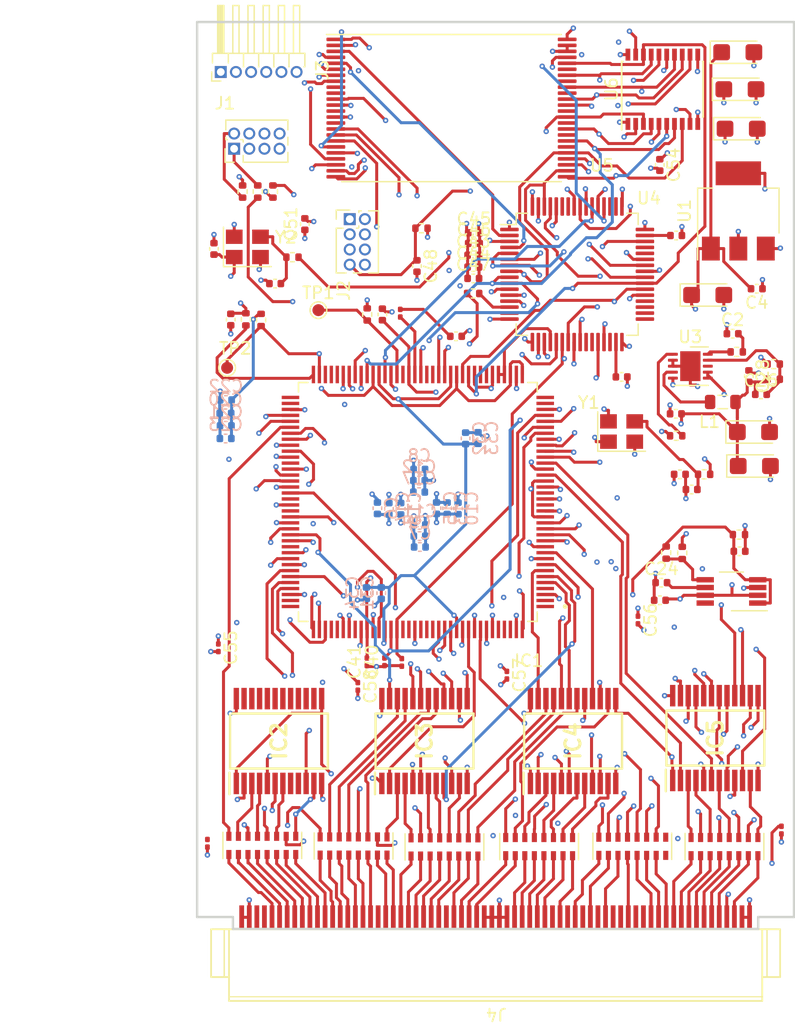
<source format=kicad_pcb>
(kicad_pcb (version 20221018) (generator pcbnew)
  (layers (0 "F.Cu" signal) (1 "In1.Cu" signal) (2 "In2.Cu" signal) (31 "B.Cu" signal) (34 "B.Paste" user) (35 "F.Paste" user) (36 "B.SilkS" user "B.Silkscreen") (37 "F.SilkS" user "F.Silkscreen") (38 "B.Mask" user) (39 "F.Mask" user) (44 "Edge.Cuts" user))
  (net 0 "")
  (net 1 "+3V3")
  (net 2 "GND")
  (net 3 "VCC")
  (net 4 "uC_CNTRL1")
  (net 5 "+2V5")
  (net 6 "uC_CNTRL4")
  (net 7 "+1V2")
  (net 8 "Net-(U2-CC)")
  (net 9 "40MHz_OSC")
  (net 10 "uC_PROG1")
  (net 11 "Net-(U3-VFB)")
  (net 12 "uC_PROG2")
  (net 13 "uC_MOSI")
  (net 14 "/FPGA_CLK1")
  (net 15 "D3")
  (net 16 "D4")
  (net 17 "D5")
  (net 18 "D6")
  (net 19 "D7")
  (net 20 "CE1#")
  (net 21 "OE#")
  (net 22 "WE#")
  (net 23 "IREQ#")
  (net 24 "MIVAL")
  (net 25 "MCLKI")
  (net 26 "A7")
  (net 27 "A6")
  (net 28 "A5")
  (net 29 "A4")
  (net 30 "A3")
  (net 31 "A2")
  (net 32 "A1")
  (net 33 "A0")
  (net 34 "D0")
  (net 35 "D1")
  (net 36 "D2")
  (net 37 "MDO3")
  (net 38 "MDO4")
  (net 39 "MDO5")
  (net 40 "MDO6")
  (net 41 "MDO7")
  (net 42 "IORD#")
  (net 43 "IOWR#")
  (net 44 "MISTRT")
  (net 45 "MDI0")
  (net 46 "MDI1")
  (net 47 "MDI2")
  (net 48 "MDI3")
  (net 49 "MDI4")
  (net 50 "MDI5")
  (net 51 "MDI6")
  (net 52 "MDI7")
  (net 53 "MCLKO")
  (net 54 "RESET")
  (net 55 "INPACK#")
  (net 56 "REG#")
  (net 57 "MOVAL")
  (net 58 "MOSTRT")
  (net 59 "MDO0")
  (net 60 "MDO1")
  (net 62 "MDO2")
  (net 63 "Net-(U3-SW)")
  (net 64 "Net-(U3-IHT)")
  (net 65 "Net-(U3-SHDN{slash}RT)")
  (net 66 "INOUT_MOSTRT")
  (net 67 "INOUT_D0")
  (net 68 "INOUT_MDO0")
  (net 69 "INOUT_D1")
  (net 70 "INOUT_MDO1")
  (net 71 "INOUT_D2")
  (net 72 "INOUT_MDO2")
  (net 73 "INOUT_A3")
  (net 74 "INOUT_INPACK#")
  (net 75 "INOUT_A2")
  (net 76 "INOUT_REG#")
  (net 77 "INOUT_A1")
  (net 78 "INOUT_MOVAL")
  (net 79 "INOUT_A0")
  (net 80 "INOUT_MDI6")
  (net 81 "INOUT_A7")
  (net 82 "INOUT_MDI7")
  (net 83 "INOUT_A6")
  (net 84 "INOUT_A5")
  (net 85 "INOUT_RESET")
  (net 86 "INOUT_A4")
  (net 87 "OSC_IN")
  (net 88 "OSC_OUT")
  (net 89 "INOUT_WE#")
  (net 90 "INOUT_MDI2")
  (net 91 "INOUT_IREQ#")
  (net 92 "SERIAL_TX")
  (net 93 "SERIAL_RX")
  (net 94 "FPGA_CNTRL3")
  (net 95 "INOUT_MDI3")
  (net 96 "INOUT_MIVAL")
  (net 97 "FPGA_CNTRL1")
  (net 98 "uC_A19")
  (net 99 "FPGA_CNTRL2")
  (net 100 "INOUT_MDI4")
  (net 101 "INOUT_MCLKI")
  (net 102 "INOUT_MDI5")
  (net 103 "Net-(U2-SET)")
  (net 104 "INOUT_IOWR#")
  (net 105 "INOUT_MISTRT")
  (net 106 "NRST")
  (net 107 "uC_A16")
  (net 108 "uC_A15")
  (net 109 "uC_A14")
  (net 110 "uC_A13")
  (net 111 "uC_A12")
  (net 112 "uC_A11")
  (net 113 "uC_A10")
  (net 114 "uC_A9")
  (net 115 "INOUT_MDI0")
  (net 116 "uC_A18")
  (net 117 "uC_A8")
  (net 118 "uC_A7")
  (net 119 "uC_A6")
  (net 120 "uC_A5")
  (net 121 "uC_A4")
  (net 122 "uC_A3")
  (net 123 "uC_A2")
  (net 124 "uC_A1")
  (net 125 "uC_CNTRL3")
  (net 126 "uC_CNTRL2")
  (net 127 "uC_AD0")
  (net 128 "INOUT_MDI1")
  (net 129 "uC_AD1")
  (net 130 "uC_AD2")
  (net 131 "uC_AD3")
  (net 132 "uC_AD4")
  (net 133 "uC_AD5")
  (net 134 "INOUT_MDO6")
  (net 135 "uC_AD6")
  (net 136 "INOUT_CE1#")
  (net 137 "uC_AD7")
  (net 138 "uC_A0")
  (net 139 "uC_A17")
  (net 140 "INOUT_MDO7")
  (net 141 "INOUT_MCLKO")
  (net 142 "INOUT_OE#")
  (net 143 "INOUT_IORD#")
  (net 144 "INOUT_D3")
  (net 145 "INOUT_MDO3")
  (net 146 "INOUT_D5")
  (net 147 "INOUT_MDO4")
  (net 148 "INOUT_D6")
  (net 149 "INOUT_MDO5")
  (net 150 "INOUT_D7")
  (net 160 "Net-(IC1-IO_L32P_4{slash}GCLK0)")
  (net 162 "Net-(IC1-IO_L31N_4{slash}INIT_B)")
  (net 166 "Net-(IC1-CCLK)")
  (net 169 "INOUT_D4")
  (net 180 "Net-(IC1-PROG_B)")
  (net 181 "Net-(C19-Pad1)")
  (net 182 "Net-(U4-VCAP_1)")
  (net 183 "Net-(U4-VCAP_2)")
  (net 184 "uC_SCK")
  (net 185 "uC_MISO")
  (net 194 "Net-(J4-CD1#)")
  (net 208 "Net-(J4-CD2#)")
  (net 213 "BOOT0")
  (net 223 "Net-(C53-Pad1)")
  (net 224 "Net-(J1-Pin_2)")
  (net 225 "Net-(IC1-TMS)")
  (net 226 "Net-(J1-Pin_3)")
  (net 227 "Net-(IC1-TCK)")
  (net 228 "TDI")
  (net 229 "Net-(IC1-TDO)")
  (net 230 "Net-(C2-Pad2)")
  (net 240 "Net-(J1-Pin_1)")
  (net 243 "SWCLK")
  (net 244 "SWIDO")
  (net 246 "_RESET")
  (net 247 "_MCLKI")
  (net 248 "_MDI7")
  (net 249 "_MDI6")
  (net 250 "_MDI5")
  (net 251 "_MDI4")
  (net 252 "_MDI3")
  (net 253 "_MDI2")
  (net 254 "_MDI1")
  (net 255 "_MDI0")
  (net 256 "_CE1#")
  (net 257 "_OE#")
  (net 258 "_D7")
  (net 259 "_D6")
  (net 260 "_D5")
  (net 261 "_D4")
  (net 262 "_D3")
  (net 263 "_D2")
  (net 264 "_D1")
  (net 265 "_D0")
  (net 266 "_MIVAL")
  (net 267 "_REG#")
  (net 268 "_A0")
  (net 269 "_A1")
  (net 270 "_A2")
  (net 271 "_A3")
  (net 272 "_A4")
  (net 273 "_A6")
  (net 274 "_A7")
  (net 275 "BUS_OE")
  (net 288 "_A5")
  (net 289 "_WE#")
  (net 290 "_IORD#")
  (net 291 "_IOWR#")
  (net 292 "_MISTRT")
  (footprint "Capacitor_Tantalum_SMD:CP_EIA-3216-18_Kemet-A" (layer "F.Cu") (at 75.2756 46.498)
    (fp_text reference "C1" hide)
    (fp_text value "10uF" hide)
  )
  (footprint "Capacitor_SMD:C_0402_1005Metric" (layer "F.Cu") (at 79.7392 54.8192)
    (fp_text reference "C26")
    (fp_text value "22pF" hide)
  )
  (footprint "Resistor_SMD:R_0402_1005Metric" (layer "F.Cu") (at 71.7958 68.0626 90)
    (fp_text reference "R6" hide)
    (fp_text value "100K" hide)
  )
  (footprint "Capacitor_Tantalum_SMD:CP_EIA-3216-18_Kemet-A" (layer "F.Cu") (at 77.9756 29.2768)
    (fp_text reference "C25" hide)
    (fp_text value "10uF" hide)
  )
  (footprint "Connector_PinHeader_1.27mm:PinHeader_1x06_P1.27mm_Horizontal" (layer "F.Cu") (at 34.4832 27.829 90)
    (fp_text reference "J3")
    (fp_text value "Conn_02x03_Top_Bottom" hide)
  )
  (footprint "Resistor_SMD:R_0402_1005Metric" (layer "F.Cu") (at 38.852 37.8386 90)
    (property "Reference" "R22")
    (property "Value" "56")
    (fp_text reference "R13" hide)
    (fp_text value "100" hide)
  )
  (footprint "Capacitor_SMD:C_0201_0603Metric" (layer "F.Cu") (at 45.964 79.264 -90)
    (fp_text reference "C58")
    (fp_text value "100 nF" hide)
  )
  (footprint "Capacitor_SMD:C_0402_1005Metric" (layer "F.Cu") (at 72.6018 56.4448)
    (fp_text reference "C36" hide)
    (fp_text value "4.7uF" hide)
  )
  (footprint "Capacitor_SMD:C_0402_1005Metric" (layer "F.Cu") (at 35.3214 48.5554 -90)
    (property "Reference" "C24")
    (property "Value" "C-OPEN")
    (fp_text reference "C42" hide)
    (fp_text value "C-OPEN" hide)
  )
  (footprint "Resistor_SMD:R_0402_1005Metric" (layer "F.Cu") (at 55.6262 46.371 180)
    (property "Reference" "R22")
    (property "Value" "56")
    (fp_text reference "R9" hide)
    (fp_text value "56" hide)
  )
  (footprint "Capacitor_Tantalum_SMD:CP_EIA-3216-18_Kemet-A" (layer "F.Cu") (at 77.794 26.178)
    (fp_text reference "C18" hide)
    (fp_text value "10uF" hide)
  )
  (footprint "Capacitor_SMD:C_0402_1005Metric" (layer "F.Cu") (at 73.9294 62.7794 180)
    (property "Reference" "C24")
    (property "Value" "C-OPEN")
    (fp_text reference "C19" hide)
    (fp_text value "15p" hide)
  )
  (footprint "Capacitor_SMD:C_0402_1005Metric" (layer "F.Cu") (at 33.9146 42.6354 90)
    (property "Reference" "C24")
    (property "Value" "C-OPEN")
    (fp_text reference "C52" hide)
    (fp_text value "12p" hide)
  )
  (footprint "Resistor_SMD:R_0402_1005Metric" (layer "F.Cu") (at 37.582 37.8386 90)
    (property "Reference" "R22")
    (property "Value" "56")
    (fp_text reference "R16" hide)
    (fp_text value "100" hide)
  )
  (footprint "Capacitor_SMD:C_0402_1005Metric" (layer "F.Cu") (at 55.6922 41.291)
    (property "Reference" "C24")
    (property "Value" "C-OPEN")
    (fp_text reference "C45")
    (fp_text value "100nF" hide)
  )
  (footprint "Capacitor_Tantalum_SMD:CP_EIA-3216-18_Kemet-A" (layer "F.Cu") (at 78.0772 32.5788)
    (fp_text reference "C27" hide)
    (fp_text value "10uF" hide)
  )
  (footprint "Crystal:Crystal_SMD_3225-4Pin_3.2x2.5mm" (layer "F.Cu") (at 68.062 57.928)
    (fp_text reference "Y1")
    (fp_text value "40mHZ" hide)
  )
  (footprint "Capacitor_SMD:C_0201_0603Metric" (layer "F.Cu") (at 46.726 77.204 90)
    (fp_text reference "C41")
    (fp_text value "100 nF" hide)
  )
  (footprint "Resistor_SMD:R_Cat16-8" (layer "F.Cu") (at 76.6788 92.6732 -90)
    (fp_text reference "RN5" hide)
    (fp_text value "8 x 30R" hide)
  )
  (footprint "Capacitor_SMD:C_0402_1005Metric" (layer "F.Cu") (at 71.3894 70.5792)
    (fp_text reference "C24")
    (fp_text value "100nF" hide)
  )
  (footprint "Capacitor_SMD:C_0402_1005Metric" (layer "F.Cu") (at 39.0376 45.5446 180)
    (property "Reference" "C24")
    (property "Value" "C-OPEN")
    (fp_text reference "C53" hide)
    (fp_text value "12p" hide)
  )
  (footprint "Capacitor_SMD:C_0402_1005Metric" (layer "F.Cu") (at 71.2624 35.6116 -90)
    (property "Reference" "C24")
    (property "Value" "C-OPEN")
    (fp_text reference "C54")
    (fp_text value "100nF" hide)
  )
  (footprint "PC_Card:IC9_Series" (layer "F.Cu") (at 57.5083 99.5934 180)
    (fp_text reference "J4")
    (fp_text value "9-68RD-0.635SF")
  )
  (footprint "Resistor_SMD:R_0402_1005Metric" (layer "F.Cu") (at 36.312 37.8386 90)
    (property "Reference" "R22")
    (property "Value" "56")
    (fp_text reference "R12" hide)
    (fp_text value "100" hide)
  )
  (footprint "Capacitor_Tantalum_SMD:CP_EIA-3216-18_Kemet-A" (layer "F.Cu") (at 79.1804 60.8136)
    (fp_text reference "C30" hide)
    (fp_text value "10uF" hide)
  )
  (footprint "Resistor_SMD:R_0402_1005Metric" (layer "F.Cu") (at 80.806 53.5492)
    (fp_text reference "R5" hide)
    (fp_text value "49.9K" hide)
  )
  (footprint "Package_DFN_QFN:DFN-10-1EP_3x3mm_P0.5mm_EP1.7x2.5mm" (layer "F.Cu") (at 73.821 52.457)
    (fp_text reference "U3")
    (fp_text value "LTC3411EMS" hide)
  )
  (footprint "Resistor_SMD:R_0402_1005Metric" (layer "F.Cu") (at 51.298 40.91)
    (fp_text reference "R17" hide)
    (fp_text value "10K" hide)
  )
  (footprint "Capacitor_SMD:C_0201_0603Metric" (layer "F.Cu") (at 48.1992 77.204 90)
    (fp_text reference "C40")
    (fp_text value "100 nF" hide)
  )
  (footprint "Capacitor_SMD:C_0201_0603Metric" (layer "F.Cu") (at 49.647 77.2548 90)
    (fp_text reference "C38" hide)
    (fp_text value "C-OPEN" hide)
  )
  (footprint "Capacitor_SMD:C_0402_1005Metric" (layer "F.Cu") (at 55.6414 45.1112)
    (property "Reference" "C24")
    (property "Value" "C-OPEN")
    (fp_text reference "C47")
    (fp_text value "100nF" hide)
  )
  (footprint "Capacitor_SMD:C_0402_1005Metric" (layer "F.Cu") (at 54.1898 49.9568)
    (fp_text reference "C37" hide)
    (fp_text value "C-OPEN" hide)
  )
  (footprint "Resistor_SMD:R_0402_1005Metric" (layer "F.Cu") (at 72.634 58.2836)
    (fp_text reference "R2" hide)
    (fp_text value "220K" hide)
  )
  (footprint "Package_SO:VSSOP-8_3.0x3.0mm_P0.65mm" (layer "F.Cu") (at 77.2666 71.3108 180)
    (fp_text reference "U2" hide)
    (fp_text value "LP3982IMM-ADJ" hide)
  )
  (footprint "Capacitor_SMD:C_0402_1005Metric" (layer "F.Cu") (at 72.634 41.5196)
    (property "Reference" "C24")
    (property "Value" "C-OPEN")
    (fp_text reference "C50" hide)
    (fp_text value "2u2" hide)
  )
  (footprint "SN74CBTD3384CDBR:SOP65P780X200-24N" (layer "F.Cu") (at 51.552 83.836 90)
    (fp_text reference "IC3")
    (fp_text value "SN74CBTD3384CDBR" hide)
  )
  (footprint "Capacitor_SMD:C_0402_1005Metric" (layer "F.Cu") (at 72.9414 61.5094)
    (property "Reference" "C24")
    (property "Value" "C-OPEN")
    (fp_text reference "C3" hide)
    (fp_text value "15p" hide)
  )
  (footprint "Resistor_SMD:R_0402_1005Metric" (layer "F.Cu") (at 77.7072 51.2632)
    (fp_text reference "R1" hide)
    (fp_text value "13K" hide)
  )
  (footprint "Package_TO_SOT_SMD:SOT-223-3_TabPin2" (layer "F.Cu") (at 77.841 39.4622 90)
    (fp_text reference "U1")
    (fp_text value "LT1963AxST-3.3" hide)
  )
  (footprint "Resistor_SMD:R_Cat16-8" (layer "F.Cu") (at 68.9572 92.6478 -90)
    (fp_text reference "RN2" hide)
    (fp_text value "8 x 30R" hide)
  )
  (footprint "Resistor_SMD:R_0402_1005Metric" (layer "F.Cu") (at 73.142 68.088 -90)
    (fp_text reference "R7" hide)
    (fp_text value "100K" hide)
  )
  (footprint "Connector_PinHeader_1.27mm:PinHeader_2x04_P1.27mm_Vertical" (layer "F.Cu") (at 45.2882 40.148)
    (fp_text reference "J2")
    (fp_text value "Conn_02x04_Top_Bottom" hide)
  )
  (footprint "Capacitor_SMD:C_0402_1005Metric" (layer "F.Cu") (at 55.6414 43.1706)
    (property "Reference" "C24")
    (property "Value" "C-OPEN")
    (fp_text reference "C43")
    (fp_text value "100nF" hide)
  )
  (footprint "Resistor_SMD:R_0201_0603Metric" (layer "F.Cu") (at 33.3656 92.3958 90)
    (fp_text reference "R19" hide)
    (fp_text value "0" hide)
  )
  (footprint "Capacitor_SMD:C_0402_1005Metric" (layer "F.Cu") (at 55.6414 44.1612)
    (property "Reference" "C24")
    (property "Value" "C-OPEN")
    (fp_text reference "C44")
    (fp_text value "100nF" hide)
  )
  (footprint "Capacitor_SMD:C_0402_1005Metric" (layer "F.Cu") (at 50.919 44.0748 -90)
    (property "Reference" "C24")
    (property "Value" "C-OPEN")
    (fp_text reference "C48")
    (fp_text value "100nF" hide)
  )
  (footprint "Resistor_SMD:R_0402_1005Metric" (layer "F.Cu") (at 74.9734 61.5094 180)
    (fp_text reference "R3" hide)
    (fp_text value "47" hide)
  )
  (footprint "Resistor_SMD:R_0402_1005Metric" (layer "F.Cu") (at 80.806 52.2806)
    (fp_text reference "R4" hide)
    (fp_text value "100K" hide)
  )
  (footprint "Resistor_SMD:R_Cat16-8" (layer "F.Cu") (at 37.963 92.5736 -90)
    (fp_text reference "RN3" hide)
    (fp_text value "8 x 30R" hide)
  )
  (footprint "Capacitor_SMD:C_0402_1005Metric" (layer "F.Cu") (at 77.3622 49.7392)
    (fp_text reference "C2")
    (fp_text value "1nF" hide)
  )
  (footprint "Inductor_SMD:L_0805_2012Metric" (layer "F.Cu") (at 76.5388 55.4542)
    (fp_text reference "L1")
    (fp_text value "1.5uH" hide)
  )
  (footprint "Resistor_SMD:R_0402_1005Metric" (layer "F.Cu") (at 46.7514 48.1256 -90)
    (fp_text reference "R11" hide)
    (fp_text value "4.7K" hide)
  )
  (footprint "QFP50P2200X2200X160-144N:QFP50P2200X2200X160-144N" (layer "F.Cu") (at 50.9934 63.8228 180)
    (fp_text reference "IC1")
    (fp_text value "XC3S400-4TQ144C" hide)
  )
  (footprint "Capacitor_SMD:C_0402_1005Metric" (layer "F.Cu") (at 48.0214 48.1256 90)
    (fp_text reference "C39" hide)
    (fp_text value "C-OPEN" hide)
  )
  (footprint "Resistor_SMD:R_Cat16-8" (layer "F.Cu") (at 61.1532 92.6752 -90)
    (fp_text reference "RN4" hide)
    (fp_text value "8 x 30R" hide)
  )
  (footprint "Resistor_SMD:R_0402_1005Metric" (layer "F.Cu") (at 40.4874 43.3348 180)
    (fp_text reference "R20" hide)
    (fp_text value "47" hide)
  )
  (footprint "Capacitor_SMD:C_0402_1005Metric" (layer "F.Cu") (at 77.9426 67.9528 180)
    (fp_text reference "C29" hide)
    (fp_text value "4.7uF" hide)
  )
  (footprint "Capacitor_SMD:C_0402_1005Metric" (layer "F.Cu") (at 78.7232 53.2952 -90)
    (fp_text reference "C28")
    (fp_text value "100nF" hide)
  )
  (footprint "Package_SO:SSOP-20_4.4x6.5mm_P0.65mm" (layer "F.Cu") (at 71.5164 29.2768 90)
    (fp_text reference "U6")
    (fp_text value "TC74LCX373FT" hide)
  )
  (footprint "SN74CBTD3384CDBR:SOP65P780X200-24N" (layer "F.Cu") (at 39.36 83.836 90)
    (fp_text reference "IC2")
    (fp_text value "SN74CBTD3384CDBR" hide)
  )
  (footprint "SN74CBTD3384CDBR:SOP65P780X200-24N" (layer "F.Cu") (at 63.998 83.836 90)
    (fp_text reference "IC4")
    (fp_text value "SN74CBTD3384CDBR" hide)
  )
  (footprint "Capacitor_SMD:C_0402_1005Metric" (layer "F.Cu") (at 79.3836 45.9746 180)
    (fp_text reference "C4")
    (fp_text value "100nF" hide)
  )
  (footprint "Capacitor_SMD:C_0201_0603Metric" (layer "F.Cu") (at 58.4514 78.3242 -90)
    (fp_text reference "C57")
    (fp_text value "100 nF" hide)
  )
  (footprint "Resistor_SMD:R_0201_0603Metric" (layer "F.Cu") (at 49.52 48.022 90)
    (fp_text reference "R10" hide)
    (fp_text value "0" hide)
  )
  (footprint "TestPoint:TestPoint_Pad_D1.0mm" (layer "F.Cu") (at 42.662 47.768)
    (fp_text reference "TP1")
    (fp_text value "TestPoint_Small" hide)
  )
  (footprint "Resistor_SMD:R_Cat16-8" (layer "F.Cu") (at 53.2218 92.7026 -90)
    (fp_text reference "RN1" hide)
    (fp_text value "8 x 30R" hide)
  )
  (footprint "Resistor_SMD:R_Cat16-8" (layer "F.Cu") (at 45.6084 92.6244 -90)
    (fp_text reference "RN6" hide)
    (fp_text value "8 x 30R" hide)
  )
  (footprint "Capacitor_SMD:C_0402_1005Metric" (layer "F.Cu") (at 71.2722 72.0524)
    (fp_text reference "C5" hide)
    (fp_text value "4.7uF" hide)
  )
  (footprint "Capacitor_SMD:C_0402_1005Metric" (layer "F.Cu") (at 68.062 53.356)
    (property "Reference" "C24")
    (property "Value" "C-OPEN")
    (fp_text reference "C49" hide)
    (fp_text value "2u2" hide)
  )
  (footprint "TestPoint:TestPoint_Pad_D1.0mm" (layer "F.Cu") (at 35.0166 52.594)
    (fp_text reference "TP2")
    (fp_text value "TestPoint_Small" hide)
  )
  (footprint "Crystal:Crystal_SMD_3225-4Pin_3.2x2.5mm" (layer "F.Cu") (at 36.7106 42.473)
    (fp_text reference "Y2")
    (fp_text value "16mHz" hide)
  )
  (footprint "Package_QFP:LQFP-64_10x10mm_P0.5mm" (layer "F.Cu") (at 64.339 44.764)
    (fp_text reference "U4")
    (fp_text value "STM32F415RGTx" hide)
  )
  (footprint "SN74CBTD3384CDBR:SOP65P780X200-24N" (layer "F.Cu") (at 75.917 83.588 90)
    (fp_text reference "IC5")
    (fp_text value "SN74CBTD3384CDBR" hide)
  )
  (footprint "Resistor_SMD:R_0402_1005Metric" (layer "F.Cu") (at 77.8918 66.5558 180)
    (fp_text reference "R8" hide)
    (fp_text value "R-OPEN" hide)
  )
  (footprint "Capacitor_Tantalum_SMD:CP_EIA-3216-18_Kemet-A" (layer "F.Cu") (at 79.108 57.9688)
    (fp_text reference "C35" hide)
    (fp_text value "10uF" hide)
  )
  (footprint "Capacitor_SMD:C_0402_1005Metric" (layer "F.Cu") (at 55.6922 42.18)
    (property "Reference" "C24")
    (property "Value" "C-OPEN")
    (fp_text reference "C46")
    (fp_text value "100nF" hide)
  )
  (footprint "Resistor_SMD:R_0402_1005Metric" (layer "F.Cu") (at 36.5876 48.5364 -90)
    (fp_text reference "R15" hide)
    (fp_text value "56" hide)
  )
  (footprint "Package_SO:TSOP-I-48_18.4x12mm_P0.5mm" (layer "F.Cu") (at 53.8126 30.8516)
    (fp_text reference "U5")
    (fp_text value "AM29LV320DT90EC" hide)
  )
  (footprint "Capacitor_SMD:C_0402_1005Metric" (layer "F.Cu") (at 41.5268 40.5662 90)
    (property "Reference" "C24")
    (property "Value" "C-OPEN")
    (fp_text reference "C51")
    (fp_text value "100nF" hide)
  )
  (footprint "Resistor_SMD:R_0201_0603Metric" (layer "F.Cu") (at 81.4478 91.293 -90)
    (fp_text reference "R18" hide)
    (fp_text value "0" hide)
  )
  (footprint "Capacitor_SMD:C_0201_0603Metric" (layer "F.Cu") (at 34.28 76.028 -90)
    (fp_text reference "C55")
    (fp_text value "100 nF" hide)
  )
  (footprint "Connector_PinHeader_1.27mm:PinHeader_2x04_P1.27mm_Vertical" (layer "F.Cu") (at 35.6008 34.2552 90)
    (fp_text reference "J1")
    (fp_text value "Conn_02x04_Top_Bottom" hide)
  )
  (footprint "Capacitor_SMD:C_0201_0603Metric" (layer "F.Cu") (at 69.4336 73.7034 -90)
    (fp_text reference "C56")
    (fp_text value "100 nF" hide)
  )
  (footprint "Resistor_SMD:R_0402_1005Metric" (layer "F.Cu") (at 37.8614 48.5872 -90)
    (fp_text reference "R14" hide)
    (fp_text value "330" hide)
  )
  (footprint "Capacitor_SMD:C_0402_1005Metric" (layer "B.Cu") (at 47.6056 64.3478 90)
    (property "Reference" "C24")
    (property "Value" "C-OPEN")
    (fp_text reference "C6")
    (fp_text value "100nF" hide)
  )
  (footprint "Capacitor_SMD:C_0402_1005Metric" (layer "B.Cu") (at 51.1362 66.6804 180)
    (property "Reference" "C24")
    (property "Value" "C-OPEN")
    (fp_text reference "C9")
    (fp_text value "100nF" hide)
  )
  (footprint "Capacitor_SMD:C_0402_1005Metric" (layer "B.Cu") (at 54.9932 58.4996 90)
    (property "Reference" "C24")
    (property "Value" "C-OPEN")
    (fp_text reference "C32")
    (fp_text value "100nF" hide)
  )
  (footprint "Capacitor_SMD:C_0402_1005Metric" (layer "B.Cu") (at 48.5708 64.3944 90)
    (property "Reference" "C24")
    (property "Value" "C-OPEN")
    (fp_text reference "C14")
    (fp_text value "100nF" hide)
  )
  (footprint "Capacitor_SMD:C_0402_1005Metric" (layer "B.Cu") (at 51.0956 62.0322 180)
    (property "Reference" "C24")
    (property "Value" "C-OPEN")
    (fp_text reference "C12")
    (fp_text value "100nF" hide)
  )
  (footprint "Capacitor_SMD:C_0402_1005Metric" (layer "B.Cu") (at 53.4476 64.3542 90)
    (property "Reference" "C24")
    (property "Value" "C-OPEN")
    (fp_text reference "C13")
    (fp_text value "100nF" hide)
  )
  (footprint "Capacitor_SMD:C_0402_1005Metric" (layer "B.Cu") (at 34.8998 57.4454 180)
    (property "Reference" "C24")
    (property "Value" "C-OPEN")
    (fp_text reference "C21")
    (fp_text value "100nF" hide)
  )
  (footprint "Capacitor_SMD:C_0402_1005Metric" (layer "B.Cu") (at 54.362 64.3644 90)
    (property "Reference" "C24")
    (property "Value" "C-OPEN")
    (fp_text reference "C10")
    (fp_text value "100nF" hide)
  )
  (footprint "Capacitor_SMD:C_0402_1005Metric" (layer "B.Cu") (at 34.9146 55.2864 180)
    (property "Reference" "C24")
    (property "Value" "C-OPEN")
    (fp_text reference "C22")
    (fp_text value "100nF" hide)
  )
  (footprint "Capacitor_SMD:C_0402_1005Metric" (layer "B.Cu") (at 47.928 71.456 -90)
    (property "Reference" "C24")
    (property "Value" "C-OPEN")
    (fp_text reference "C31")
    (fp_text value "100nF" hide)
  )
  (footprint "Capacitor_SMD:C_0402_1005Metric" (layer "B.Cu") (at 52.5586 64.3436 90)
    (property "Reference" "C24")
    (property "Value" "C-OPEN")
    (fp_text reference "C15")
    (fp_text value "100nF" hide)
  )
  (footprint "Capacitor_SMD:C_0402_1005Metric" (layer "B.Cu") (at 51.1612 67.5948 180)
    (property "Reference" "C24")
    (property "Value" "C-OPEN")
    (fp_text reference "C7")
    (fp_text value "100nF" hide)
  )
  (footprint "Capacitor_SMD:C_0402_1005Metric" (layer "B.Cu") (at 49.5614 64.3944 90)
    (property "Reference" "C24")
    (property "Value" "C-OPEN")
    (fp_text reference "C16")
    (fp_text value "100nF" hide)
  )
  (footprint "Capacitor_SMD:C_0402_1005Metric" (layer "B.Cu") (at 51.1362 65.7406 180)
    (property "Reference" "C24")
    (property "Value" "C-OPEN")
    (fp_text reference "C11")
    (fp_text value "100nF" hide)
  )
  (footprint "Capacitor_SMD:C_0402_1005Metric" (layer "B.Cu") (at 46.6834 71.456 -90)
    (property "Reference" "C24")
    (property "Value" "C-OPEN")
    (fp_text reference "C34")
    (fp_text value "100nF" hide)
  )
  (footprint "Capacitor_SMD:C_0402_1005Metric" (layer "B.Cu") (at 51.0956 62.9974 180)
    (property "Reference" "C24")
    (property "Value" "C-OPEN")
    (fp_text reference "C17")
    (fp_text value "100nF" hide)
  )
  (footprint "Capacitor_SMD:C_0402_1005Metric" (layer "B.Cu") (at 34.874 56.404 180)
    (property "Reference" "C24")
    (property "Value" "C-OPEN")
    (fp_text reference "C20")
    (fp_text value "100nF" hide)
  )
  (footprint "Capacitor_SMD:C_0402_1005Metric" (layer "B.Cu") (at 56.0346 58.4742 90)
    (property "Reference" "C24")
    (property "Value" "C-OPEN")
    (fp_text reference "C33")
    (fp_text value "100nF" hide)
  )
  (footprint "Capacitor_SMD:C_0402_1005Metric" (layer "B.Cu") (at 51.1164 61.0924 180)
    (property "Reference" "C24")
    (property "Value" "C-OPEN")
    (fp_text reference "C8")
    (fp_text value "100nF" hide)
  )
  (footprint "Capacitor_SMD:C_0402_1005Metric" (layer "B.Cu") (at 34.8892 58.5122 180)
    (property "Reference" "C24")
    (property "Value" "C-OPEN")
    (fp_text reference "C23")
    (fp_text value "100nF" hide)
  )
  (gr_line (start 82.502 98.568) (end 79.502 98.568) (stroke (width 0.2)) (layer "Edge.Cuts"))
  (gr_line (start 35.502 98.568) (end 32.502 98.568) (stroke (width 0.2)) (layer "Edge.Cuts"))
  (gr_line (start 79.502 99.568) (end 35.502 99.568) (stroke (width 0.2)) (layer "Edge.Cuts"))
  (gr_line (start 35.502 99.568) (end 35.502 98.568) (stroke (width 0.2)) (layer "Edge.Cuts"))
  (gr_line (start 32.502 98.568) (end 32.502 23.648) (stroke (width 0.2)) (layer "Edge.Cuts"))
  (gr_line (start 82.502 23.648) (end 82.502 98.568) (stroke (width 0.2)) (layer "Edge.Cuts"))
  (gr_line (start 32.502 23.648) (end 82.502 23.648) (stroke (width 0.2)) (layer "Edge.Cuts"))
  (gr_line (start 79.502 98.568) (end 79.502 99.568) (stroke (width 0.2)) (layer "Edge.Cuts"))
  (segment (start 55.1614 45.1112) (end 55.1614 44.1612) (width 0.25) (layer "F.Cu") (net 1))
  (segment (start 51.808 40.91) (end 51.808 41.6577) (width 0.25) (layer "F.Cu") (net 1))
  (segment (start 65.4556 30.6016) (end 65.5515 30.6975) (width 0.25) (layer "F.Cu") (net 1))
  (segment (start 46.7514 47.6156) (end 46.7514 46.9172) (width 0.25) (layer "F.Cu") (net 1))
  (segment (start 40.3234 71.5728) (end 41.4976 71.5728) (width 0.25) (layer "F.Cu") (net 1))
  (segment (start 71.6626 80.038) (end 72.342 80.038) (width 0.25) (layer "F.Cu") (net 1))
  (segment (start 62.4953 71.5728) (end 62.8417 71.9192) (width 0.25) (layer "F.Cu") (net 1))
  (segment (start 44.1251 30.6016) (end 45.3514 30.6016) (width 0.25) (layer "F.Cu") (net 1))
  (segment (start 57.9761 79.1195) (end 58.4514 78.6442) (width 0.25) (layer "F.Cu") (net 1))
  (segment (start 40.3529 56.1023) (end 40.3234 56.0728) (width 0.25) (layer "F.Cu") (net 1))
  (segment (start 47.977 81.5466) (end 47.977 80.286) (width 0.25) (layer "F.Cu") (net 1))
  (segment (start 61.589 51.3839) (end 61.8622 51.6571) (width 0.25) (layer "F.Cu") (net 1))
  (segment (start 81.2179 42.6122) (end 80.141 42.6122) (width 0.25) (layer "F.Cu") (net 1))
  (segment (start 55.0785 41.1573) (end 55.0785 40.5145) (width 0.25) (layer "F.Cu") (net 1))
  (segment (start 57.9358 79.1195) (end 57.9761 79.1195) (width 0.25) (layer "F.Cu") (net 1))
  (segment (start 45.2434 54.0611) (end 45.2434 53.1528) (width 0.25) (layer "F.Cu") (net 1))
  (segment (start 45.2434 74.4928) (end 45.2434 73.3254) (width 0.25) (layer "F.Cu") (net 1))
  (segment (start 81.2541 42.576) (end 81.2179 42.6122) (width 0.25) (layer "F.Cu") (net 1))
  (segment (start 63.5001 30.6016) (end 65.4556 30.6016) (width 0.25) (layer "F.Cu") (net 1))
  (segment (start 62.8489 56.0728) (end 61.6634 56.0728) (width 0.25) (layer "F.Cu") (net 1))
  (segment (start 76.7272 32.5788) (end 76.7272 33.6821) (width 0.25) (layer "F.Cu") (net 1))
  (segment (start 41.52 56.1023) (end 40.3529 56.1023) (width 0.25) (layer "F.Cu") (net 1))
  (segment (start 76.6256 30.4001) (end 76.6256 29.2768) (width 0.25) (layer "F.Cu") (net 1))
  (segment (start 65.9351 58.778) (end 66.962 58.778) (width 0.25) (layer "F.Cu") (net 1))
  (segment (start 60.423 81.5129) (end 59.8888 81.5129) (width 0.25) (layer "F.Cu") (net 1))
  (segment (start 39.1346 64.0728) (end 40.3234 64.0728) (width 0.25) (layer "F.Cu") (net 1))
  (segment (start 70.014 41.014) (end 70.014 40.4355) (width 0.25) (layer "F.Cu") (net 1))
  (segment (start 45.964 80.2648) (end 45.964 79.584) (width 0.25) (layer "F.Cu") (net 1))
  (segment (start 61.6634 71.5728) (end 62.4953 71.5728) (width 0.25) (layer "F.Cu") (net 1))
  (segment (start 55.2122 41.291) (end 55.0785 41.1573) (width 0.25) (layer "F.Cu") (net 1))
  (segment (start 55.2122 42.18) (end 55.1614 42.2308) (width 0.25) (layer "F.Cu") (net 1))
  (segment (start 71.2624 35.1316) (end 71.3619 35.1316) (width 0.25) (layer "F.Cu") (net 1))
  (segment (start 41.5268 41.7633) (end 41.5268 41.0462) (width 0.25) (layer "F.Cu") (net 1))
  (segment (start 45.5302 54.3479) (end 45.2434 54.0611) (width 0.25) (layer "F.Cu") (net 1))
  (segment (start 60.589 37.8681) (end 60.589 39.089) (width 0.25) (layer "F.Cu") (net 1))
  (segment (start 68.5914 26.3768) (end 67.9555 26.3768) (width 0.25) (layer "F.Cu") (net 1))
  (segment (start 61.6634 63.5728) (end 62.862 63.5728) (width 0.25) (layer "F.Cu") (net 1))
  (segment (start 35.785 80.286) (end 35.785 81.5129) (width 0.25) (layer "F.Cu") (net 1))
  (segment (start 56.7434 75.6488) (end 56.7608 75.6662) (width 0.25) (layer "F.Cu") (net 1))
  (segment (start 45.2434 73.3254) (end 45.2592 73.3096) (width 0.25) (layer "F.Cu") (net 1))
  (segment (start 71.3619 35.1316) (end 71.8924 34.6011) (width 0.25) (layer "F.Cu") (net 1))
  (segment (start 68.4411 50.7911) (end 68.089 50.439) (width 0.25) (layer "F.Cu") (net 1))
  (segment (start 35.785 81.5129) (end 35.274 81.5129) (width 0.25) (layer "F.Cu") (net 1))
  (segment (start 55.1614 44.1612) (end 55.1614 43.1706) (width 0.25) (layer "F.Cu") (net 1))
  (segment (start 51.4307 50.9123) (end 51.2434 51.0996) (width 0.25) (layer "F.Cu") (net 1))
  (segment (start 51.2434 51.0996) (end 51.2434 53.1528) (width 0.25) (layer "F.Cu") (net 1))
  (segment (start 45.3514 30.6016) (end 45.3814 30.6316) (width 0.25) (layer "F.Cu") (net 1))
  (segment (start 59.5077 47.014) (end 59.8669 47.3732) (width 0.25) (layer "F.Cu") (net 1))
  (segment (start 69.4336 74.0651) (end 69.4336 74.0234) (width 0.25) (layer "F.Cu") (net 1))
  (segment (start 55.2122 41.291) (end 55.2122 42.18) (width 0.25) (layer "F.Cu") (net 1))
  (segment (start 45.3415 31.6016) (end 44.1251 31.6016) (width 0.25) (layer "F.Cu") (net 1))
  (segment (start 60.423 80.286) (end 60.423 81.5129) (width 0.25) (layer "F.Cu") (net 1))
  (segment (start 47.8038 81.7198) (end 47.977 81.5466) (width 0.25) (layer "F.Cu") (net 1))
  (segment (start 50.7434 75.6652) (end 50.7434 74.4928) (width 0.25) (layer "F.Cu") (net 1))
  (segment (start 81.3635 42.576) (end 81.2541 42.576) (width 0.25) (layer "F.Cu") (net 1))
  (segment (start 61.589 50.439) (end 61.589 51.3839) (width 0.25) (layer "F.Cu") (net 1))
  (segment (start 56.7434 74.4928) (end 56.7434 75.6488) (width 0.25) (layer "F.Cu") (net 1))
  (segment (start 68.7114 50.7911) (end 68.4411 50.7911) (width 0.25) (layer "F.Cu") (net 1))
  (segment (start 65.8187 58.4203) (end 65.9351 58.5367) (width 0.25) (layer "F.Cu") (net 1))
  (segment (start 65.9351 58.5367) (end 65.9351 58.778) (width 0.25) (layer "F.Cu") (net 1))
  (segment (start 33.6498 76.348) (end 34.28 76.348) (width 0.25) (layer "F.Cu") (net 1))
  (segment (start 55.1614 42.2308) (end 55.1614 43.1706) (width 0.25) (layer "F.Cu") (net 1))
  (segment (start 72.4614 62.2763) (end 72.4614 61.5094) (width 0.25) (layer "F.Cu") (net 1))
  (segment (start 58.664 41.014) (end 58.664 40.4133) (width 0.25) (layer "F.Cu") (net 1))
  (segment (start 58.664 47.014) (end 59.5077 47.014) (width 0.25) (layer "F.Cu") (net 1))
  (segment (start 69.9234 74.5549) (end 69.4336 74.0651) (width 0.25) (layer "F.Cu") (net 1))
  (via (at 70.014 40.4355) (size 0.45) (drill 0.2) (layers "F.Cu" "B.Cu") (net 1))
  (via (at 49.5614 65.5827) (size 0.45) (drill 0.2) (layers "F.Cu" "B.Cu") (net 1))
  (via (at 45.964 80.2648) (size 0.45) (drill 0.2) (layers "F.Cu" "B.Cu") (net 1))
  (via (at 46.7514 46.9172) (size 0.45) (drill 0.2) (layers "F.Cu" "B.Cu") (net 1))
  (via (at 52.5586 65.5438) (size 0.45) (drill 0.2) (layers "F.Cu" "B.Cu") (net 1))
  (via (at 51.4307 50.9123) (size 0.45) (drill 0.2) (layers "F.Cu" "B.Cu") (net 1))
  (via (at 71.6626 80.038) (size 0.45) (drill 0.2) (layers "F.Cu" "B.Cu") (net 1))
  (via (at 41.4976 71.5728) (size 0.45) (drill 0.2) (layers "F.Cu" "B.Cu") (net 1))
  (via (at 71.8924 34.6011) (size 0.45) (drill 0.2) (layers "F.Cu" "B.Cu") (net 1))
  (via (at 47.8038 81.7198) (size 0.45) (drill 0.2) (layers "F.Cu" "B.Cu") (net 1))
  (via (at 58.664 40.4133) (size 0.45) (drill 0.2) (layers "F.Cu" "B.Cu") (net 1))
  (via (at 51.6162 64.9663) (size 0.45) (drill 0.2) (layers "F.Cu" "B.Cu") (net 1))
  (via (at 67.9555 26.3768) (size 0.45) (drill 0.2) (layers "F.Cu" "B.Cu") (net 1))
  (via (at 45.3814 30.6316) (size 0.45) (drill 0.2) (layers "F.Cu" "B.Cu") (net 1))
  (via (at 59.8669 47.3732) (size 0.45) (drill 0.2) (layers "F.Cu" "B.Cu") (net 1))
  (via (at 68.7114 50.7911) (size 0.45) (drill 0.2) (layers "F.Cu" "B.Cu") (net 1))
  (via (at 76.6256 30.4001) (size 0.45) (drill 0.2) (layers "F.Cu" "B.Cu") (net 1))
  (via (at 69.9234 74.5549) (size 0.45) (drill 0.2) (layers "F.Cu" "B.Cu") (net 1))
  (via (at 39.1346 64.0728) (size 0.45) (drill 0.2) (layers "F.Cu" "B.Cu") (net 1))
  (via (at 48.5708 65.6173) (size 0.45) (drill 0.2) (layers "F.Cu" "B.Cu") (net 1))
  (via (at 45.3415 31.6016) (size 0.45) (drill 0.2) (layers "F.Cu" "B.Cu") (net 1))
  (via (at 52.2974 62.0114) (size 0.45) (drill 0.2) (layers "F.Cu" "B.Cu") (net 1))
  (via (at 62.862 63.5728) (size 0.45) (drill 0.2) (layers "F.Cu" "B.Cu") (net 1))
  (via (at 50.7434 75.6652) (size 0.45) (drill 0.2) (layers "F.Cu" "B.Cu") (net 1))
  (via (at 72.4614 62.2763) (size 0.45) (drill 0.2) (layers "F.Cu" "B.Cu") (net 1))
  (via (at 60.589 37.8681) (size 0.45) (drill 0.2) (layers "F.Cu" "B.Cu") (net 1))
  (via (at 55.0785 40.5145) (size 0.45) (drill 0.2) (layers "F.Cu" "B.Cu") (net 1))
  (via (at 45.2592 73.3096) (size 0.45) (drill 0.2) (layers "F.Cu" "B.Cu") (net 1))
  (via (at 65.8187 58.4203) (size 0.45) (drill 0.2) (layers "F.Cu" "B.Cu") (net 1))
  (via (at 62.8489 56.0728) (size 0.45) (drill 0.2) (layers "F.Cu" "B.Cu") (net 1))
  (via (at 41.52 56.1023) (size 0.45) (drill 0.2) (layers "F.Cu" "B.Cu") (net 1))
  (via (at 41.5268 41.7633) (size 0.45) (drill 0.2) (layers "F.Cu" "B.Cu") (net 1))
  (via (at 56.7608 75.6662) (size 0.45) (drill 0.2) (layers "F.Cu" "B.Cu") (net 1))
  (via (at 62.8417 71.9192) (size 0.45) (drill 0.2) (layers "F.Cu" "B.Cu") (net 1))
  (via (at 33.6498 76.348) (size 0.45) (drill 0.2) (layers "F.Cu" "B.Cu") (net 1))
  (via (at 65.5515 30.6975) (size 0.45) (drill 0.2) (layers "F.Cu" "B.Cu") (net 1))
  (via (at 35.274 81.5129) (size 0.45) (drill 0.2) (layers "F.Cu" "B.Cu") (net 1))
  (via (at 59.8888 81.5129) (size 0.45) (drill 0.2) (layers "F.Cu" "B.Cu") (net 1))
  (via (at 61.8622 51.6571) (size 0.45) (drill 0.2) (layers "F.Cu" "B.Cu") (net 1))
  (via (at 57.9358 79.1195) (size 0.45) (drill 0.2) (layers "F.Cu" "B.Cu") (net 1))
  (via (at 51.808 41.6577) (size 0.45) (drill 0.2) (layers "F.Cu" "B.Cu") (net 1))
  (via (at 45.5302 54.3479) (size 0.45) (drill 0.2) (layers "F.Cu" "B.Cu") (net 1))
  (via (at 76.7272 33.6821) (size 0.45) (drill 0.2) (layers "F.Cu" "B.Cu") (net 1))
  (via (at 81.3635 42.576) (size 0.45) (drill 0.2) (layers "F.Cu" "B.Cu") (net 1))
  (segment (start 49.5614 64.8744) (end 49.5614 65.5827) (width 0.25) (layer "B.Cu") (net 1))
  (segment (start 51.6162 66.6804) (end 51.6162 65.7406) (width 0.25) (layer "B.Cu") (net 1))
  (segment (start 47.6522 64.8744) (end 47.6056 64.8278) (width 0.25) (layer "B.Cu") (net 1))
  (segment (start 52.5586 64.8236) (end 52.5586 64.8342) (width 0.25) (layer "B.Cu") (net 1))
  (segment (start 54.3518 64.8342) (end 54.362 64.8444) (width 0.25) (layer "B.Cu") (net 1))
  (segment (start 52.5586 64.8342) (end 53.4476 64.8342) (width 0.25) (layer "B.Cu") (net 1))
  (segment (start 48.5708 64.8744) (end 48.5708 65.6173) (width 0.25) (layer "B.Cu") (net 1))
  (segment (start 51.6162 65.7406) (end 51.6162 64.9663) (width 0.25) (layer "B.Cu") (net 1))
  (segment (start 51.5964 62.0114) (end 52.2974 62.0114) (width 0.25) (layer "B.Cu") (net 1))
  (segment (start 51.5756 62.0322) (end 51.5756 62.9974) (width 0.25) (layer "B.Cu") (net 1))
  (segment (start 51.5964 62.0114) (end 51.5756 62.0322) (width 0.25) (layer "B.Cu") (net 1))
  (segment (start 51.5964 61.0924) (end 51.5964 62.0114) (width 0.25) (layer "B.Cu") (net 1))
  (segment (start 51.6412 66.7054) (end 51.6412 67.5948) (width 0.25) (layer "B.Cu") (net 1))
  (segment (start 51.6162 66.6804) (end 51.6412 66.7054) (width 0.25) (layer "B.Cu") (net 1))
  (segment (start 48.5708 64.8744) (end 47.6522 64.8744) (width 0.25) (layer "B.Cu") (net 1))
  (segment (start 52.5586 64.8342) (end 52.5586 65.5438) (width 0.25) (layer "B.Cu") (net 1))
  (segment (start 53.4476 64.8342) (end 54.3518 64.8342) (width 0.25) (layer "B.Cu") (net 1))
  (segment (start 72.1218 56.4448) (end 72.1218 55.7058) (width 0.25) (layer "F.Cu") (net 2))
  (segment (start 77.841 36.3122) (end 80.0679 36.3122) (width 0.25) (layer "F.Cu") (net 2))
  (segment (start 69.162 58.778) (end 69.162 59.8243) (width 0.25) (layer "F.Cu") (net 2))
  (segment (start 76.8822 48.9805) (end 76.8822 49.7392) (width 0.25) (layer "F.Cu") (net 2))
  (segment (start 78.4226 66.5766) (end 78.4226 67.9528) (width 0.25) (layer "F.Cu") (net 2))
  (segment (start 56.1722 42.18) (end 56.1722 43.1198) (width 0.25) (layer "F.Cu") (net 2))
  (segment (start 61.089 50.439) (end 61.089 51.6727) (width 0.25) (layer "F.Cu") (net 2))
  (segment (start 80.5304 60.8136) (end 80.5304 61.9445) (width 0.25) (layer "F.Cu") (net 2))
  (segment (start 61.6634 68.5728) (end 60.4952 68.5728) (width 0.25) (layer "F.Cu") (net 2))
  (segment (start 61.6634 58.5728) (end 62.8286 58.5728) (width 0.25) (layer "F.Cu") (net 2))
  (segment (start 73.821 52.457) (end 73.821 54.0339) (width 0.25) (layer "F.Cu") (net 2))
  (segment (start 58.664 46.514) (end 59.8935 46.514) (width 0.25) (layer "F.Cu") (net 2))
  (segment (start 55.9745 54.2147) (end 55.7434 53.9836) (width 0.25) (layer "F.Cu") (net 2))
  (segment (start 80.0679 36.3122) (end 80.0679 37.6222) (width 0.25) (layer "F.Cu") (net 2))
  (segment (start 48.2859 47.9101) (end 48.8258 47.9101) (width 0.25) (layer "F.Cu") (net 2))
  (segment (start 61.6634 65.0728) (end 60.7342 65.0728) (width 0.25) (layer "F.Cu") (net 2))
  (segment (start 76.6256 47.6657) (end 76.6256 46.498) (width 0.25) (layer "F.Cu") (net 2))
  (segment (start 71.4192 57.9197) (end 71.7601 57.9197) (width 0.25) (layer "F.Cu") (net 2))
  (segment (start 63.5001 35.6016) (end 64.7212 35.6016) (width 0.25) (layer "F.Cu") (net 2))
  (segment (start 66.701 56.1511) (end 66.962 56.1511) (width 0.25) (layer "F.Cu") (net 2))
  (segment (start 38.2717 45.2587) (end 38.5576 45.5446) (width 0.25) (layer "F.Cu") (net 2))
  (segment (start 35.6106 40.5916) (end 35.6106 41.623) (width 0.25) (layer "F.Cu") (net 2))
  (segment (start 40.3234 69.0728) (end 41.4862 69.0728) (width 0.25) (layer "F.Cu") (net 2))
  (segment (start 71.0533 35.8825) (end 71.2624 36.0916) (width 0.25) (layer "F.Cu") (net 2))
  (segment (start 37.8502 45.2587) (end 38.2717 45.2587) (width 0.25) (layer "F.Cu") (net 2))
  (segment (start 60.7632 62.0728) (end 61.6634 62.0728) (width 0.25) (layer "F.Cu") (net 2))
  (segment (start 41.7903 40.3497) (end 41.5268 40.0862) (width 0.25) (layer "F.Cu") (net 2))
  (segment (start 40.3234 62.5728) (end 39.1615 62.5728) (width 0.25) (layer "F.Cu") (net 2))
  (segment (start 39.1615 62.5728) (end 39.1426 62.5917) (width 0.25) (layer "F.Cu") (net 2))
  (segment (start 36.8708 98.5934) (end 36.2358 98.5934) (width 0.25) (layer "F.Cu") (net 2))
  (segment (start 78.7808 98.5934) (end 78.1458 98.5934) (width 0.25) (layer "F.Cu") (net 2))
  (segment (start 57.0923 54.2147) (end 55.9745 54.2147) (width 0.25) (layer "F.Cu") (net 2))
  (segment (start 55.7434 53.9836) (end 55.7434 53.1528) (width 0.25) (layer "F.Cu") (net 2))
  (segment (start 77.841 41.179) (end 77.841 42.6122) (width 0.25) (layer "F.Cu") (net 2))
  (segment (start 56.1214 45.1112) (end 56.1214 44.1612) (width 0.25) (layer "F.Cu") (net 2))
  (segment (start 55.127 87.386) (end 55.127 86.036) (width 0.25) (layer "F.Cu") (net 2))
  (segment (start 48.1992 77.524) (end 48.1181 77.6051) (width 0.25) (layer "F.Cu") (net 2))
  (segment (start 44.7434 54.3221) (end 44.726 54.3395) (width 0.25) (layer "F.Cu") (net 2))
  (segment (start 33.9146 42.1554) (end 33.9146 41.4351) (width 0.25) (layer "F.Cu") (net 2))
  (segment (start 45.964 78.9412) (end 45.964 78.944) (width 0.25) (layer "F.Cu") (net 2))
  (segment (start 40.3234 65.5728) (end 39.172 65.5728) (width 0.25) (layer "F.Cu") (net 2))
  (segment (start 60.4697 62.7261) (end 60.6015 62.7261) (width 0.25) (layer "F.Cu") (net 2))
  (segment (start 68.4468 32.0322) (end 67.901 32.0322) (width 0.25) (layer "F.Cu") (net 2))
  (segment (start 37.7025 44.358) (end 37.8106 44.2499) (width 0.25) (layer "F.Cu") (net 2))
  (segment (start 79.492 85.7724) (end 79.492 87.138) (width 0.25) (layer "F.Cu") (net 2))
  (segment (start 73.821 52.457) (end 72.3585 52.457) (width 0.25) (layer "F.Cu") (net 2))
  (segment (start 78.364 71.0365) (end 78.4147 70.9858) (width 0.25) (layer "F.Cu") (net 2))
  (segment (start 79.144 26.178) (end 79.144 27.299) (width 0.25) (layer "F.Cu") (net 2))
  (segment (start 71.7601 57.9197) (end 72.124 58.2836) (width 0.25) (layer "F.Cu") (net 2))
  (segment (start 60.7342 65.0728) (end 60.6015 64.9401) (width 0.25) (layer "F.Cu") (net 2))
  (segment (start 48.0214 47.6456) (end 48.2859 47.9101) (width 0.25) (layer "F.Cu") (net 2))
  (segment (start 44.7434 53.1528) (end 44.7434 54.3221) (width 0.25) (layer "F.Cu") (net 2))
  (segment (start 35.3214 49.0354) (end 35.3214 49.7546) (width 0.25) (layer "F.Cu") (net 2))
  (segment (start 70.5031 35.8825) (end 71.0533 35.8825) (width 0.25) (layer "F.Cu") (net 2))
  (segment (start 46.2434 75.7556) (end 46.2434 74.4928) (width 0.25) (layer "F.Cu") (net 2))
  (segment (start 67.573 87.386) (end 67.573 86.1591) (width 0.25) (layer "F.Cu") (net 2))
  (segment (start 68.542 54.135) (end 68.542 53.356) (width 0.25) (layer "F.Cu") (net 2))
  (segment (start 42.935 88.6129) (end 43.035 88.7129) (width 0.25) (layer "F.Cu") (net 2))
  (segment (start 73.142 66.8158) (end 73.142 67.578) (width 0.25) (layer "F.Cu") (net 2))
  (segment (start 57.2434 53.1528) (end 57.2434 54.0636) (width 0.25) (layer "F.Cu") (net 2))
  (segment (start 69.4336 72.715) (end 69.4336 73.3834) (width 0.25) (layer "F.Cu") (net 2))
  (segment (start 74.3063 54.0339) (end 74.4294 54.157) (width 0.25) (layer "F.Cu") (net 2))
  (segment (start 56.1722 43.1198) (end 56.1214 43.1706) (width 0.25) (layer "F.Cu") (net 2))
  (segment (start 79.4272 33.6937) (end 79.4272 32.5788) (width 0.25) (layer "F.Cu") (net 2))
  (segment (start 80.458 57.9688) (end 80.458 56.8426) (width 0.25) (layer "F.Cu") (net 2))
  (segment (start 60.6015 62.7261) (end 60.6015 62.2345) (width 0.25) (layer "F.Cu") (net 2))
  (segment (start 39.1535 59.0728) (end 40.3234 59.0728) (width 0.25) (layer "F.Cu") (net 2))
  (segment (start 47.5292 77.6051) (end 46.8071 77.6051) (width 0.25) (layer "F.Cu") (net 2))
  (segment (start 46.1509 75.8481) (end 46.2434 75.7556) (width 0.25) (layer "F.Cu") (net 2))
  (segment (start 66.962 56.1511) (end 66.962 57.078) (width 0.25) (layer "F.Cu") (net 2))
  (segment (start 78.292 71.0365) (end 78.364 71.0365) (width 0.25) (layer "F.Cu") (net 2))
  (segment (start 73.4214 62.7514) (end 73.4214 61.5094) (width 0.25) (layer "F.Cu") (net 2))
  (segment (start 48.1992 77.524) (end 49.5962 77.524) (width 0.25) (layer "F.Cu") (net 2))
  (segment (start 36.8708 98.5934) (end 36.8708 97.1372) (width 0.25) (layer "F.Cu") (net 2))
  (segment (start 78.7808 97.1299) (end 78.7808 98.5934) (width 0.25) (layer "F.Cu") (net 2))
  (segment (start 79.8636 45.2133) (end 79.8636 45.9746) (width 0.25) (layer "F.Cu") (net 2))
  (segment (start 55.7434 74.4928) (end 55.7434 73.3134) (width 0.25) (layer "F.Cu") (net 2))
  (segment (start 57.1334 54.2558) (end 57.1334 54.3239) (width 0.25) (layer "F.Cu") (net 2))
  (segment (start 78.9456 53.0376) (end 78.7232 52.8152) (width 0.25) (layer "F.Cu") (net 2))
  (segment (start 73.4494 62.7794) (end 73.4214 62.7514) (width 0.25) (layer "F.Cu") (net 2))
  (segment (start 57.9084 77.5416) (end 57.9888 77.5416) (width 0.25) (layer "F.Cu") (net 2))
  (segment (start 79.5296 53.0376) (end 78.9456 53.0376) (width 0.25) (layer "F.Cu") (net 2))
  (segment (start 57.2434 54.0636) (end 57.0923 54.2147) (width 0.25) (layer "F.Cu") (net 2))
  (segment (start 56.1722 41.291) (end 56.0867 41.2055) (width 0.25) (layer "F.Cu") (net 2))
  (segment (start 57.2434 74.4928) (end 57.2434 73.3106) (width 0.25) (layer "F.Cu") (net 2))
  (segment (start 54.6698 49.9568) (end 55.1425 49.4841) (width 0.25) (layer "F.Cu") (net 2))
  (segment (start 68.5914 32.1768) (end 68.4468 32.0322) (width 0.25) (layer "F.Cu") (net 2))
  (segment (start 78.4018 66.5558) (end 78.4018 65.8063) (width 0.25) (layer "F.Cu") (net 2))
  (segment (start 59.2434 54.308) (end 59.2608 54.3254) (width 0.25) (layer "F.Cu") (net 2))
  (segment (start 74.4414 32.1768) (end 74.4414 31.1945) (width 0.25) (layer "F.Cu") (net 2))
  (segment (start 73.821 54.0339) (end 74.3063 54.0339) (width 0.25) (layer "F.Cu") (net 2))
  (segment (start 61.089 39.089) (end 61.089 40.2959) (width 0.25) (layer "F.Cu") (net 2))
  (segment (start 79.3256 30.4025) (end 79.3256 29.2768) (width 0.25) (layer "F.Cu") (net 2))
  (segment (start 44.8034 77.7806) (end 45.964 78.9412) (width 0.25) (layer "F.Cu") (net 2))
  (segment (start 66.5906 56.0407) (end 66.701 56.1511) (width 0.25) (layer "F.Cu") (net 2))
  (segment (start 57.0923 54.2147) (end 57.1334 54.2558) (width 0.25) (layer "F.Cu") (net 2))
  (segment (start 63.5001 26.1016) (end 62.282 26.1016) (width 0.25) (layer "F.Cu") (net 2))
  (segment (start 73.114 40.7776) (end 73.114 41.5196) (width 0.25) (layer "F.Cu") (net 2))
  (segment (start 70.9094 70.5792) (end 70.7922 70.6964) (width 0.25) (layer "F.Cu") (net 2))
  (segment (start 56.1722 41.291) (end 56.1722 42.18) (width 0.25) (layer "F.Cu") (net 2))
  (segment (start 73.4494 63.5385) (end 73.4494 62.7794) (width 0.25) (layer "F.Cu") (net 2))
  (segment (start 59.2434 53.1528) (end 59.2434 54.308) (width 0.25) (layer "F.Cu") (net 2))
  (segment (start 39.172 65.5728) (end 39.1546 65.5554) (width 0.25) (layer "F.Cu") (net 2))
  (segment (start 37.8106 44.2499) (end 37.8106 43.323) (width 0.25) (layer "F.Cu") (net 2))
  (segment (start 70.9094 69.8043) (end 70.9094 70.5792) (width 0.25) (layer "F.Cu") (net 2))
  (segment (start 49.5962 77.524) (end 49.647 77.5748) (width 0.25) (layer "F.Cu") (net 2))
  (segment (start 42.2738 40.3497) (end 41.7903 40.3497) (width 0.25) (layer "F.Cu") (net 2))
  (segment (start 78.4147 70.9858) (end 79.4666 70.9858) (width 0.25) (layer "F.Cu") (net 2))
  (segment (start 48.1181 77.6051) (end 47.5292 77.6051) (width 0.25) (layer "F.Cu") (net 2))
  (segment (start 55.1425 49.4841) (end 55.3429 49.4841) (width 0.25) (layer "F.Cu") (net 2))
  (segment (start 73.4757 66.4821) (end 73.142 66.8158) (width 0.25) (layer "F.Cu") (net 2))
  (segment (start 56.1214 44.1612) (end 56.1214 43.1706) (width 0.25) (layer "F.Cu") (net 2))
  (segment (start 57.9888 77.5416) (end 58.4514 78.0042) (width 0.25) (layer "F.Cu") (net 2))
  (segment (start 60.6015 62.2345) (end 60.7632 62.0728) (width 0.25) (layer "F.Cu") (net 2))
  (segment (start 79.7296 51.7142) (end 80.296 52.2806) (width 0.25) (layer "F.Cu") (net 2))
  (segment (start 64.7212 35.6016) (end 65.2886 36.169) (width 0.25) (layer "F.Cu") (net 2))
  (segment (start 42.935 87.386) (end 42.935 88.6129) (width 0.25) (layer "F.Cu") (net 2))
  (segment (start 56.0867 41.2055) (end 56.0867 40.5265) (width 0.25) (layer "F.Cu") (net 2))
  (segment (start 72.3585 53.457) (end 72.3585 54.0105) (width 0.25) (layer "F.Cu") (net 2))
  (segment (start 60.6015 64.9401) (end 60.6015 62.7261) (width 0.25) (layer "F.Cu") (net 2))
  (segment (start 63.5001 26.1016) (end 63.5001 25.6016) (width 0.25) (layer "F.Cu") (net 2))
  (segment (start 81.4478 91.613) (end 81.4478 92.2891) (width 0.25) (layer "F.Cu") (net 2))
  (segment (start 46.8071 77.6051) (end 46.726 77.524) (width 0.25) (layer "F.Cu") (net 2))
  (segment (start 78.4018 66.5558) (end 78.4226 66.5766) (width 0.25) (layer "F.Cu") (net 2))
  (segment (start 67.573 86.1591) (end 67.6902 86.0419) (width 0.25) (layer "F.Cu") (net 2))
  (segment (start 50.919 44.5548) (end 50.919 45.2668) (width 0.25) (layer "F.Cu") (net 2))
  (segment (start 46.2434 54.3233) (end 46.2434 53.1528) (width 0.25) (layer "F.Cu") (net 2))
  (segment (start 33.3656 93.3751) (end 33.3656 92.7158) (width 0.25) (layer "F.Cu") (net 2))
  (segment (start 44.7434 74.4928) (end 44.7434 73.5865) (width 0.25) (layer "F.Cu") (net 2))
  (segment (start 44.7434 73.5865) (end 44.4649 73.308) (width 0.25) (layer "F.Cu") (net 2))
  (segment (start 34.28 75.708) (end 34.28 75.0497) (width 0.25) (layer "F.Cu") (net 2))
  (segment (start 70.7922 70.6964) (end 70.7922 72.0524) (width 0.25) (layer "F.Cu") (net 2))
  (segment (start 72.3585 52.457) (end 72.3585 51.957) (width 0.25) (layer "F.Cu") (net 2))
  (via (at 44.4649 73.308) (size 0.45) (drill 0.2) (layers "F.Cu" "B.Cu") (net 2))
  (via (at 79.4272 33.6937) (size 0.45) (drill 0.2) (layers "F.Cu" "B.Cu") (net 2))
  (via (at 42.2738 40.3497) (size 0.45) (drill 0.2) (layers "F.Cu" "B.Cu") (net 2))
  (via (at 65.2886 36.169) (size 0.45) (drill 0.2) (layers "F.Cu" "B.Cu") (net 2))
  (via (at 48.8258 47.9101) (size 0.45) (drill 0.2) (layers "F.Cu" "B.Cu") (net 2))
  (via (at 55.127 86.036) (size 0.45) (drill 0.2) (layers "F.Cu" "B.Cu") (net 2))
  (via (at 39.1426 62.5917) (size 0.45) (drill 0.2) (layers "F.Cu" "B.Cu") (net 2))
  (via (at 67.901 32.0322) (size 0.45) (drill 0.2) (layers "F.Cu" "B.Cu") (net 2))
  (via (at 48.5708 63.1946) (size 0.45) (drill 0.2) (layers "F.Cu" "B.Cu") (net 2))
  (via (at 54.362 63.1743) (size 0.45) (drill 0.2) (layers "F.Cu" "B.Cu") (net 2))
  (via (at 47.1599 63.1673) (size 0.45) (drill 0.2) (layers "F.Cu" "B.Cu") (net 2))
  (via (at 61.089 51.6727) (size 0.45) (drill 0.2) (layers "F.Cu" "B.Cu") (net 2))
  (via (at 52.5586 63.1394) (size 0.45) (drill 0.2) (layers "F.Cu" "B.Cu") (net 2))
  (via (at 73.114 40.7776) (size 0.45) (drill 0.2) (layers "F.Cu" "B.Cu") (net 2))
  (via (at 72.1218 55.7058) (size 0.45) (drill 0.2) (layers "F.Cu" "B.Cu") (net 2))
  (via (at 78.4018 65.8063) (size 0.45) (drill 0.2) (layers "F.Cu" "B.Cu") (net 2))
  (via (at 76.6256 47.6657) (size 0.45) (drill 0.2) (layers "F.Cu" "B.Cu") (net 2))
  (via (at 74.4294 54.157) (size 0.45) (drill 0.2) (layers "F.Cu" "B.Cu") (net 2))
  (via (at 39.1535 59.0728) (size 0.45) (drill 0.2) (layers "F.Cu" "B.Cu") (net 2))
  (via (at 80.0679 37.6222) (size 0.45) (drill 0.2) (layers "F.Cu" "B.Cu") (net 2))
  (via (at 47.359 72.505) (size 0.45) (drill 0.2) (layers "F.Cu" "B.Cu") (net 2))
  (via (at 79.3256 30.4025) (size 0.45) (drill 0.2) (layers "F.Cu" "B.Cu") (net 2))
  (via (at 34.28 75.0497) (size 0.45) (drill 0.2) (layers "F.Cu" "B.Cu") (net 2))
  (via (at 72.3585 54.0105) (size 0.45) (drill 0.2) (layers "F.Cu" "B.Cu") (net 2))
  (via (at 56.7805 58.2988) (size 0.45) (drill 0.2) (layers "F.Cu" "B.Cu") (net 2))
  (via (at 79.7296 51.7142) (size 0.45) (drill 0.2) (layers "F.Cu" "B.Cu") (net 2))
  (via (at 69.162 59.8243) (size 0.45) (drill 0.2) (layers "F.Cu" "B.Cu") (net 2))
  (via (at 41.4862 69.0728) (size 0.45) (drill 0.2) (layers "F.Cu" "B.Cu") (net 2))
  (via (at 80.458 56.8426) (size 0.45) (drill 0.2) (layers "F.Cu" "B.Cu") (net 2))
  (via (at 57.9084 77.5416) (size 0.45) (drill 0.2) (layers "F.Cu" "B.Cu") (net 2))
  (via (at 70.9094 69.8043) (size 0.45) (drill 0.2) (layers "F.Cu" "B.Cu") (net 2))
  (via (at 67.6902 86.0419) (size 0.45) (drill 0.2) (layers "F.Cu" "B.Cu") (net 2))
  (via (at 69.4336 72.715) (size 0.45) (drill 0.2) (layers "F.Cu" "B.Cu") (net 2))
  (via (at 34.4346 54.547) (size 0.45) (drill 0.2) (layers "F.Cu" "B.Cu") (net 2))
  (via (at 79.144 27.299) (size 0.45) (drill 0.2) (layers "F.Cu" "B.Cu") (net 2))
  (via (at 45.9356 72.0288) (size 0.45) (drill 0.2) (layers "F.Cu" "B.Cu") (net 2))
  (via (at 79.5296 53.0376) (size 0.45) (drill 0.2) (layers "F.Cu" "B.Cu") (net 2))
  (via (at 55.7434 73.3134) (size 0.45) (drill 0.2) (layers "F.Cu" "B.Cu") (net 2))
  (via (at 81.4478 92.2891) (size 0.45) (drill 0.2) (layers "F.Cu" "B.Cu") (net 2))
  (via (at 39.1546 65.5554) (size 0.45) (drill 0.2) (layers "F.Cu" "B.Cu") (net 2))
  (via (at 57.2434 73.3106) (size 0.45) (drill 0.2) (layers "F.Cu" "B.Cu") (net 2))
  (via (at 62.282 26.1016) (size 0.45) (drill 0.2) (layers "F.Cu" "B.Cu") (net 2))
  (via (at 43.035 88.7129) (size 0.45) (drill 0.2) (layers "F.Cu" "B.Cu") (net 2))
  (via (at 78.7808 97.1299) (size 0.45) (drill 0.2) (layers "F.Cu" "B.Cu") (net 2))
  (via (at 35.6106 40.5916) (size 0.45) (drill 0.2) (layers "F.Cu" "B.Cu") (net 2))
  (via (at 50.6364 60.3333) (size 0.45) (drill 0.2) (layers "F.Cu" "B.Cu") (net 2))
  (via (at 49.5614 63.1888) (size 0.45) (drill 0.2) (layers "F.Cu" "B.Cu") (net 2))
  (via (at 57.1334 54.3239) (size 0.45) (drill 0.2) (layers "F.Cu" "B.Cu") (net 2))
  (via (at 77.841 41.179) (size 0.45) (drill 0.2) (layers "F.Cu" "B.Cu") (net 2))
  (via (at 55.3429 49.4841) (size 0.45) (drill 0.2) (layers "F.Cu" "B.Cu") (net 2))
  (via (at 33.3656 93.3751) (size 0.45) (drill 0.2) (layers "F.Cu" "B.Cu") (net 2))
  (via (at 50.919 45.2668) (size 0.45) (drill 0.2) (layers "F.Cu" "B.Cu") (net 2))
  (via (at 47.5292 77.6051) (size 0.45) (drill 0.2) (layers "F.Cu" "B.Cu") (net 2))
  (via (at 50.6562 64.9993) (size 0.45) (drill 0.2) (layers "F.Cu" "B.Cu") (net 2))
  (via (at 76.8822 48.9805) (size 0.45) (drill 0.2) (layers "F.Cu" "B.Cu") (net 2))
  (via (at 46.1509 75.8481) (size 0.45) (drill 0.2) (layers "F.Cu" "B.Cu") (net 2))
  (via (at 46.2434 54.3233) (size 0.45) (drill 0.2) (layers "F.Cu" "B.Cu") (net 2))
  (via (at 70.5031 35.8825) (size 0.45) (drill 0.2) (layers "F.Cu" "B.Cu") (net 2))
  (via (at 73.4494 63.5385) (size 0.45) (drill 0.2) (layers "F.Cu" "B.Cu") (net 2))
  (via (at 33.9146 41.4351) (size 0.45) (drill 0.2) (layers "F.Cu" "B.Cu") (net 2))
  (via (at 68.542 54.135) (size 0.45) (drill 0.2) (layers "F.Cu" "B.Cu") (net 2))
  (via (at 73.4757 66.4821) (size 0.45) (drill 0.2) (layers "F.Cu" "B.Cu") (net 2))
  (via (at 74.4414 31.1945) (size 0.45) (drill 0.2) (layers "F.Cu" "B.Cu") (net 2))
  (via (at 71.4192 57.9197) (size 0.45) (drill 0.2) (layers "F.Cu" "B.Cu") (net 2))
  (via (at 44.8034 77.7806) (size 0.45) (drill 0.2) (layers "F.Cu" "B.Cu") (net 2))
  (via (at 78.292 71.0365) (size 0.45) (drill 0.2) (layers "F.Cu" "B.Cu") (net 2))
  (via (at 62.8286 58.5728) (size 0.45) (drill 0.2) (layers "F.Cu" "B.Cu") (net 2))
  (via (at 59.2608 54.3254) (size 0.45) (drill 0.2) (layers "F.Cu" "B.Cu") (net 2))
  (via (at 79.492 85.7724) (size 0.45) (drill 0.2) (layers "F.Cu" "B.Cu") (net 2))
  (via (at 44.726 54.3395) (size 0.45) (drill 0.2) (layers "F.Cu" "B.Cu") (net 2))
  (via (at 35.3214 49.7546) (size 0.45) (drill 0.2) (layers "F.Cu" "B.Cu") (net 2))
  (via (at 37.7025 44.358) (size 0.45) (drill 0.2) (layers "F.Cu" "B.Cu") (net 2))
  (via (at 80.5304 61.9445) (size 0.45) (drill 0.2) (layers "F.Cu" "B.Cu") (net 2))
  (via (at 60.4697 62.7261) (size 0.45) (drill 0.2) (layers "F.Cu" "B.Cu") (net 2))
  (via (at 61.089 40.2959) (size 0.45) (drill 0.2) (layers "F.Cu" "B.Cu") (net 2))
  (via (at 56.0867 40.5265) (size 0.45) (drill 0.2) (layers "F.Cu" "B.Cu") (net 2))
  (via (at 37.8502 45.2587) (size 0.45) (drill 0.2) (layers "F.Cu" "B.Cu") (net 2))
  (via (at 36.8708 97.1372) (size 0.45) (drill 0.2) (layers "F.Cu" "B.Cu") (net 2))
  (via (at 79.8636 45.2133) (size 0.45) (drill 0.2) (layers "F.Cu" "B.Cu") (net 2))
  (via (at 60.4952 68.5728) (size 0.45) (drill 0.2) (layers "F.Cu" "B.Cu") (net 2))
  (via (at 59.8935 46.514) (size 0.45) (drill 0.2) (layers "F.Cu" "B.Cu") (net 2))
  (via (at 66.5906 56.0407) (size 0.45) (drill 0.2) (layers "F.Cu" "B.Cu") (net 2))
  (segment (start 56.0346 57.9942) (end 56.3392 58.2988) (width 0.25) (layer "B.Cu") (net 2))
  (segment (start 53.437 63.8636) (end 53.4476 63.8742) (width 0.25) (layer "B.Cu") (net 2))
  (segment (start 52.5586 63.8636) (end 53.437 63.8636) (width 0.25) (layer "B.Cu") (net 2))
  (segment (start 47.6056 63.613) (end 47.1599 63.1673) (width 0.25) (layer "B.Cu") (net 2))
  (segment (start 34.394 55.327) (end 34.4346 55.2864) (width 0.25) (layer "B.Cu") (net 2))
  (segment (start 50.6364 61.0924) (end 50.6156 61.1132) (width 0.25) (layer "B.Cu") (net 2))
  (segment (start 47.6056 63.8678) (end 47.6056 63.613) (width 0.25) (layer "B.Cu") (net 2))
  (segment (start 34.4198 57.4454) (end 34.394 57.4196) (width 0.25) (layer "B.Cu") (net 2))
  (segment (start 34.394 56.404) (end 34.394 55.327) (width 0.25) (layer "B.Cu") (net 2))
  (segment (start 56.3392 58.2988) (end 56.7805 58.2988) (width 0.25) (layer "B.Cu") (net 2))
  (segment (start 34.4346 55.2864) (end 34.4346 54.547) (width 0.25) (layer "B.Cu") (net 2))
  (segment (start 56.0092 58.0196) (end 56.0346 57.9942) (width 0.25) (layer "B.Cu") (net 2))
  (segment (start 50.6562 64.9993) (end 50.6562 65.7406) (width 0.25) (layer "B.Cu") (net 2))
  (segment (start 54.9932 58.0196) (end 56.0092 58.0196) (width 0.25) (layer "B.Cu") (net 2))
  (segment (start 46.6834 71.936) (end 46.5906 72.0288) (width 0.25) (layer "B.Cu") (net 2))
  (segment (start 48.5708 63.9144) (end 48.5708 63.1946) (width 0.25) (layer "B.Cu") (net 2))
  (segment (start 47.928 71.936) (end 47.359 72.505) (width 0.25) (layer "B.Cu") (net 2))
  (segment (start 50.6562 67.5698) (end 50.6812 67.5948) (width 0.25) (layer "B.Cu") (net 2))
  (segment (start 49.5614 63.9144) (end 49.5614 63.1888) (width 0.25) (layer "B.Cu") (net 2))
  (segment (start 46.5906 72.0288) (end 45.9356 72.0288) (width 0.25) (layer "B.Cu") (net 2))
  (segment (start 50.6156 61.1132) (end 50.6156 62.0322) (width 0.25) (layer "B.Cu") (net 2))
  (segment (start 34.394 57.4196) (end 34.394 56.404) (width 0.25) (layer "B.Cu") (net 2))
  (segment (start 50.6562 66.6804) (end 50.6562 67.5698) (width 0.25) (layer "B.Cu") (net 2))
  (segment (start 34.4092 58.5122) (end 34.4198 58.5016) (width 0.25) (layer "B.Cu") (net 2))
  (segment (start 52.5586 63.8636) (end 52.5586 63.1394) (width 0.25) (layer "B.Cu") (net 2))
  (segment (start 50.6364 60.3333) (end 50.6364 61.0924) (width 0.25) (layer "B.Cu") (net 2))
  (segment (start 34.4198 58.5016) (end 34.4198 57.4454) (width 0.25) (layer "B.Cu") (net 2))
  (segment (start 54.362 63.8844) (end 54.362 63.1743) (width 0.25) (layer "B.Cu") (net 2))
  (segment (start 50.6156 62.0322) (end 50.6156 62.9974) (width 0.25) (layer "B.Cu") (net 2))
  (segment (start 50.6562 65.7406) (end 50.6562 66.6804) (width 0.25) (layer "B.Cu") (net 2))
  (segment (start 76.6179 43.6889) (end 78.9036 45.9746) (width 0.25) (layer "F.Cu") (net 3))
  (segment (start 77.3095 70.7583) (end 77.3095 71.6358) (width 0.25) (layer "F.Cu") (net 3))
  (segment (start 73.2732 71.6358) (end 72.9641 71.9449) (width 0.25) (layer "F.Cu") (net 3))
  (segment (start 76.6554 54.5789) (end 76.6554 54.8248) (width 0.25) (layer "F.Cu") (net 3))
  (segment (start 75.541 42.6122) (end 76.6179 42.6122) (width 0.25) (layer "F.Cu") (net 3))
  (segment (start 75.2835 53.207) (end 75.2835 52.957) (width 0.25) (layer "F.Cu") (net 3))
  (segment (start 75.2835 53.207) (end 76.6554 54.5789) (width 0.25) (layer "F.Cu") (net 3))
  (segment (start 73.9256 46.498) (end 74.4641 45.9595) (width 0.25) (layer "F.Cu") (net 3))
  (segment (start 76.6554 54.8248) (end 76.6555 54.8248) (width 0.25) (layer "F.Cu") (net 3))
  (segment (start 71.8597 71.9449) (end 71.7522 72.0524) (width 0.25) (layer "F.Cu") (net 3))
  (segment (start 73.9256 47.3492) (end 73.9256 46.498) (width 0.25) (layer "F.Cu") (net 3))
  (segment (start 75.0666 71.6358) (end 73.2732 71.6358) (width 0.25) (layer "F.Cu") (net 3))
  (segment (start 56.5558 98.5934) (end 57.1908 98.5934) (width 0.25) (layer "F.Cu") (net 3))
  (segment (start 74.4641 42.6122) (end 75.541 42.6122) (width 0.25) (layer "F.Cu") (net 3))
  (segment (start 77.3095 71.6358) (end 79.4666 71.6358) (width 0.25) (layer "F.Cu") (net 3))
  (segment (start 75.541 42.6122) (end 75.541 27.081) (width 0.25) (layer "F.Cu") (net 3))
  (segment (start 57.1908 98.5934) (end 57.8258 98.5934) (width 0.25) (layer "F.Cu") (net 3))
  (segment (start 75.2835 53.457) (end 75.2835 53.207) (width 0.25) (layer "F.Cu") (net 3))
  (segment (start 74.4641 45.9595) (end 74.4641 42.6122) (width 0.25) (layer "F.Cu") (net 3))
  (segment (start 72.9641 71.9449) (end 71.8597 71.9449) (width 0.25) (layer "F.Cu") (net 3))
  (segment (start 75.0666 71.6358) (end 77.3095 71.6358) (width 0.25) (layer "F.Cu") (net 3))
  (segment (start 76.6179 42.6122) (end 76.6179 43.6889) (width 0.25) (layer "F.Cu") (net 3))
  (segment (start 57.8258 98.5934) (end 57.8258 97.1618) (width 0.25) (layer "F.Cu") (net 3))
  (segment (start 57.8258 98.5934) (end 58.4608 98.5934) (width 0.25) (layer "F.Cu") (net 3))
  (segment (start 75.541 27.081) (end 76.444 26.178) (width 0.25) (layer "F.Cu") (net 3))
  (segment (start 74.25 47.6736) (end 73.9256 47.3492) (width 0.25) (layer "F.Cu") (net 3))
  (via (at 77.3095 70.7583) (size 0.45) (drill 0.2) (layers "F.Cu" "B.Cu") (net 3))
  (via (at 74.25 47.6736) (size 0.45) (drill 0.2) (layers "F.Cu" "B.Cu") (net 3))
  (via (at 72.7721 91.997) (size 0.45) (drill 0.2) (layers "F.Cu" "B.Cu") (net 3))
  (via (at 76.6555 54.8248) (size 0.45) (drill 0.2) (layers "F.Cu" "B.Cu") (net 3))
  (via (at 57.8258 97.1618) (size 0.45) (drill 0.2) (layers "F.Cu" "B.Cu") (net 3))
  (via (at 72.9641 71.9449) (size 0.45) (drill 0.2) (layers "F.Cu" "B.Cu") (net 3))
  (segment (start 63.089 51.8301) (end 63.089 50.439) (width 0.25) (layer "F.Cu") (net 4))
  (segment (start 58.9004 63.9924) (end 49.2434 73.6494) (width 0.25) (layer "F.Cu") (net 4))
  (segment (start 49.2434 73.6494) (end 49.2434 74.4928) (width 0.25) (layer "F.Cu") (net 4))
  (segment (start 58.9004 56.4541) (end 58.9004 63.9924) (width 0.25) (layer "F.Cu") (net 4))
  (segment (start 63.089 51.8301) (end 63.2618 51.8301) (width 0.25) (layer "F.Cu") (net 4))
  (segment (start 45.193 30.0392) (end 46.4467 30.0392) (width 0.25) (layer "F.Cu") (net 4))
  (segment (start 49.647 76.9348) (end 49.2434 76.5312) (width 0.25) (layer "F.Cu") (net 4))
  (segment (start 49.2434 76.5312) (end 49.2434 74.4928) (width 0.25) (layer "F.Cu") (net 4))
  (segment (start 46.4467 30.0392) (end 48.2931 31.8856) (width 0.25) (layer "F.Cu") (net 4))
  (segment (start 44.1251 30.1016) (end 45.1306 30.1016) (width 0.25) (layer "F.Cu") (net 4))
  (segment (start 45.1306 30.1016) (end 45.193 30.0392) (width 0.25) (layer "F.Cu") (net 4))
  (segment (start 63.089 52.2655) (end 58.9004 56.4541) (width 0.25) (layer "F.Cu") (net 4))
  (segment (start 63.089 51.8301) (end 63.089 52.2655) (width 0.25) (layer "F.Cu") (net 4))
  (via (at 48.2931 31.8856) (size 0.45) (drill 0.2) (layers "F.Cu" "B.Cu") (net 4))
  (via (at 63.2618 51.8301) (size 0.45) (drill 0.2) (layers "F.Cu" "B.Cu") (net 4))
  (segment (start 54.2434 54.3364) (end 54.2434 53.1528) (width 0.25) (layer "F.Cu") (net 5))
  (segment (start 71.7958 67.5123) (end 71.7958 67.4401) (width 0.25) (layer "F.Cu") (net 5))
  (segment (start 47.7434 73.56) (end 47.9334 73.37) (width 0.25) (layer "F.Cu") (net 5))
  (segment (start 71.7958 67.5123) (end 68.9977 70.3104) (width 0.25) (layer "F.Cu") (net 5))
  (segment (start 68.9977 70.3104) (end 68.9977 71.5849) (width 0.25) (layer "F.Cu") (net 5))
  (segment (start 47.2434 54.161) (end 46.5031 54.9013) (width 0.25) (layer "F.Cu") (net 5))
  (segment (start 59.7434 53.1528) (end 59.7434 52.3113) (width 0.25) (layer "F.Cu") (net 5))
  (segment (start 58.7434 52.2793) (end 58.7434 53.1528) (width 0.25) (layer "F.Cu") (net 5))
  (segment (start 77.4626 66.6366) (end 77.4626 67.9528) (width 0.25) (layer "F.Cu") (net 5))
  (segment (start 77.4626 67.9528) (end 77.4626 69.3837) (width 0.25) (layer "F.Cu") (net 5))
  (segment (start 59.7434 52.3113) (end 59.5142 52.0821) (width 0.25) (layer "F.Cu") (net 5))
  (segment (start 73.1979 65.9256) (end 76.7516 65.9256) (width 0.25) (layer "F.Cu") (net 5))
  (segment (start 47.9334 70.3058) (end 47.2571 69.6295) (width 0.25) (layer "F.Cu") (net 5))
  (segment (start 57.4468 55.3437) (end 58.7434 54.0471) (width 0.25) (layer "F.Cu") (net 5))
  (segment (start 58.7434 54.0471) (end 58.7434 53.1528) (width 0.25) (layer "F.Cu") (net 5))
  (segment (start 47.9334 73.37) (end 47.9334 70.3058) (width 0.25) (layer "F.Cu") (net 5))
  (segment (start 71.7958 67.3277) (end 73.1979 65.9256) (width 0.25) (layer "F.Cu") (net 5))
  (segment (start 59.5142 52.0821) (end 58.9406 52.0821) (width 0.25) (layer "F.Cu") (net 5))
  (segment (start 71.7958 67.5526) (end 71.7958 67.5123) (width 0.25) (layer "F.Cu") (net 5))
  (segment (start 78.4147 70.3358) (end 79.4666 70.3358) (width 0.25) (layer "F.Cu") (net 5))
  (segment (start 58.9406 52.0821) (end 58.7434 52.2793) (width 0.25) (layer "F.Cu") (net 5))
  (segment (start 80.5185 70.3358) (end 79.4666 70.3358) (width 0.25) (layer "F.Cu") (net 5))
  (segment (start 47.2434 53.1528) (end 47.2434 54.161) (width 0.25) (layer "F.Cu") (net 5))
  (segment (start 46.5031 54.9013) (end 43.4975 54.9013) (width 0.25) (layer "F.Cu") (net 5))
  (segment (start 47.2434 54.161) (end 48.8348 55.7524) (width 0.25) (layer "F.Cu") (net 5))
  (segment (start 55.2507 55.3437) (end 57.4468 55.3437) (width 0.25) (layer "F.Cu") (net 5))
  (segment (start 54.6737 75.8006) (end 54.7434 75.7309) (width 0.25) (layer "F.Cu") (net 5))
  (segment (start 37.8614 48.0772) (end 37.6687 48.0772) (width 0.25) (layer "F.Cu") (net 5))
  (segment (start 47.7434 74.4928) (end 47.7434 73.56) (width 0.25) (layer "F.Cu") (net 5))
  (segment (start 37.6687 48.0772) (end 37.2063 48.5396) (width 0.25) (layer "F.Cu") (net 5))
  (segment (start 48.8348 55.7524) (end 52.8274 55.7524) (width 0.25) (layer "F.Cu") (net 5))
  (segment (start 45.9356 70.4909) (end 45.9356 70.9634) (width 0.25) (layer "F.Cu") (net 5))
  (segment (start 71.7958 67.4401) (end 71.7958 67.3277) (width 0.25) (layer "F.Cu") (net 5))
  (segment (start 77.3818 66.5558) (end 77.4626 66.6366) (width 0.25) (layer "F.Cu") (net 5))
  (segment (start 79.4666 72.2858) (end 80.5185 72.2858) (width 0.25) (layer "F.Cu") (net 5))
  (segment (start 47.2571 69.6295) (end 46.797 69.6295) (width 0.25) (layer "F.Cu") (net 5))
  (segment (start 43.4975 54.9013) (end 42.9173 54.3211) (width 0.25) (layer "F.Cu") (net 5))
  (segment (start 52.8274 55.7524) (end 54.2434 54.3364) (width 0.25) (layer "F.Cu") (net 5))
  (segment (start 76.7516 65.9256) (end 77.3818 66.5558) (width 0.25) (layer "F.Cu") (net 5))
  (segment (start 54.7434 75.7309) (end 54.7434 74.4928) (width 0.25) (layer "F.Cu") (net 5))
  (segment (start 77.4626 69.3837) (end 78.4147 70.3358) (width 0.25) (layer "F.Cu") (net 5))
  (segment (start 80.5185 72.2858) (end 80.5185 70.3358) (width 0.25) (layer "F.Cu") (net 5))
  (segment (start 54.2434 54.3364) (end 55.2507 55.3437) (width 0.25) (layer "F.Cu") (net 5))
  (segment (start 71.7958 67.4401) (end 71.7958 67.5123) (width 0.25) (layer "F.Cu") (net 5))
  (segment (start 46.797 69.6295) (end 45.9356 70.4909) (width 0.25) (layer "F.Cu") (net 5))
  (via (at 37.2063 48.5396) (size 0.45) (drill 0.2) (layers "F.Cu" "B.Cu") (net 5))
  (via (at 54.6737 75.8006) (size 0.45) (drill 0.2) (layers "F.Cu" "B.Cu") (net 5))
  (via (at 45.9356 70.9634) (size 0.45) (drill 0.2) (layers "F.Cu" "B.Cu") (net 5))
  (via (at 68.9977 71.5849) (size 0.45) (drill 0.2) (layers "F.Cu" "B.Cu") (net 5))
  (via (at 42.9173 54.3211) (size 0.45) (drill 0.2) (layers "F.Cu" "B.Cu") (net 5))
  (segment (start 35.3946 55.2864) (end 35.3946 56.3634) (width 0.25) (layer "B.Cu") (net 5))
  (segment (start 35.3946 55.2864) (end 37.2063 53.4747) (width 0.25) (layer "B.Cu") (net 5))
  (segment (start 35.3946 56.3634) (end 35.354 56.404) (width 0.25) (layer "B.Cu") (net 5))
  (segment (start 37.2063 53.4747) (end 37.2063 48.5396) (width 0.25) (layer "B.Cu") (net 5))
  (segment (start 35.3798 56.4298) (end 35.3798 57.4454) (width 0.25) (layer "B.Cu") (net 5))
  (segment (start 35.3798 58.5016) (end 35.3692 58.5122) (width 0.25) (layer "B.Cu") (net 5))
  (segment (start 35.3798 57.4454) (end 35.3798 58.5016) (width 0.25) (layer "B.Cu") (net 5))
  (segment (start 35.354 56.404) (end 35.3798 56.4298) (width 0.25) (layer "B.Cu") (net 5))
  (segment (start 46.7434 76.8666) (end 46.726 76.884) (width 0.25) (layer "F.Cu") (net 6))
  (segment (start 74.4163 27.7851) (end 74.4414 27.76) (width 0.25) (layer "F.Cu") (net 6))
  (segment (start 68.7898 39.7487) (end 68.7898 39.0789) (width 0.25) (layer "F.Cu") (net 6))
  (segment (start 46.7109 70.5135) (end 46.7109 74.4603) (width 0.25) (layer "F.Cu") (net 6))
  (segment (start 74.4414 27.76) (end 74.4414 26.3768) (width 0.25) (layer "F.Cu") (net 6))
  (segment (start 46.7434 74.4928) (end 46.7434 76.8666) (width 0.25) (layer "F.Cu") (net 6))
  (segment (start 64.589 39.089) (end 64.589 40.167) (width 0.25) (layer "F.Cu") (net 6))
  (segment (start 65.3574 40.9354) (end 67.6031 40.9354) (width 0.25) (layer "F.Cu") (net 6))
  (segment (start 67.6031 40.9354) (end 68.7898 39.7487) (width 0.25) (layer "F.Cu") (net 6))
  (segment (start 64.589 40.167) (end 65.3574 40.9354) (width 0.25) (layer "F.Cu") (net 6))
  (segment (start 47.0357 70.1887) (end 46.7109 70.5135) (width 0.25) (layer "F.Cu") (net 6))
  (segment (start 46.7109 74.4603) (end 46.7434 74.4928) (width 0.25) (layer "F.Cu") (net 6))
  (via (at 68.7898 39.0789) (size 0.45) (drill 0.2) (layers "F.Cu" "B.Cu") (net 6))
  (via (at 54.5315 45.7285) (size 0.45) (drill 0.2) (layers "F.Cu" "B.Cu") (net 6))
  (via (at 74.4163 27.7851) (size 0.45) (drill 0.2) (layers "F.Cu" "B.Cu") (net 6))
  (via (at 47.0357 70.1887) (size 0.45) (drill 0.2) (layers "F.Cu" "B.Cu") (net 6))
  (segment (start 77.758 55.325) (end 78.1984 54.8846) (width 0.25) (layer "F.Cu") (net 7))
  (segment (start 73.0818 56.4448) (end 73.0818 57.2447) (width 0.25) (layer "F.Cu") (net 7))
  (segment (start 54.2434 74.4928) (end 54.2434 73.5358) (width 0.25) (layer "F.Cu") (net 7))
  (segment (start 49.3535 55.1841) (end 52.7309 55.1841) (width 0.25) (layer "F.Cu") (net 7))
  (segment (start 49.3535 55.2005) (end 49.3535 55.1841) (width 0.25) (layer "F.Cu") (net 7))
  (segment (start 77.758 56.7898) (end 77.758 55.6109) (width 0.25) (layer "F.Cu") (net 7))
  (segment (start 48.9233 55.1841) (end 49.3535 55.1841) (width 0.25) (layer "F.Cu") (net 7))
  (segment (start 79.2592 53.7752) (end 79.2592 54.8192) (width 0.25) (layer "F.Cu") (net 7))
  (segment (start 73.0818 56.4448) (end 76.234 56.4448) (width 0.25) (layer "F.Cu") (net 7))
  (segment (start 53.7434 54.1716) (end 53.7434 53.1528) (width 0.25) (layer "F.Cu") (net 7))
  (segment (start 78.1984 54.8846) (end 78.3504 54.8846) (width 0.25) (layer "F.Cu") (net 7))
  (segment (start 78.5827 53.9157) (end 78.7232 53.7752) (width 0.25) (layer "F.Cu") (net 7))
  (segment (start 76.234 56.4448) (end 77.758 57.9688) (width 0.25) (layer "F.Cu") (net 7))
  (segment (start 73.0818 57.2447) (end 73.0438 57.2827) (width 0.25) (layer "F.Cu") (net 7))
  (segment (start 78.3504 54.8846) (end 78.5827 54.6523) (width 0.25) (layer "F.Cu") (net 7))
  (segment (start 77.758 60.7412) (end 77.8304 60.8136) (width 0.25) (layer "F.Cu") (net 7))
  (segment (start 47.7434 54.0042) (end 48.9233 55.1841) (width 0.25) (layer "F.Cu") (net 7))
  (segment (start 77.6013 55.4542) (end 77.758 55.6109) (width 0.25) (layer "F.Cu") (net 7))
  (segment (start 79.2592 53.7752) (end 80.07 53.7752) (width 0.25) (layer "F.Cu") (net 7))
  (segment (start 77.758 57.9688) (end 77.758 60.7412) (width 0.25) (layer "F.Cu") (net 7))
  (segment (start 77.758 55.6109) (end 77.758 55.325) (width 0.25) (layer "F.Cu") (net 7))
  (segment (start 80.07 53.7752) (end 80.296 53.5492) (width 0.25) (layer "F.Cu") (net 7))
  (segment (start 48.2434 74.4928) (end 48.2434 75.5558) (width 0.25) (layer "F.Cu") (net 7))
  (segment (start 78.7232 53.7752) (end 79.2592 53.7752) (width 0.25) (layer "F.Cu") (net 7))
  (segment (start 52.7309 55.1841) (end 53.7434 54.1716) (width 0.25) (layer "F.Cu") (net 7))
  (segment (start 47.7434 53.1528) (end 47.7434 54.0042) (width 0.25) (layer "F.Cu") (net 7))
  (segment (start 78.5827 54.6523) (end 78.5827 53.9157) (width 0.25) (layer "F.Cu") (net 7))
  (segment (start 77.758 55.6109) (end 77.758 56.7898) (width 0.25) (layer "F.Cu") (net 7))
  (segment (start 54.2434 73.5358) (end 54.0221 73.3145) (width 0.25) (layer "F.Cu") (net 7))
  (segment (start 77.758 56.7898) (end 77.758 57.9688) (width 0.25) (layer "F.Cu") (net 7))
  (segment (start 48.2434 75.5558) (end 48.1441 75.6551) (width 0.25) (layer "F.Cu") (net 7))
  (via (at 73.0438 57.2827) (size 0.45) (drill 0.2) (layers "F.Cu" "B.Cu") (net 7))
  (via (at 49.3535 55.2005) (size 0.45) (drill 0.2) (layers "F.Cu" "B.Cu") (net 7))
  (via (at 54.0221 73.3145) (size 0.45) (drill 0.2) (layers "F.Cu" "B.Cu") (net 7))
  (via (at 48.1441 75.6551) (size 0.45) (drill 0.2) (layers "F.Cu" "B.Cu") (net 7))
  (segment (start 48.5928 72.3257) (end 48.1441 72.7744) (width 0.25) (layer "B.Cu") (net 7))
  (segment (start 55.0059 65.6799) (end 50.6975 69.9883) (width 0.25) (layer "B.Cu") (net 7))
  (segment (start 50.6975 69.9883) (end 54.0221 73.3129) (width 0.25) (layer "B.Cu") (net 7))
  (segment (start 55.0313 58.9542) (end 55.0059 58.9796) (width 0.25) (layer "B.Cu") (net 7))
  (segment (start 55.0059 58.9796) (end 55.0059 65.6799) (width 0.25) (layer "B.Cu") (net 7))
  (segment (start 49.5805 69.9883) (end 48.5928 70.976) (width 0.25) (layer "B.Cu") (net 7))
  (segment (start 48.1441 72.7744) (end 48.1441 75.6551) (width 0.25) (layer "B.Cu") (net 7))
  (segment (start 48.5928 70.976) (end 47.928 70.976) (width 0.25) (layer "B.Cu") (net 7))
  (segment (start 54.0221 73.3129) (end 54.0221 73.3145) (width 0.25) (layer "B.Cu") (net 7))
  (segment (start 53.1326 58.9796) (end 49.3535 55.2005) (width 0.25) (layer "B.Cu") (net 7))
  (segment (start 55.0059 58.9796) (end 54.9932 58.9796) (width 0.25) (layer "B.Cu") (net 7))
  (segment (start 54.9932 58.9796) (end 53.1326 58.9796) (width 0.25) (layer "B.Cu") (net 7))
  (segment (start 46.6834 70.976) (end 47.928 70.976) (width 0.25) (layer "B.Cu") (net 7))
  (segment (start 50.6975 69.9883) (end 49.5805 69.9883) (width 0.25) (layer "B.Cu") (net 7))
  (segment (start 48.5928 70.976) (end 48.5928 72.3257) (width 0.25) (layer "B.Cu") (net 7))
  (segment (start 56.0346 58.9542) (end 55.0313 58.9542) (width 0.25) (layer "B.Cu") (net 7))
  (segment (start 75.0666 70.9858) (end 72.276 70.9858) (width 0.25) (layer "F.Cu") (net 8))
  (segment (start 72.276 70.9858) (end 71.8694 70.5792) (width 0.25) (layer "F.Cu") (net 8))
  (segment (start 75.4834 60.6854) (end 75.4834 61.5094) (width 0.25) (layer "F.Cu") (net 9))
  (segment (start 50.2434 53.1528) (end 50.2434 50.8276) (width 0.25) (layer "F.Cu") (net 9))
  (segment (start 75.0205 60.2225) (end 75.4834 60.6854) (width 0.25) (layer "F.Cu") (net 9))
  (segment (start 50.892 54.6322) (end 52.5021 54.6322) (width 0.25) (layer "F.Cu") (net 9))
  (segment (start 50.2434 53.9836) (end 50.892 54.6322) (width 0.25) (layer "F.Cu") (net 9))
  (segment (start 50.2434 53.1528) (end 50.2434 53.9836) (width 0.25) (layer "F.Cu") (net 9))
  (segment (start 50.2434 50.8276) (end 48.0214 48.6056) (width 0.25) (layer "F.Cu") (net 9))
  (via (at 75.0205 60.2225) (size 0.45) (drill 0.2) (layers "F.Cu" "B.Cu") (net 9))
  (via (at 52.5021 54.6322) (size 0.45) (drill 0.2) (layers "F.Cu" "B.Cu") (net 9))
  (segment (start 80.1958 51.1604) (end 81.316 52.2806) (width 0.25) (layer "F.Cu") (net 11))
  (segment (start 81.316 53.5492) (end 81.316 53.7224) (width 0.25) (layer "F.Cu") (net 11))
  (segment (start 81.316 53.5492) (end 81.316 52.2806) (width 0.25) (layer "F.Cu") (net 11))
  (segment (start 75.2835 51.957) (end 78.5235 51.957) (width 0.25) (layer "F.Cu") (net 11))
  (segment (start 78.5235 51.957) (end 79.3201 51.1604) (width 0.25) (layer "F.Cu") (net 11))
  (segment (start 81.316 53.7224) (end 80.2192 54.8192) (width 0.25) (layer "F.Cu") (net 11))
  (segment (start 79.3201 51.1604) (end 80.1958 51.1604) (width 0.25) (layer "F.Cu") (net 11))
  (segment (start 57.4038 46.2264) (end 57.6162 46.014) (width 0.25) (layer "F.Cu") (net 13))
  (segment (start 57.1502 46.2264) (end 57.4038 46.2264) (width 0.25) (layer "F.Cu") (net 13))
  (segment (start 57.6162 46.014) (end 58.664 46.014) (width 0.25) (layer "F.Cu") (net 13))
  (via (at 57.1502 46.2264) (size 0.45) (drill 0.2) (layers "F.Cu" "B.Cu") (net 13))
  (segment (start 51.455 47.702) (end 53.7098 49.9568) (width 0.25) (layer "F.Cu") (net 14))
  (segment (start 49.52 47.702) (end 51.455 47.702) (width 0.25) (layer "F.Cu") (net 14))
  (segment (start 77.5108 97.2665) (end 79.4788 95.2985) (width 0.25) (layer "F.Cu") (net 15))
  (segment (start 77.5108 98.5934) (end 77.5108 97.2665) (width 0.25) (layer "F.Cu") (net 15))
  (segment (start 79.4788 95.2985) (end 79.4788 93.4332) (width 0.25) (layer "F.Cu") (net 15))
  (segment (start 76.2408 98.5934) (end 76.2408 96.6027) (width 0.25) (layer "F.Cu") (net 16))
  (segment (start 78.6788 94.1647) (end 78.6788 93.4332) (width 0.25) (layer "F.Cu") (net 16))
  (segment (start 76.2408 96.6027) (end 78.6788 94.1647) (width 0.25) (layer "F.Cu") (net 16))
  (segment (start 77.0788 93.4332) (end 77.0788 94.3639) (width 0.25) (layer "F.Cu") (net 17))
  (segment (start 77.0788 94.3639) (end 74.9708 96.4719) (width 0.25) (layer "F.Cu") (net 17))
  (segment (start 74.9708 96.4719) (end 74.9708 98.5934) (width 0.25) (layer "F.Cu") (net 17))
  (segment (start 75.4788 93.4332) (end 75.4788 94.6857) (width 0.25) (layer "F.Cu") (net 18))
  (segment (start 75.4788 94.6857) (end 73.7008 96.4637) (width 0.25) (layer "F.Cu") (net 18))
  (segment (start 73.7008 96.4637) (end 73.7008 98.5934) (width 0.25) (layer "F.Cu") (net 18))
  (segment (start 73.8788 93.4332) (end 73.8788 94.1401) (width 0.25) (layer "F.Cu") (net 19))
  (segment (start 73.8788 94.1401) (end 72.4308 95.5881) (width 0.25) (layer "F.Cu") (net 19))
  (segment (start 72.4308 95.5881) (end 72.4308 98.5934) (width 0.25) (layer "F.Cu") (net 19))
  (segment (start 70.1572 95.4652) (end 70.1572 93.4078) (width 0.25) (layer "F.Cu") (net 20))
  (segment (start 71.1608 98.5934) (end 71.1608 96.4688) (width 0.25) (layer "F.Cu") (net 20))
  (segment (start 71.1608 96.4688) (end 70.1572 95.4652) (width 0.25) (layer "F.Cu") (net 20))
  (segment (start 68.5572 94.1147) (end 68.6208 94.1783) (width 0.25) (layer "F.Cu") (net 21))
  (segment (start 68.6208 94.1783) (end 68.6208 98.5934) (width 0.25) (layer "F.Cu") (net 21))
  (segment (start 68.5572 93.4078) (end 68.5572 94.1147) (width 0.25) (layer "F.Cu") (net 21))
  (segment (start 62.3532 95.3696) (end 61.0008 96.722) (width 0.25) (layer "F.Cu") (net 22))
  (segment (start 61.0008 96.722) (end 61.0008 98.5934) (width 0.25) (layer "F.Cu") (net 22))
  (segment (start 62.3532 93.4352) (end 62.3532 95.3696) (width 0.25) (layer "F.Cu") (net 22))
  (segment (start 60.7532 95.5173) (end 59.7308 96.5397) (width 0.25) (layer "F.Cu") (net 23))
  (segment (start 59.7308 96.5397) (end 59.7308 98.5934) (width 0.25) (layer "F.Cu") (net 23))
  (segment (start 60.7532 93.4352) (end 60.7532 95.5173) (width 0.25) (layer "F.Cu") (net 23))
  (segment (start 55.9208 97.5169) (end 59.1532 94.2845) (width 0.25) (layer "F.Cu") (net 24))
  (segment (start 55.9208 98.5934) (end 55.9208 97.5169) (width 0.25) (layer "F.Cu") (net 24))
  (segment (start 59.1532 94.2845) (end 59.1532 93.4352) (width 0.25) (layer "F.Cu") (net 24))
  (segment (start 56.0218 95.798) (end 54.6508 97.169) (width 0.25) (layer "F.Cu") (net 25))
  (segment (start 54.6508 97.169) (end 54.6508 98.5934) (width 0.25) (layer "F.Cu") (net 25))
  (segment (start 56.0218 93.4626) (end 56.0218 95.798) (width 0.25) (layer "F.Cu") (net 25))
  (segment (start 53.6218 95.5496) (end 53.6218 93.4626) (width 0.25) (layer "F.Cu") (net 26))
  (segment (start 52.1108 98.5934) (end 52.1108 97.0606) (width 0.25) (layer "F.Cu") (net 26))
  (segment (start 52.1108 97.0606) (end 53.6218 95.5496) (width 0.25) (layer "F.Cu") (net 26))
  (segment (start 50.8408 96.7295) (end 52.0218 95.5485) (width 0.25) (layer "F.Cu") (net 27))
  (segment (start 50.8408 98.5934) (end 50.8408 96.7295) (width 0.25) (layer "F.Cu") (net 27))
  (segment (start 52.0218 95.5485) (end 52.0218 93.4626) (width 0.25) (layer "F.Cu") (net 27))
  (segment (start 49.5708 98.5934) (end 49.5708 95.0205) (width 0.25) (layer "F.Cu") (net 28))
  (segment (start 50.4218 94.1695) (end 50.4218 93.4626) (width 0.25) (layer "F.Cu") (net 28))
  (segment (start 49.5708 95.0205) (end 50.4218 94.1695) (width 0.25) (layer "F.Cu") (net 28))
  (segment (start 48.3008 98.5934) (end 48.3008 94.9468) (width 0.25) (layer "F.Cu") (net 29))
  (segment (start 47.6084 94.2544) (end 47.6084 93.3844) (width 0.25) (layer "F.Cu") (net 29))
  (segment (start 48.3008 94.9468) (end 47.6084 94.2544) (width 0.25) (layer "F.Cu") (net 29))
  (segment (start 46.8084 94.0913) (end 46.8084 93.3844) (width 0.25) (layer "F.Cu") (net 30))
  (segment (start 47.0308 98.5934) (end 47.0308 94.3137) (width 0.25) (layer "F.Cu") (net 30))
  (segment (start 47.0308 94.3137) (end 46.8084 94.0913) (width 0.25) (layer "F.Cu") (net 30))
  (segment (start 45.7608 95.8996) (end 45.2084 95.3472) (width 0.25) (layer "F.Cu") (net 31))
  (segment (start 45.2084 95.3472) (end 45.2084 93.3844) (width 0.25) (layer "F.Cu") (net 31))
  (segment (start 45.7608 98.5934) (end 45.7608 95.8996) (width 0.25) (layer "F.Cu") (net 31))
  (segment (start 44.1731 96.9488) (end 44.1731 95.7815) (width 0.25) (layer "F.Cu") (net 32))
  (segment (start 44.1731 95.7815) (end 43.6084 95.2168) (width 0.25) (layer "F.Cu") (net 32))
  (segment (start 44.4908 98.5934) (end 44.4908 97.2665) (width 0.25) (layer "F.Cu") (net 32))
  (segment (start 43.6084 95.2168) (end 43.6084 93.3844) (width 0.25) (layer "F.Cu") (net 32))
  (segment (start 44.4908 97.2665) (end 44.1731 96.9488) (width 0.25) (layer "F.Cu") (net 32))
  (segment (start 43.2208 98.5934) (end 43.2208 96.5428) (width 0.25) (layer "F.Cu") (net 33))
  (segment (start 43.2208 96.5428) (end 40.763 94.085) (width 0.25) (layer "F.Cu") (net 33))
  (segment (start 40.763 94.085) (end 40.763 93.3336) (width 0.25) (layer "F.Cu") (net 33))
  (segment (start 41.9508 98.5934) (end 41.9508 96.8877) (width 0.25) (layer "F.Cu") (net 34))
  (segment (start 39.163 94.0999) (end 39.163 93.3336) (width 0.25) (layer "F.Cu") (net 34))
  (segment (start 41.9508 96.8877) (end 39.163 94.0999) (width 0.25) (layer "F.Cu") (net 34))
  (segment (start 40.6808 97.22) (end 37.563 94.1022) (width 0.25) (layer "F.Cu") (net 35))
  (segment (start 40.6808 98.5934) (end 40.6808 97.22) (width 0.25) (layer "F.Cu") (net 35))
  (segment (start 37.563 94.1022) (end 37.563 93.3336) (width 0.25) (layer "F.Cu") (net 35))
  (segment (start 36.0258 94.0405) (end 39.4108 97.4255) (width 0.25) (layer "F.Cu") (net 36))
  (segment (start 39.4108 97.4255) (end 39.4108 98.5934) (width 0.25) (layer "F.Cu") (net 36))
  (segment (start 35.963 94.0405) (end 36.0258 94.0405) (width 0.25) (layer "F.Cu") (net 36))
  (segment (start 35.963 93.3336) (end 35.963 94.0405) (width 0.25) (layer "F.Cu") (net 36))
  (segment (start 75.6058 96.5181) (end 77.8788 94.2451) (width 0.25) (layer "F.Cu") (net 37))
  (segment (start 75.6058 98.5934) (end 75.6058 96.5181) (width 0.25) (layer "F.Cu") (net 37))
  (segment (start 77.8788 94.2451) (end 77.8788 93.4332) (width 0.25) (layer "F.Cu") (net 37))
  (segment (start 74.3358 96.4678) (end 74.3358 98.5934) (width 0.25) (layer "F.Cu") (net 38))
  (segment (start 76.2788 94.5248) (end 74.3358 96.4678) (width 0.25) (layer "F.Cu") (net 38))
  (segment (start 76.2788 93.4332) (end 76.2788 94.5248) (width 0.25) (layer "F.Cu") (net 38))
  (segment (start 74.6788 93.4332) (end 74.6788 94.8466) (width 0.25) (layer "F.Cu") (net 39))
  (segment (start 74.6788 94.8466) (end 73.0658 96.4596) (width 0.25) (layer "F.Cu") (net 39))
  (segment (start 73.0658 96.4596) (end 73.0658 98.5934) (width 0.25) (layer "F.Cu") (net 39))
  (segment (start 70.9572 94.9616) (end 71.7958 95.8002) (width 0.25) (layer "F.Cu") (net 40))
  (segment (start 70.9572 93.4078) (end 70.9572 94.9616) (width 0.25) (layer "F.Cu") (net 40))
  (segment (start 71.7958 95.8002) (end 71.7958 98.5934) (width 0.25) (layer "F.Cu") (net 40))
  (segment (start 69.3572 95.4332) (end 70.5258 96.6018) (width 0.25) (layer "F.Cu") (net 41))
  (segment (start 70.5258 96.6018) (end 70.5258 98.5934) (width 0.25) (layer "F.Cu") (net 41))
  (segment (start 69.3572 93.4078) (end 69.3572 95.4332) (width 0.25) (layer "F.Cu") (net 41))
  (segment (start 67.7572 95.1601) (end 67.7572 93.4078) (width 0.25) (layer "F.Cu") (net 42))
  (segment (start 66.7158 98.5934) (end 66.7158 96.2015) (width 0.25) (layer "F.Cu") (net 42))
  (segment (start 66.7158 96.2015) (end 67.7572 95.1601) (width 0.25) (layer "F.Cu") (net 42))
  (segment (start 65.4458 95.9965) (end 66.9572 94.4851) (width 0.25) (layer "F.Cu") (net 43))
  (segment (start 65.4458 98.5934) (end 65.4458 95.9965) (width 0.25) (layer "F.Cu") (net 43))
  (segment (start 66.9572 94.4851) (end 66.9572 93.4078) (width 0.25) (layer "F.Cu") (net 43))
  (segment (start 66.1572 93.4078) (end 66.1572 94.1147) (width 0.25) (layer "F.Cu") (net 44))
  (segment (start 64.78 95.4919) (end 64.78 96.6623) (width 0.25) (layer "F.Cu") (net 44))
  (segment (start 64.1758 97.2665) (end 64.1758 98.5934) (width 0.25) (layer "F.Cu") (net 44))
  (segment (start 64.78 96.6623) (end 64.1758 97.2665) (width 0.25) (layer "F.Cu") (net 44))
  (segment (start 66.1572 94.1147) (end 64.78 95.4919) (width 0.25) (layer "F.Cu") (net 44))
  (segment (start 62.9058 97.2665) (end 63.9532 96.2191) (width 0.25) (layer "F.Cu") (net 45))
  (segment (start 63.9532 96.2191) (end 63.9532 93.4352) (width 0.25) (layer "F.Cu") (net 45))
  (segment (start 62.9058 98.5934) (end 62.9058 97.2665) (width 0.25) (layer "F.Cu") (net 45))
  (segment (start 61.6358 98.5934) (end 61.6358 96.9621) (width 0.25) (layer "F.Cu") (net 46))
  (segment (start 63.1532 95.4447) (end 63.1532 93.4352) (width 0.25) (layer "F.Cu") (net 46))
  (segment (start 61.6358 96.9621) (end 63.1532 95.4447) (width 0.25) (layer "F.Cu") (net 46))
  (segment (start 61.5532 95.4446) (end 60.3658 96.632) (width 0.25) (layer "F.Cu") (net 47))
  (segment (start 60.3658 96.632) (end 60.3658 98.5934) (width 0.25) (layer "F.Cu") (net 47))
  (segment (start 61.5532 93.4352) (end 61.5532 95.4446) (width 0.25) (layer "F.Cu") (net 47))
  (segment (start 59.9532 93.4352) (end 59.9532 95.6782) (width 0.25) (layer "F.Cu") (net 48))
  (segment (start 59.9532 95.6782) (end 59.0958 96.5356) (width 0.25) (layer "F.Cu") (net 48))
  (segment (start 59.0958 96.5356) (end 59.0958 98.5934) (width 0.25) (layer "F.Cu") (net 48))
  (segment (start 58.3532 94.1991) (end 55.2858 97.2665) (width 0.25) (layer "F.Cu") (net 49))
  (segment (start 58.3532 93.4352) (end 58.3532 94.1991) (width 0.25) (layer "F.Cu") (net 49))
  (segment (start 55.2858 97.2665) (end 55.2858 98.5934) (width 0.25) (layer "F.Cu") (net 49))
  (segment (start 55.2218 93.4626) (end 55.2218 95.329) (width 0.25) (layer "F.Cu") (net 50))
  (segment (start 55.2218 95.329) (end 54.0158 96.535) (width 0.25) (layer "F.Cu") (net 50))
  (segment (start 54.0158 96.535) (end 54.0158 98.5934) (width 0.25) (layer "F.Cu") (net 50))
  (segment (start 52.7458 98.5934) (end 52.7458 97.1366) (width 0.25) (layer "F.Cu") (net 51))
  (segment (start 54.4218 95.4606) (end 54.4218 93.4626) (width 0.25) (layer "F.Cu") (net 51))
  (segment (start 52.7458 97.1366) (end 54.4218 95.4606) (width 0.25) (layer "F.Cu") (net 51))
  (segment (start 51.4758 96.8066) (end 52.8218 95.4606) (width 0.25) (layer "F.Cu") (net 52))
  (segment (start 52.8218 95.4606) (end 52.8218 93.4626) (width 0.25) (layer "F.Cu") (net 52))
  (segment (start 51.4758 98.5934) (end 51.4758 96.8066) (width 0.25) (layer "F.Cu") (net 52))
  (segment (start 51.2218 95.4584) (end 51.2218 93.4626) (width 0.25) (layer "F.Cu") (net 53))
  (segment (start 50.2058 98.5934) (end 50.2058 96.4744) (width 0.25) (layer "F.Cu") (net 53))
  (segment (start 50.2058 96.4744) (end 51.2218 95.4584) (width 0.25) (layer "F.Cu") (net 53))
  (segment (start 48.9358 94.6187) (end 48.9358 98.5934) (width 0.25) (layer "F.Cu") (net 54))
  (segment (start 48.4084 93.3844) (end 48.4084 94.0913) (width 0.25) (layer "F.Cu") (net 54))
  (segment (start 48.4084 94.0913) (end 48.9358 94.6187) (width 0.25) (layer "F.Cu") (net 54))
  (segment (start 46.0084 93.3844) (end 46.0084 95.3706) (width 0.25) (layer "F.Cu") (net 55))
  (segment (start 46.0084 95.3706) (end 46.3958 95.758) (width 0.25) (layer "F.Cu") (net 55))
  (segment (start 46.3958 95.758) (end 46.3958 98.5934) (width 0.25) (layer "F.Cu") (net 55))
  (segment (start 44.4084 94.0913) (end 44.4084 93.3844) (width 0.25) (layer "F.Cu") (net 56))
  (segment (start 45.1258 97.0998) (end 44.625 96.599) (width 0.25) (layer "F.Cu") (net 56))
  (segment (start 44.625 94.3079) (end 44.4084 94.0913) (width 0.25) (layer "F.Cu") (net 56))
  (segment (start 45.1258 98.5934) (end 45.1258 97.0998) (width 0.25) (layer "F.Cu") (net 56))
  (segment (start 44.625 96.599) (end 44.625 94.3079) (width 0.25) (layer "F.Cu") (net 56))
  (segment (start 43.7212 97.1751) (end 43.7212 96.4041) (width 0.25) (layer "F.Cu") (net 57))
  (segment (start 43.8558 98.5934) (end 43.8558 97.3097) (width 0.25) (layer "F.Cu") (net 57))
  (segment (start 42.8084 95.4913) (end 42.8084 93.3844) (width 0.25) (layer "F.Cu") (net 57))
  (segment (start 43.7212 96.4041) (end 42.8084 95.4913) (width 0.25) (layer "F.Cu") (net 57))
  (segment (start 43.8558 97.3097) (end 43.7212 97.1751) (width 0.25) (layer "F.Cu") (net 57))
  (segment (start 39.963 94.2424) (end 42.5858 96.8652) (width 0.25) (layer "F.Cu") (net 58))
  (segment (start 42.5858 96.8652) (end 42.5858 98.5934) (width 0.25) (layer "F.Cu") (net 58))
  (segment (start 39.963 93.3336) (end 39.963 94.2424) (width 0.25) (layer "F.Cu") (net 58))
  (segment (start 38.363 94.0405) (end 38.363 93.3336) (width 0.25) (layer "F.Cu") (net 59))
  (segment (start 41.3158 96.9933) (end 38.363 94.0405) (width 0.25) (layer "F.Cu") (net 59))
  (segment (start 41.3158 98.5934) (end 41.3158 96.9933) (width 0.25) (layer "F.Cu") (net 59))
  (segment (start 36.8198 94.0405) (end 36.763 94.0405) (width 0.25) (layer "F.Cu") (net 60))
  (segment (start 40.0458 97.2665) (end 36.8198 94.0405) (width 0.25) (layer "F.Cu") (net 60))
  (segment (start 40.0458 98.5934) (end 40.0458 97.2665) (width 0.25) (layer "F.Cu") (net 60))
  (segment (start 36.763 94.0405) (end 36.763 93.3336) (width 0.25) (layer "F.Cu") (net 60))
  (segment (start 37.863 96.5168) (end 37.6393 96.5168) (width 0.25) (layer "F.Cu") (net 62))
  (segment (start 38.7758 97.4296) (end 37.863 96.5168) (width 0.25) (layer "F.Cu") (net 62))
  (segment (start 35.163 94.0405) (end 35.163 93.3336) (width 0.25) (layer "F.Cu") (net 62))
  (segment (start 38.7758 98.5934) (end 38.7758 97.4296) (width 0.25) (layer "F.Cu") (net 62))
  (segment (start 37.6393 96.5168) (end 35.163 94.0405) (width 0.25) (layer "F.Cu") (net 62))
  (segment (start 75.4763 55.4542) (end 73.0018 55.4542) (width 0.25) (layer "F.Cu") (net 63))
  (segment (start 71.8362 52.957) (end 72.3585 52.957) (width 0.25) (layer "F.Cu") (net 63))
  (segment (start 73.0018 55.4542) (end 71.6127 54.0651) (width 0.25) (layer "F.Cu") (net 63))
  (segment (start 71.6127 54.0651) (end 71.6127 53.1805) (width 0.25) (layer "F.Cu") (net 63))
  (segment (start 71.6127 53.1805) (end 71.8362 52.957) (width 0.25) (layer "F.Cu") (net 63))
  (segment (start 75.4773 51.2632) (end 77.1972 51.2632) (width 0.25) (layer "F.Cu") (net 64))
  (segment (start 75.2835 51.457) (end 75.4773 51.2632) (width 0.25) (layer "F.Cu") (net 64))
  (segment (start 72.0587 57.3847) (end 72.2451 57.3847) (width 0.25) (layer "F.Cu") (net 65))
  (segment (start 72.2451 57.3847) (end 73.144 58.2836) (width 0.25) (layer "F.Cu") (net 65))
  (segment (start 71.1384 52.1643) (end 71.1384 56.4644) (width 0.25) (layer "F.Cu") (net 65))
  (segment (start 71.1384 56.4644) (end 72.0587 57.3847) (width 0.25) (layer "F.Cu") (net 65))
  (segment (start 72.3585 51.457) (end 71.8457 51.457) (width 0.25) (layer "F.Cu") (net 65))
  (segment (start 71.8457 51.457) (end 71.1384 52.1643) (width 0.25) (layer "F.Cu") (net 65))
  (segment (start 39.963 91.8136) (end 39.963 92.5205) (width 0.25) (layer "F.Cu") (net 66))
  (segment (start 62.7339 62.5728) (end 61.6634 62.5728) (width 0.25) (layer "F.Cu") (net 66))
  (segment (start 41.1274 92.5205) (end 41.4287 92.2192) (width 0.25) (layer "F.Cu") (net 66))
  (segment (start 62.9368 62.7757) (end 62.7339 62.5728) (width 0.25) (layer "F.Cu") (net 66))
  (segment (start 39.963 92.5205) (end 41.1274 92.5205) (width 0.25) (layer "F.Cu") (net 66))
  (via (at 62.9368 62.7757) (size 0.45) (drill 0.2) (layers "F.Cu" "B.Cu") (net 66))
  (via (at 41.4287 92.2192) (size 0.45) (drill 0.2) (layers "F.Cu" "B.Cu") (net 66))
  (via (at 62.719 90.7215) (size 0.45) (drill 0.2) (layers "F.Cu" "B.Cu") (net 66))
  (segment (start 39.349 89.2036) (end 39.685 88.8676) (width 0.25) (layer "F.Cu") (net 67))
  (segment (start 39.163 91.8136) (end 39.163 91.1067) (width 0.25) (layer "F.Cu") (net 67))
  (segment (start 39.163 91.1067) (end 39.349 90.9207) (width 0.25) (layer "F.Cu") (net 67))
  (segment (start 39.685 88.8676) (end 39.685 87.386) (width 0.25) (layer "F.Cu") (net 67))
  (segment (start 39.349 90.9207) (end 39.349 89.2036) (width 0.25) (layer "F.Cu") (net 67))
  (segment (start 38.1451 90.8888) (end 38.1451 89.476) (width 0.25) (layer "F.Cu") (net 68))
  (segment (start 38.363 91.8136) (end 38.363 91.1067) (width 0.25) (layer "F.Cu") (net 68))
  (segment (start 38.3647 56.5728) (end 38.2601 56.6774) (width 0.25) (layer "F.Cu") (net 68))
  (segment (start 40.3234 56.5728) (end 38.3647 56.5728) (width 0.25) (layer "F.Cu") (net 68))
  (segment (start 38.363 91.1067) (end 38.1451 90.8888) (width 0.25) (layer "F.Cu") (net 68))
  (via (at 38.2601 56.6774) (size 0.45) (drill 0.2) (layers "F.Cu" "B.Cu") (net 68))
  (via (at 38.1451 89.476) (size 0.45) (drill 0.2) (layers "F.Cu" "B.Cu") (net 68))
  (segment (start 37.563 89.2616) (end 37.563 91.8136) (width 0.25) (layer "F.Cu") (net 69))
  (segment (start 37.735 87.386) (end 37.735 89.0896) (width 0.25) (layer "F.Cu") (net 69))
  (segment (start 37.735 89.0896) (end 37.563 89.2616) (width 0.25) (layer "F.Cu") (net 69))
  (segment (start 36.7112 91.1067) (end 36.4554 90.8509) (width 0.25) (layer "F.Cu") (net 70))
  (segment (start 40.3234 57.0728) (end 38.6742 57.0728) (width 0.25) (layer "F.Cu") (net 70))
  (segment (start 36.763 91.8136) (end 36.763 91.1067) (width 0.25) (layer "F.Cu") (net 70))
  (segment (start 36.763 91.1067) (end 36.7112 91.1067) (width 0.25) (layer "F.Cu") (net 70))
  (segment (start 38.6742 57.0728) (end 37.6795 58.0675) (width 0.25) (layer "F.Cu") (net 70))
  (via (at 36.4554 90.8509) (size 0.45) (drill 0.2) (layers "F.Cu" "B.Cu") (net 70))
  (via (at 37.6795 58.0675) (size 0.45) (drill 0.2) (layers "F.Cu" "B.Cu") (net 70))
  (segment (start 37.085 87.386) (end 37.085 89.4409) (width 0.25) (layer "F.Cu") (net 71))
  (segment (start 35.9035 90.6224) (end 35.9035 91.7541) (width 0.25) (layer "F.Cu") (net 71))
  (segment (start 37.085 89.4409) (end 35.9035 90.6224) (width 0.25) (layer "F.Cu") (net 71))
  (segment (start 35.9035 91.7541) (end 35.963 91.8136) (width 0.25) (layer "F.Cu") (net 71))
  (segment (start 35.1883 61.8724) (end 39.4879 57.5728) (width 0.25) (layer "F.Cu") (net 72))
  (segment (start 35.1883 77.5729) (end 35.1883 61.8724) (width 0.25) (layer "F.Cu") (net 72))
  (segment (start 35.163 91.8136) (end 35.163 91.1067) (width 0.25) (layer "F.Cu") (net 72))
  (segment (start 34.7119 90.6556) (end 34.7119 78.0493) (width 0.25) (layer "F.Cu") (net 72))
  (segment (start 34.7119 78.0493) (end 35.1883 77.5729) (width 0.25) (layer "F.Cu") (net 72))
  (segment (start 39.4879 57.5728) (end 40.3234 57.5728) (width 0.25) (layer "F.Cu") (net 72))
  (segment (start 35.163 91.1067) (end 34.7119 90.6556) (width 0.25) (layer "F.Cu") (net 72))
  (segment (start 52.527 80.286) (end 52.527 81.5274) (width 0.25) (layer "F.Cu") (net 73))
  (segment (start 46.6343 87.1753) (end 46.8084 87.3494) (width 0.25) (layer "F.Cu") (net 73))
  (segment (start 46.8084 87.3494) (end 46.8084 91.8644) (width 0.25) (layer "F.Cu") (net 73))
  (segment (start 52.0896 81.9648) (end 51.3878 81.9648) (width 0.25) (layer "F.Cu") (net 73))
  (segment (start 52.527 81.5274) (end 52.0896 81.9648) (width 0.25) (layer "F.Cu") (net 73))
  (segment (start 46.6343 86.7183) (end 46.6343 87.1753) (width 0.25) (layer "F.Cu") (net 73))
  (segment (start 51.3878 81.9648) (end 46.6343 86.7183) (width 0.25) (layer "F.Cu") (net 73))
  (segment (start 40.3234 65.0728) (end 43.4692 65.0728) (width 0.25) (layer "F.Cu") (net 74))
  (segment (start 46.142 87.8297) (end 46.0084 87.9633) (width 0.25) (layer "F.Cu") (net 74))
  (segment (start 46.0084 87.9633) (end 46.0084 91.8644) (width 0.25) (layer "F.Cu") (net 74))
  (segment (start 43.4692 65.0728) (end 43.9496 65.5532) (width 0.25) (layer "F.Cu") (net 74))
  (via (at 43.9496 65.5532) (size 0.45) (drill 0.2) (layers "F.Cu" "B.Cu") (net 74))
  (via (at 46.142 87.8297) (size 0.45) (drill 0.2) (layers "F.Cu" "B.Cu") (net 74))
  (segment (start 51.877 80.286) (end 51.877 81.5129) (width 0.25) (layer "F.Cu") (net 75))
  (segment (start 51.2006 81.5129) (end 45.2084 87.5051) (width 0.25) (layer "F.Cu") (net 75))
  (segment (start 51.877 81.5129) (end 51.2006 81.5129) (width 0.25) (layer "F.Cu") (net 75))
  (segment (start 45.2084 87.5051) (end 45.2084 91.8644) (width 0.25) (layer "F.Cu") (net 75))
  (segment (start 49.927 80.286) (end 49.927 82.1474) (width 0.25) (layer "F.Cu") (net 76))
  (segment (start 49.927 82.1474) (end 44.4084 87.666) (width 0.25) (layer "F.Cu") (net 76))
  (segment (start 44.4084 87.666) (end 44.4084 91.8644) (width 0.25) (layer "F.Cu") (net 76))
  (segment (start 49.277 81.8078) (end 49.277 80.286) (width 0.25) (layer "F.Cu") (net 77))
  (segment (start 43.6084 91.8644) (end 43.6084 87.4764) (width 0.25) (layer "F.Cu") (net 77))
  (segment (start 43.6084 87.4764) (end 49.277 81.8078) (width 0.25) (layer "F.Cu") (net 77))
  (segment (start 40.0864 89.8213) (end 40.0864 90.8965) (width 0.25) (layer "F.Cu") (net 78))
  (segment (start 41.0576 89.4067) (end 40.501 89.4067) (width 0.25) (layer "F.Cu") (net 78))
  (segment (start 39.4534 62.0383) (end 39.4879 62.0728) (width 0.25) (layer "F.Cu") (net 78))
  (segment (start 37.4513 62.7261) (end 38.1391 62.0383) (width 0.25) (layer "F.Cu") (net 78))
  (segment (start 39.4879 62.0728) (end 40.3234 62.0728) (width 0.25) (layer "F.Cu") (net 78))
  (segment (start 40.501 89.4067) (end 40.0864 89.8213) (width 0.25) (layer "F.Cu") (net 78))
  (segment (start 42.8084 91.8644) (end 42.8084 91.1575) (width 0.25) (layer "F.Cu") (net 78))
  (segment (start 42.8084 91.1575) (end 41.0576 89.4067) (width 0.25) (layer "F.Cu") (net 78))
  (segment (start 38.1391 62.0383) (end 39.4534 62.0383) (width 0.25) (layer "F.Cu") (net 78))
  (via (at 40.0864 90.8965) (size 0.45) (drill 0.2) (layers "F.Cu" "B.Cu") (net 78))
  (via (at 37.4513 62.7261) (size 0.45) (drill 0.2) (layers "F.Cu" "B.Cu") (net 78))
  (segment (start 42.285 88.6129) (end 42.1073 88.6129) (width 0.25) (layer "F.Cu") (net 79))
  (segment (start 42.1073 88.6129) (end 41.9971 88.7231) (width 0.25) (layer "F.Cu") (net 79))
  (segment (start 40.763 89.9587) (end 40.763 91.8136) (width 0.25) (layer "F.Cu") (net 79))
  (segment (start 42.285 87.386) (end 42.285 88.6129) (width 0.25) (layer "F.Cu") (net 79))
  (via (at 41.9971 88.7231) (size 0.45) (drill 0.2) (layers "F.Cu" "B.Cu") (net 79))
  (via (at 40.763 89.9587) (size 0.45) (drill 0.2) (layers "F.Cu" "B.Cu") (net 79))
  (segment (start 41.9971 88.7231) (end 40.763 89.9572) (width 0.25) (layer "B.Cu") (net 79))
  (segment (start 40.763 89.9572) (end 40.763 89.9587) (width 0.25) (layer "B.Cu") (net 79))
  (segment (start 55.7967 87.4392) (end 55.7967 88.3862) (width 0.25) (layer "F.Cu") (net 80))
  (segment (start 54.4218 89.7611) (end 54.4218 91.9426) (width 0.25) (layer "F.Cu") (net 80))
  (segment (start 61.723 80.286) (end 61.723 81.5129) (width 0.25) (layer "F.Cu") (net 80))
  (segment (start 55.7967 88.3862) (end 54.4218 89.7611) (width 0.25) (layer "F.Cu") (net 80))
  (segment (start 61.723 81.5129) (end 55.7967 87.4392) (width 0.25) (layer "F.Cu") (net 80))
  (segment (start 54.477 88.6129) (end 54.477 87.386) (width 0.25) (layer "F.Cu") (net 81))
  (segment (start 53.6218 91.9426) (end 53.6218 89.4681) (width 0.25) (layer "F.Cu") (net 81))
  (segment (start 53.6218 89.4681) (end 54.477 88.6129) (width 0.25) (layer "F.Cu") (net 81))
  (segment (start 52.527 87.386) (end 52.527 88.6129) (width 0.25) (layer "F.Cu") (net 82))
  (segment (start 52.8218 88.9077) (end 52.8218 91.9426) (width 0.25) (layer "F.Cu") (net 82))
  (segment (start 52.527 88.6129) (end 52.8218 88.9077) (width 0.25) (layer "F.Cu") (net 82))
  (segment (start 51.877 91.0909) (end 51.877 87.386) (width 0.25) (layer "F.Cu") (net 83))
  (segment (start 52.0218 91.9426) (end 52.0218 91.2357) (width 0.25) (layer "F.Cu") (net 83))
  (segment (start 52.0218 91.2357) (end 51.877 91.0909) (width 0.25) (layer "F.Cu") (net 83))
  (segment (start 50.4218 91.2357) (end 49.927 90.7409) (width 0.25) (layer "F.Cu") (net 84))
  (segment (start 49.927 90.7409) (end 49.927 87.386) (width 0.25) (layer "F.Cu") (net 84))
  (segment (start 50.4218 91.9426) (end 50.4218 91.2357) (width 0.25) (layer "F.Cu") (net 84))
  (segment (start 48.4084 91.8644) (end 48.4084 91.1575) (width 0.25) (layer "F.Cu") (net 85))
  (segment (start 48.4084 91.1575) (end 49.277 90.2889) (width 0.25) (layer "F.Cu") (net 85))
  (segment (start 49.277 90.2889) (end 49.277 87.386) (width 0.25) (layer "F.Cu") (net 85))
  (segment (start 54.477 82.0048) (end 54.477 80.286) (width 0.25) (layer "F.Cu") (net 86))
  (segment (start 54.5615 82.0893) (end 54.477 82.0048) (width 0.25) (layer "F.Cu") (net 86))
  (segment (start 47.6084 92.5713) (end 48.8515 92.5713) (width 0.25) (layer "F.Cu") (net 86))
  (segment (start 48.8515 92.5713) (end 49.0652 92.3576) (width 0.25) (layer "F.Cu") (net 86))
  (segment (start 47.6084 91.8644) (end 47.6084 92.5713) (width 0.25) (layer "F.Cu") (net 86))
  (via (at 54.5615 82.0893) (size 0.45) (drill 0.2) (layers "F.Cu" "B.Cu") (net 86))
  (via (at 49.0652 92.3576) (size 0.45) (drill 0.2) (layers "F.Cu" "B.Cu") (net 86))
  (segment (start 57.7534 43.014) (end 57.271 43.4964) (width 0.25) (layer "F.Cu") (net 87))
  (segment (start 58.664 43.014) (end 57.7534 43.014) (width 0.25) (layer "F.Cu") (net 87))
  (segment (start 35.6106 43.323) (end 34.5837 43.323) (width 0.25) (layer "F.Cu") (net 87))
  (segment (start 35.3182 44.9287) (end 35.6106 44.6363) (width 0.25) (layer "F.Cu") (net 87))
  (segment (start 34.3761 43.1154) (end 33.9146 43.1154) (width 0.25) (layer "F.Cu") (net 87))
  (segment (start 35.6106 44.6363) (end 35.6106 43.323) (width 0.25) (layer "F.Cu") (net 87))
  (segment (start 57.271 43.4964) (end 57.271 44.0669) (width 0.25) (layer "F.Cu") (net 87))
  (segment (start 34.5837 43.323) (end 34.3761 43.1154) (width 0.25) (layer "F.Cu") (net 87))
  (via (at 57.271 44.0669) (size 0.45) (drill 0.2) (layers "F.Cu" "B.Cu") (net 87))
  (via (at 63.2264 42.8877) (size 0.45) (drill 0.2) (layers "F.Cu" "B.Cu") (net 87))
  (via (at 35.3182 44.9287) (size 0.45) (drill 0.2) (layers "F.Cu" "B.Cu") (net 87))
  (segment (start 62.0472 44.0669) (end 63.2264 42.8877) (width 0.25) (layer "B.Cu") (net 87))
  (segment (start 57.271 44.0669) (end 62.0472 44.0669) (width 0.25) (layer "B.Cu") (net 87))
  (segment (start 53.5906 42.9555) (end 53.5907 42.9555) (width 0.25) (layer "F.Cu") (net 88))
  (segment (start 40.9974 43.3348) (end 43.493 45.8304) (width 0.25) (layer "F.Cu") (net 88))
  (segment (start 51.1501 45.8304) (end 53.5906 43.3899) (width 0.25) (layer "F.Cu") (net 88))
  (segment (start 60.7416 43.514) (end 61.2657 42.9899) (width 0.25) (layer "F.Cu") (net 88))
  (segment (start 58.664 43.514) (end 60.7416 43.514) (width 0.25) (layer "F.Cu") (net 88))
  (segment (start 43.493 45.8304) (end 51.1501 45.8304) (width 0.25) (layer "F.Cu") (net 88))
  (segment (start 53.5906 43.3899) (end 53.5906 42.9555) (width 0.25) (layer "F.Cu") (net 88))
  (via (at 61.2657 42.9899) (size 0.45) (drill 0.2) (layers "F.Cu" "B.Cu") (net 88))
  (via (at 53.5907 42.9555) (size 0.45) (drill 0.2) (layers "F.Cu" "B.Cu") (net 88))
  (segment (start 62.3532 91.2083) (end 62.1671 91.0222) (width 0.25) (layer "F.Cu") (net 89))
  (segment (start 64.0472 88.6129) (end 64.323 88.6129) (width 0.25) (layer "F.Cu") (net 89))
  (segment (start 62.1671 91.0222) (end 62.1671 90.493) (width 0.25) (layer "F.Cu") (net 89))
  (segment (start 62.1671 90.493) (end 64.0472 88.6129) (width 0.25) (layer "F.Cu") (net 89))
  (segment (start 64.323 88.6129) (end 64.323 87.386) (width 0.25) (layer "F.Cu") (net 89))
  (segment (start 62.3532 91.9152) (end 62.3532 91.2083) (width 0.25) (layer "F.Cu") (net 89))
  (segment (start 62.373 89.648) (end 61.5532 90.4678) (width 0.25) (layer "F.Cu") (net 90))
  (segment (start 62.373 87.386) (end 62.373 89.648) (width 0.25) (layer "F.Cu") (net 90))
  (segment (start 61.5532 90.4678) (end 61.5532 91.9152) (width 0.25) (layer "F.Cu") (net 90))
  (segment (start 70.014 43.514) (end 69.0341 43.514) (width 0.25) (layer "F.Cu") (net 91))
  (segment (start 60.7532 91.2083) (end 60.7762 91.1853) (width 0.25) (layer "F.Cu") (net 91))
  (segment (start 69.0341 43.514) (end 68.4687 42.9486) (width 0.25) (layer "F.Cu") (net 91))
  (segment (start 60.7762 90.1258) (end 61.7518 89.1502) (width 0.25) (layer "F.Cu") (net 91))
  (segment (start 60.7532 91.9152) (end 60.7532 91.2083) (width 0.25) (layer "F.Cu") (net 91))
  (segment (start 62.9878 57.0728) (end 64.0512 56.0094) (width 0.25) (layer "F.Cu") (net 91))
  (segment (start 60.7762 91.1853) (end 60.7762 90.1258) (width 0.25) (layer "F.Cu") (net 91))
  (segment (start 61.6634 57.0728) (end 62.9878 57.0728) (width 0.25) (layer "F.Cu") (net 91))
  (via (at 61.7518 89.1502) (size 0.45) (drill 0.2) (layers "F.Cu" "B.Cu") (net 91))
  (via (at 68.4687 42.9486) (size 0.45) (drill 0.2) (layers "F.Cu" "B.Cu") (net 91))
  (via (at 64.0512 56.0094) (size 0.45) (drill 0.2) (layers "F.Cu" "B.Cu") (net 91))
  (segment (start 58.664 48.514) (end 57.055 48.514) (width 0.25) (layer "F.Cu") (net 92))
  (segment (start 57.055 48.514) (end 57.0402 48.5288) (width 0.25) (layer "F.Cu") (net 92))
  (via (at 57.0402 48.5288) (size 0.45) (drill 0.2) (layers "F.Cu" "B.Cu") (net 92))
  (segment (start 59.9473 50.1556) (end 60.2307 50.439) (width 0.25) (layer "F.Cu") (net 93))
  (segment (start 60.2307 50.439) (end 60.589 50.439) (width 0.25) (layer "F.Cu") (net 93))
  (via (at 59.9473 50.1556) (size 0.45) (drill 0.2) (layers "F.Cu" "B.Cu") (net 93))
  (segment (start 37.8614 49.0972) (end 35.0166 51.942) (width 0.25) (layer "F.Cu") (net 94))
  (segment (start 42.7434 51.4275) (end 42.7309 51.415) (width 0.25) (layer "F.Cu") (net 94))
  (segment (start 62.589 50.439) (end 62.589 51.7308) (width 0.25) (layer "F.Cu") (net 94))
  (segment (start 35.0166 51.942) (end 35.0166 52.594) (width 0.25) (layer "F.Cu") (net 94))
  (segment (start 62.589 51.7308) (end 62.0585 52.2613) (width 0.25) (layer "F.Cu") (net 94))
  (segment (start 42.7434 53.1528) (end 42.7434 51.4275) (width 0.25) (layer "F.Cu") (net 94))
  (segment (start 42.7309 51.415) (end 40.1792 51.415) (width 0.25) (layer "F.Cu") (net 94))
  (segment (start 62.0585 52.2613) (end 60.5058 52.2613) (width 0.25) (layer "F.Cu") (net 94))
  (segment (start 40.1792 51.415) (end 37.8614 49.0972) (width 0.25) (layer "F.Cu") (net 94))
  (segment (start 60.5058 52.2613) (end 59.7285 51.484) (width 0.25) (layer "F.Cu") (net 94))
  (via (at 42.7309 51.415) (size 0.45) (drill 0.2) (layers "F.Cu" "B.Cu") (net 94))
  (via (at 59.7285 51.484) (size 0.45) (drill 0.2) (layers "F.Cu" "B.Cu") (net 94))
  (segment (start 61.723 87.386) (end 61.723 88.3901) (width 0.25) (layer "F.Cu") (net 95))
  (segment (start 59.9532 90.9673) (end 59.9532 91.9152) (width 0.25) (layer "F.Cu") (net 95))
  (segment (start 60.3023 89.8108) (end 60.3023 90.6182) (width 0.25) (layer "F.Cu") (net 95))
  (segment (start 61.723 88.3901) (end 60.3023 89.8108) (width 0.25) (layer "F.Cu") (net 95))
  (segment (start 60.3023 90.6182) (end 59.9532 90.9673) (width 0.25) (layer "F.Cu") (net 95))
  (segment (start 59.1532 91.1281) (end 59.7585 90.5228) (width 0.25) (layer "F.Cu") (net 96))
  (segment (start 59.7585 90.5228) (end 59.7585 87.3606) (width 0.25) (layer "F.Cu") (net 96))
  (segment (start 59.7585 87.3606) (end 59.6153 87.2174) (width 0.25) (layer "F.Cu") (net 96))
  (segment (start 59.1532 91.9152) (end 59.1532 91.1281) (width 0.25) (layer "F.Cu") (net 96))
  (segment (start 65.7771 82.6588) (end 66.923 81.5129) (width 0.25) (layer "F.Cu") (net 96))
  (segment (start 66.923 81.5129) (end 66.923 80.286) (width 0.25) (layer "F.Cu") (net 96))
  (segment (start 59.6153 87.2174) (end 59.6153 85.7024) (width 0.25) (layer "F.Cu") (net 96))
  (segment (start 62.6589 82.6588) (end 65.7771 82.6588) (width 0.25) (layer "F.Cu") (net 96))
  (segment (start 59.6153 85.7024) (end 62.6589 82.6588) (width 0.25) (layer "F.Cu") (net 96))
  (segment (start 57.2792 47.514) (end 58.664 47.514) (width 0.25) (layer "F.Cu") (net 97))
  (segment (start 56.1362 46.371) (end 57.2792 47.514) (width 0.25) (layer "F.Cu") (net 97))
  (segment (start 50.9304 38.1902) (end 50.9304 37.551) (width 0.25) (layer "F.Cu") (net 98))
  (segment (start 45.981 32.6016) (end 44.1251 32.6016) (width 0.25) (layer "F.Cu") (net 98))
  (segment (start 50.9304 37.551) (end 45.981 32.6016) (width 0.25) (layer "F.Cu") (net 98))
  (segment (start 70.014 44.014) (end 67.1122 44.014) (width 0.25) (layer "F.Cu") (net 98))
  (segment (start 67.1122 44.014) (end 65.3534 42.2552) (width 0.25) (layer "F.Cu") (net 98))
  (via (at 50.9304 38.1902) (size 0.45) (drill 0.2) (layers "F.Cu" "B.Cu") (net 98))
  (via (at 65.3534 42.2552) (size 0.45) (drill 0.2) (layers "F.Cu" "B.Cu") (net 98))
  (segment (start 62.089 50.439) (end 62.089 49.5447) (width 0.25) (layer "F.Cu") (net 99))
  (segment (start 57.7434 53.1528) (end 58.2434 53.1528) (width 0.25) (layer "F.Cu") (net 99))
  (segment (start 62.089 49.5447) (end 61.8615 49.3172) (width 0.25) (layer "F.Cu") (net 99))
  (segment (start 60.0053 49.3172) (end 58.2434 51.0791) (width 0.25) (layer "F.Cu") (net 99))
  (segment (start 61.8615 49.3172) (end 60.0053 49.3172) (width 0.25) (layer "F.Cu") (net 99))
  (segment (start 58.2434 51.0791) (end 58.2434 53.1528) (width 0.25) (layer "F.Cu") (net 99))
  (segment (start 64.973 81.9457) (end 64.8118 82.1069) (width 0.25) (layer "F.Cu") (net 100))
  (segment (start 59.1598 88.7025) (end 58.3532 89.5091) (width 0.25) (layer "F.Cu") (net 100))
  (segment (start 58.3532 89.5091) (end 58.3532 91.9152) (width 0.25) (layer "F.Cu") (net 100))
  (segment (start 64.973 80.286) (end 64.973 81.9457) (width 0.25) (layer "F.Cu") (net 100))
  (via (at 64.8118 82.1069) (size 0.45) (drill 0.2) (layers "F.Cu" "B.Cu") (net 100))
  (via (at 59.1598 88.7025) (size 0.45) (drill 0.2) (layers "F.Cu" "B.Cu") (net 100))
  (segment (start 56.0218 91.0601) (end 56.0218 91.9426) (width 0.25) (layer "F.Cu") (net 101))
  (segment (start 64.323 80.286) (end 64.323 81.5129) (width 0.25) (layer "F.Cu") (net 101))
  (segment (start 59.1069 85.5717) (end 59.1069 87.975) (width 0.25) (layer "F.Cu") (net 101))
  (segment (start 64.323 81.5129) (end 63.1657 81.5129) (width 0.25) (layer "F.Cu") (net 101))
  (segment (start 63.1657 81.5129) (end 59.1069 85.5717) (width 0.25) (layer "F.Cu") (net 101))
  (segment (start 59.1069 87.975) (end 56.0218 91.0601) (width 0.25) (layer "F.Cu") (net 101))
  (segment (start 62.373 81.5129) (end 58.5243 85.3616) (width 0.25) (layer "F.Cu") (net 102))
  (segment (start 58.5243 86.2978) (end 55.2218 89.6003) (width 0.25) (layer "F.Cu") (net 102))
  (segment (start 58.5243 85.3616) (end 58.5243 86.2978) (width 0.25) (layer "F.Cu") (net 102))
  (segment (start 62.373 80.286) (end 62.373 81.5129) (width 0.25) (layer "F.Cu") (net 102))
  (segment (start 55.2218 89.6003) (end 55.2218 91.9426) (width 0.25) (layer "F.Cu") (net 102))
  (segment (start 73.142 68.598) (end 71.8212 68.598) (width 0.25) (layer "F.Cu") (net 103))
  (segment (start 75.0666 70.3358) (end 74.0147 70.3358) (width 0.25) (layer "F.Cu") (net 103))
  (segment (start 74.0147 70.3358) (end 74.0147 69.4707) (width 0.25) (layer "F.Cu") (net 103))
  (segment (start 74.0147 69.4707) (end 73.142 68.598) (width 0.25) (layer "F.Cu") (net 103))
  (segment (start 71.8212 68.598) (end 71.7958 68.5726) (width 0.25) (layer "F.Cu") (net 103))
  (segment (start 74.292 80.038) (end 74.292 82.6511) (width 0.25) (layer "F.Cu") (net 104))
  (segment (start 74.292 82.6511) (end 74.75 83.1091) (width 0.25) (layer "F.Cu") (net 104))
  (segment (start 66.9572 91.8878) (end 66.9572 89.9033) (width 0.25) (layer "F.Cu") (net 104))
  (segment (start 68.2666 88.5939) (end 68.2666 88.2201) (width 0.25) (layer "F.Cu") (net 104))
  (segment (start 66.9572 89.9033) (end 68.2666 88.5939) (width 0.25) (layer "F.Cu") (net 104))
  (via (at 68.2666 88.2201) (size 0.45) (drill 0.2) (layers "F.Cu" "B.Cu") (net 104))
  (via (at 74.75 83.1091) (size 0.45) (drill 0.2) (layers "F.Cu" "B.Cu") (net 104))
  (segment (start 66.1572 90.9612) (end 66.1572 91.8878) (width 0.25) (layer "F.Cu") (net 105))
  (segment (start 66.4602 89.1905) (end 66.4602 90.6582) (width 0.25) (layer "F.Cu") (net 105))
  (segment (start 73.642 80.038) (end 73.642 81.9894) (width 0.25) (layer "F.Cu") (net 105))
  (segment (start 73.642 81.9894) (end 73.4571 82.1743) (width 0.25) (layer "F.Cu") (net 105))
  (segment (start 66.4602 90.6582) (end 66.1572 90.9612) (width 0.25) (layer "F.Cu") (net 105))
  (via (at 66.4602 89.1905) (size 0.45) (drill 0.2) (layers "F.Cu" "B.Cu") (net 105))
  (via (at 73.4571 82.1743) (size 0.45) (drill 0.2) (layers "F.Cu" "B.Cu") (net 105))
  (segment (start 50.788 43.5948) (end 50.788 40.91) (width 0.25) (layer "F.Cu") (net 106))
  (segment (start 58.664 44.014) (end 60.3542 44.014) (width 0.25) (layer "F.Cu") (net 106))
  (segment (start 45.2882 43.958) (end 46.1252 44.795) (width 0.25) (layer "F.Cu") (net 106))
  (segment (start 53.8985 37.7995) (end 50.788 40.91) (width 0.25) (layer "F.Cu") (net 106))
  (segment (start 60.3542 44.014) (end 61.1755 44.8353) (width 0.25) (layer "F.Cu") (net 106))
  (segment (start 55.3873 37.7995) (end 53.8985 37.7995) (width 0.25) (layer "F.Cu") (net 106))
  (segment (start 46.1252 44.795) (end 49.5878 44.795) (width 0.25) (layer "F.Cu") (net 106))
  (segment (start 50.788 43.5948) (end 50.919 43.5948) (width 0.25) (layer "F.Cu") (net 106))
  (segment (start 49.5878 44.795) (end 50.788 43.5948) (width 0.25) (layer "F.Cu") (net 106))
  (via (at 61.1755 44.8353) (size 0.45) (drill 0.2) (layers "F.Cu" "B.Cu") (net 106))
  (via (at 55.3873 37.7995) (size 0.45) (drill 0.2) (layers "F.Cu" "B.Cu") (net 106))
  (segment (start 65.089 37.6708) (end 65.089 39.089) (width 0.25) (layer "F.Cu") (net 107))
  (segment (start 45.5402 24.9916) (end 45.4302 25.1016) (width 0.25) (layer "F.Cu") (net 107))
  (segment (start 46.1176 24.9916) (end 45.5402 24.9916) (width 0.25) (layer "F.Cu") (net 107))
  (segment (start 45.4302 25.1016) (end 44.1251 25.1016) (width 0.25) (layer "F.Cu") (net 107))
  (segment (start 65.0338 37.6156) (end 65.089 37.6708) (width 0.25) (layer "F.Cu") (net 107))
  (segment (start 46.9222 25.7962) (end 46.1176 24.9916) (width 0.25) (layer "F.Cu") (net 107))
  (via (at 64.7168 26.3804) (size 0.45) (drill 0.2) (layers "F.Cu" "B.Cu") (net 107))
  (via (at 65.0338 37.6156) (size 0.45) (drill 0.2) (layers "F.Cu" "B.Cu") (net 107))
  (via (at 46.9222 25.7962) (size 0.45) (drill 0.2) (layers "F.Cu" "B.Cu") (net 107))
  (segment (start 71.1385 44.514) (end 71.2368 44.4157) (width 0.25) (layer "F.Cu") (net 108))
  (segment (start 44.1251 25.6016) (end 45.7106 25.6016) (width 0.25) (layer "F.Cu") (net 108))
  (segment (start 45.7106 25.6016) (end 45.7687 25.5435) (width 0.25) (layer "F.Cu") (net 108))
  (segment (start 70.014 44.514) (end 71.1385 44.514) (width 0.25) (layer "F.Cu") (net 108))
  (via (at 67.8119 25.3293) (size 0.45) (drill 0.2) (layers "F.Cu" "B.Cu") (net 108))
  (via (at 71.2368 44.4157) (size 0.45) (drill 0.2) (layers "F.Cu" "B.Cu") (net 108))
  (via (at 45.7687 25.5435) (size 0.45) (drill 0.2) (layers "F.Cu" "B.Cu") (net 108))
  (segment (start 45.2422 26.1016) (end 44.1251 26.1016) (width 0.25) (layer "F.Cu") (net 109))
  (segment (start 57.2673 40.9686) (end 57.2673 38.1267) (width 0.25) (layer "F.Cu") (net 109))
  (segment (start 57.2673 38.1267) (end 45.2422 26.1016) (width 0.25) (layer "F.Cu") (net 109))
  (segment (start 58.664 41.514) (end 57.8127 41.514) (width 0.25) (layer "F.Cu") (net 109))
  (segment (start 57.8127 41.514) (end 57.2673 40.9686) (width 0.25) (layer "F.Cu") (net 109))
  (segment (start 44.1251 26.6016) (end 43.2689 26.6016) (width 0.25) (layer "F.Cu") (net 110))
  (segment (start 43.0354 26.3681) (end 42.7301 26.3681) (width 0.25) (layer "F.Cu") (net 110))
  (segment (start 57.113 42.014) (end 57.0172 41.9182) (width 0.25) (layer "F.Cu") (net 110))
  (segment (start 58.664 42.014) (end 57.113 42.014) (width 0.25) (layer "F.Cu") (net 110))
  (segment (start 43.2689 26.6016) (end 43.0354 26.3681) (width 0.25) (layer "F.Cu") (net 110))
  (via (at 57.0172 41.9182) (size 0.45) (drill 0.2) (layers "F.Cu" "B.Cu") (net 110))
  (via (at 42.7301 26.3681) (size 0.45) (drill 0.2) (layers "F.Cu" "B.Cu") (net 110))
  (segment (start 44.1251 27.1016) (end 45.0023 27.1016) (width 0.25) (layer "F.Cu") (net 111))
  (segment (start 45.352 27.4513) (end 45.352 27.838) (width 0.25) (layer "F.Cu") (net 111))
  (segment (start 59.544 42.514) (end 59.8713 42.1867) (width 0.25) (layer "F.Cu") (net 111))
  (segment (start 58.664 42.514) (end 59.544 42.514) (width 0.25) (layer "F.Cu") (net 111))
  (segment (start 45.0023 27.1016) (end 45.352 27.4513) (width 0.25) (layer "F.Cu") (net 111))
  (segment (start 59.8713 42.1867) (end 59.8713 41.9499) (width 0.25) (layer "F.Cu") (net 111))
  (via (at 59.8713 41.9499) (size 0.45) (drill 0.2) (layers "F.Cu" "B.Cu") (net 111))
  (via (at 45.352 27.838) (size 0.45) (drill 0.2) (layers "F.Cu" "B.Cu") (net 111))
  (segment (start 49.5925 32.0785) (end 51.1142 32.0785) (width 0.25) (layer "B.Cu") (net 111))
  (segment (start 45.352 27.838) (end 49.5925 32.0785) (width 0.25) (layer "B.Cu") (net 111))
  (segment (start 51.1142 32.0785) (end 59.8713 40.8356) (width 0.25) (layer "B.Cu") (net 111))
  (segment (start 59.8713 40.8356) (end 59.8713 41.9499) (width 0.25) (layer "B.Cu") (net 111))
  (segment (start 43.2036 27.6016) (end 42.9051 27.3031) (width 0.25) (layer "F.Cu") (net 112))
  (segment (start 66.589 39.089) (end 66.589 40.2959) (width 0.25) (layer "F.Cu") (net 112))
  (segment (start 42.9051 27.3031) (end 42.9051 27.145) (width 0.25) (layer "F.Cu") (net 112))
  (segment (start 44.1251 27.6016) (end 43.2036 27.6016) (width 0.25) (layer "F.Cu") (net 112))
  (via (at 66.589 40.2959) (size 0.45) (drill 0.2) (layers "F.Cu" "B.Cu") (net 112))
  (via (at 61.4087 27.3502) (size 0.45) (drill 0.2) (layers "F.Cu" "B.Cu") (net 112))
  (via (at 42.9051 27.145) (size 0.45) (drill 0.2) (layers "F.Cu" "B.Cu") (net 112))
  (segment (start 61.4087 27.3502) (end 64.2619 30.2034) (width 0.25) (layer "B.Cu") (net 112))
  (segment (start 64.2619 30.2034) (end 64.2619 37.9688) (width 0.25) (layer "B.Cu") (net 112))
  (segment (start 64.2619 37.9688) (end 66.589 40.2959) (width 0.25) (layer "B.Cu") (net 112))
  (segment (start 42.8724 28.1016) (end 42.7241 28.2499) (width 0.25) (layer "F.Cu") (net 113))
  (segment (start 66.089 39.089) (end 66.089 38.2409) (width 0.25) (layer "F.Cu") (net 113))
  (segment (start 44.1251 28.1016) (end 42.8724 28.1016) (width 0.25) (layer "F.Cu") (net 113))
  (segment (start 66.089 38.2409) (end 66.6843 37.6456) (width 0.25) (layer "F.Cu") (net 113))
  (via (at 66.6843 37.6456) (size 0.45) (drill 0.2) (layers "F.Cu" "B.Cu") (net 113))
  (via (at 42.7241 28.2499) (size 0.45) (drill 0.2) (layers "F.Cu" "B.Cu") (net 113))
  (via (at 45.4591 35.7759) (size 0.45) (drill 0.2) (layers "F.Cu" "B.Cu") (net 113))
  (segment (start 65.9263 53.4349) (end 66.089 53.2722) (width 0.25) (layer "F.Cu") (net 114))
  (segment (start 43.1529 28.6016) (end 44.1251 28.6016) (width 0.25) (layer "F.Cu") (net 114))
  (segment (start 42.4956 28.8018) (end 42.9527 28.8018) (width 0.25) (layer "F.Cu") (net 114))
  (segment (start 41.4947 28.7434) (end 41.5656 28.6725) (width 0.25) (layer "F.Cu") (net 114))
  (segment (start 41.5656 28.6725) (end 42.3663 28.6725) (width 0.25) (layer "F.Cu") (net 114))
  (segment (start 66.089 53.2722) (end 66.089 50.439) (width 0.25) (layer "F.Cu") (net 114))
  (segment (start 42.3663 28.6725) (end 42.4956 28.8018) (width 0.25) (layer "F.Cu") (net 114))
  (segment (start 42.9527 28.8018) (end 43.1529 28.6016) (width 0.25) (layer "F.Cu") (net 114))
  (via (at 65.9263 53.4349) (size 0.45) (drill 0.2) (layers "F.Cu" "B.Cu") (net 114))
  (via (at 44.8611 55.6634) (size 0.45) (drill 0.2) (layers "F.Cu" "B.Cu") (net 114))
  (via (at 41.4947 28.7434) (size 0.45) (drill 0.2) (layers "F.Cu" "B.Cu") (net 114))
  (segment (start 63.9532 91.2083) (end 63.9532 91.9152) (width 0.25) (layer "F.Cu") (net 115))
  (segment (start 66.923 88.6129) (end 66.2574 88.6129) (width 0.25) (layer "F.Cu") (net 115))
  (segment (start 66.923 87.386) (end 66.923 88.6129) (width 0.25) (layer "F.Cu") (net 115))
  (segment (start 66.2574 88.6129) (end 65.9083 88.962) (width 0.25) (layer "F.Cu") (net 115))
  (segment (start 65.9083 88.962) (end 65.9083 89.2532) (width 0.25) (layer "F.Cu") (net 115))
  (segment (start 65.9083 89.2532) (end 63.9532 91.2083) (width 0.25) (layer "F.Cu") (net 115))
  (segment (start 61.67 40.4957) (end 62.0889 40.0768) (width 0.25) (layer "F.Cu") (net 116))
  (segment (start 61.67 40.8909) (end 61.67 40.4957) (width 0.25) (layer "F.Cu") (net 116))
  (segment (start 62.6223 41.7014) (end 62.4805 41.7014) (width 0.25) (layer "F.Cu") (net 116))
  (segment (start 62.089 40.0768) (end 62.089 39.089) (width 0.25) (layer "F.Cu") (net 116))
  (segment (start 45.8419 33.1016) (end 49.415 36.6747) (width 0.25) (layer "F.Cu") (net 116))
  (segment (start 62.0889 40.0768) (end 62.089 40.0768) (width 0.25) (layer "F.Cu") (net 116))
  (segment (start 62.4805 41.7014) (end 61.67 40.8909) (width 0.25) (layer "F.Cu") (net 116))
  (segment (start 49.415 36.6747) (end 49.415 38.1096) (width 0.25) (layer "F.Cu") (net 116))
  (segment (start 44.1251 33.1016) (end 45.8419 33.1016) (width 0.25) (layer "F.Cu") (net 116))
  (via (at 62.6223 41.7014) (size 0.45) (drill 0.2) (layers "F.Cu" "B.Cu") (net 116))
  (via (at 49.415 38.1096) (size 0.45) (drill 0.2) (layers "F.Cu" "B.Cu") (net 116))
  (segment (start 45.669 33.6016) (end 47.5457 35.4783) (width 0.25) (layer "F.Cu") (net 117))
  (segment (start 67.1279 45.014) (end 65.5872 43.4733) (width 0.25) (layer "F.Cu") (net 117))
  (segment (start 70.014 45.014) (end 67.1279 45.014) (width 0.25) (layer "F.Cu") (net 117))
  (segment (start 65.5872 43.4733) (end 65.2488 43.4733) (width 0.25) (layer "F.Cu") (net 117))
  (segment (start 44.1251 33.6016) (end 45.669 33.6016) (width 0.25) (layer "F.Cu") (net 117))
  (segment (start 47.5457 35.4783) (end 47.5457 40.783) (width 0.25) (layer "F.Cu") (net 117))
  (segment (start 47.5457 40.783) (end 47.5458 40.783) (width 0.25) (layer "F.Cu") (net 117))
  (via (at 65.2488 43.4733) (size 0.45) (drill 0.2) (layers "F.Cu" "B.Cu") (net 117))
  (via (at 47.5458 40.783) (size 0.45) (drill 0.2) (layers "F.Cu" "B.Cu") (net 117))
  (segment (start 44.1251 34.1016) (end 42.9988 34.1016) (width 0.25) (layer "F.Cu") (net 118))
  (segment (start 68.719 24.4178) (end 69.2414 24.9402) (width 0.25) (layer "F.Cu") (net 118))
  (segment (start 69.2414 24.9402) (end 69.2414 26.3768) (width 0.25) (layer "F.Cu") (net 118))
  (segment (start 42.9988 34.1016) (end 42.9004 34.0032) (width 0.25) (layer "F.Cu") (net 118))
  (via (at 44.597 24.4795) (size 0.45) (drill 0.2) (layers "F.Cu" "B.Cu") (net 118))
  (via (at 42.9004 34.0032) (size 0.45) (drill 0.2) (layers "F.Cu" "B.Cu") (net 118))
  (via (at 68.719 24.4178) (size 0.45) (drill 0.2) (layers "F.Cu" "B.Cu") (net 118))
  (segment (start 44.5969 24.4795) (end 44.5969 32.3067) (width 0.25) (layer "B.Cu") (net 118))
  (segment (start 44.597 24.4795) (end 44.5969 24.4795) (width 0.25) (layer "B.Cu") (net 118))
  (segment (start 44.5969 32.3067) (end 42.9004 34.0032) (width 0.25) (layer "B.Cu") (net 118))
  (segment (start 69.8932 28.5298) (end 71.1914 27.2316) (width 0.25) (layer "F.Cu") (net 119))
  (segment (start 45.8883 34.6016) (end 45.9291 34.6424) (width 0.25) (layer "F.Cu") (net 119))
  (segment (start 71.1914 27.2316) (end 71.1914 26.3768) (width 0.25) (layer "F.Cu") (net 119))
  (segment (start 69.0623 28.5298) (end 69.8932 28.5298) (width 0.25) (layer "F.Cu") (net 119))
  (segment (start 44.1251 34.6016) (end 45.8883 34.6016) (width 0.25) (layer "F.Cu") (net 119))
  (via (at 69.0623 28.5298) (size 0.45) (drill 0.2) (layers "F.Cu" "B.Cu") (net 119))
  (via (at 45.9291 34.6424) (size 0.45) (drill 0.2) (layers "F.Cu" "B.Cu") (net 119))
  (via (at 46.021 27.7212) (size 0.45) (drill 0.2) (layers "F.Cu" "B.Cu") (net 119))
  (segment (start 42.0077 33.8909) (end 43.2184 35.1016) (width 0.25) (layer "F.Cu") (net 120))
  (segment (start 71.8414 26.3768) (end 71.8414 27.4576) (width 0.25) (layer "F.Cu") (net 120))
  (segment (start 71.8414 27.4576) (end 71.5953 27.7037) (width 0.25) (layer "F.Cu") (net 120))
  (segment (start 43.2184 35.1016) (end 44.1251 35.1016) (width 0.25) (layer "F.Cu") (net 120))
  (segment (start 42.0077 29.2525) (end 42.0077 33.8909) (width 0.25) (layer "F.Cu") (net 120))
  (via (at 42.0077 29.2525) (size 0.45) (drill 0.2) (layers "F.Cu" "B.Cu") (net 120))
  (via (at 71.5953 27.7037) (size 0.45) (drill 0.2) (layers "F.Cu" "B.Cu") (net 120))
  (segment (start 42.4274 35.6016) (end 42.1104 35.9186) (width 0.25) (layer "F.Cu") (net 121))
  (segment (start 70.8849 30.5054) (end 68.6187 30.5054) (width 0.25) (layer "F.Cu") (net 121))
  (segment (start 68.6187 30.5054) (end 68.6187 30.5055) (width 0.25) (layer "F.Cu") (net 121))
  (segment (start 73.7914 26.3768) (end 73.7914 27.5989) (width 0.25) (layer "F.Cu") (net 121))
  (segment (start 44.1251 35.6016) (end 42.4274 35.6016) (width 0.25) (layer "F.Cu") (net 121))
  (segment (start 73.7914 27.5989) (end 70.8849 30.5054) (width 0.25) (layer "F.Cu") (net 121))
  (via (at 42.1104 35.9186) (size 0.45) (drill 0.2) (layers "F.Cu" "B.Cu") (net 121))
  (via (at 68.6187 30.5055) (size 0.45) (drill 0.2) (layers "F.Cu" "B.Cu") (net 121))
  (segment (start 46.011 36.0045) (end 46.011 35.5624) (width 0.25) (layer "F.Cu") (net 122))
  (segment (start 45.0044 36.1016) (end 45.2306 36.3278) (width 0.25) (layer "F.Cu") (net 122))
  (segment (start 46.011 35.5624) (end 46.3646 35.2088) (width 0.25) (layer "F.Cu") (net 122))
  (segment (start 44.1251 36.1016) (end 45.0044 36.1016) (width 0.25) (layer "F.Cu") (net 122))
  (segment (start 69.2414 33.0037) (end 68.5311 33.0037) (width 0.25) (layer "F.Cu") (net 122))
  (segment (start 46.3646 35.2088) (end 46.4955 35.2088) (width 0.25) (layer "F.Cu") (net 122))
  (segment (start 45.6877 36.3278) (end 46.011 36.0045) (width 0.25) (layer "F.Cu") (net 122))
  (segment (start 68.5311 33.0037) (end 68.2667 33.2681) (width 0.25) (layer "F.Cu") (net 122))
  (segment (start 69.2414 32.1768) (end 69.2414 33.0037) (width 0.25) (layer "F.Cu") (net 122))
  (segment (start 45.2306 36.3278) (end 45.6877 36.3278) (width 0.25) (layer "F.Cu") (net 122))
  (via (at 46.4955 35.2088) (size 0.45) (drill 0.2) (layers "F.Cu" "B.Cu") (net 122))
  (via (at 68.2667 33.2681) (size 0.45) (drill 0.2) (layers "F.Cu" "B.Cu") (net 122))
  (segment (start 70.562 33.6331) (end 70.562 33.6933) (width 0.25) (layer "F.Cu") (net 123))
  (segment (start 44.1251 36.6016) (end 44.3032 36.7797) (width 0.25) (layer "F.Cu") (net 123))
  (segment (start 71.1914 33.0037) (end 70.562 33.6331) (width 0.25) (layer "F.Cu") (net 123))
  (segment (start 46.5896 36.065) (end 46.5896 35.8609) (width 0.25) (layer "F.Cu") (net 123))
  (segment (start 71.1914 32.1768) (end 71.1914 33.0037) (width 0.25) (layer "F.Cu") (net 123))
  (segment (start 44.3032 36.7797) (end 45.8749 36.7797) (width 0.25) (layer "F.Cu") (net 123))
  (segment (start 70.562 33.6933) (end 70.5619 33.6933) (width 0.25) (layer "F.Cu") (net 123))
  (segment (start 45.8749 36.7797) (end 46.5896 36.065) (width 0.25) (layer "F.Cu") (net 123))
  (via (at 46.5896 35.8609) (size 0.45) (drill 0.2) (layers "F.Cu" "B.Cu") (net 123))
  (via (at 70.5619 33.6933) (size 0.45) (drill 0.2) (layers "F.Cu" "B.Cu") (net 123))
  (segment (start 63.621 36.7225) (end 67.3836 36.7225) (width 0.25) (layer "F.Cu") (net 124))
  (segment (start 67.3836 36.7225) (end 67.6018 36.5043) (width 0.25) (layer "F.Cu") (net 124))
  (segment (start 63.5001 36.6016) (end 63.621 36.7225) (width 0.25) (layer "F.Cu") (net 124))
  (segment (start 71.8414 33.2063) (end 71.8414 32.1768) (width 0.25) (layer "F.Cu") (net 124))
  (via (at 67.6018 36.5043) (size 0.45) (drill 0.2) (layers "F.Cu" "B.Cu") (net 124))
  (via (at 71.8414 33.2063) (size 0.45) (drill 0.2) (layers "F.Cu" "B.Cu") (net 124))
  (segment (start 68.5434 36.5043) (end 67.6018 36.5043) (width 0.25) (layer "B.Cu") (net 124))
  (segment (start 71.8414 33.2063) (end 68.5434 36.5043) (width 0.25) (layer "B.Cu") (net 124))
  (segment (start 64.4266 44.9256) (end 62.6744 43.1734) (width 0.25) (layer "F.Cu") (net 125))
  (segment (start 60.0151 40.2474) (end 60.0151 37.6603) (width 0.25) (layer "F.Cu") (net 125))
  (segment (start 47.2628 73.2601) (end 47.2434 73.2795) (width 0.25) (layer "F.Cu") (net 125))
  (segment (start 62.6744 43.1734) (end 62.6744 42.9067) (width 0.25) (layer "F.Cu") (net 125))
  (segment (start 61.589 37.1163) (end 61.589 37.2947) (width 0.25) (layer "F.Cu") (net 125))
  (segment (start 63.5001 36.1016) (end 62.6037 36.1016) (width 0.25) (layer "F.Cu") (net 125))
  (segment (start 60.3807 37.2947) (end 61.589 37.2947) (width 0.25) (layer "F.Cu") (net 125))
  (segment (start 61.589 39.089) (end 61.589 37.2947) (width 0.25) (layer "F.Cu") (net 125))
  (segment (start 62.6744 42.9067) (end 60.0151 40.2474) (width 0.25) (layer "F.Cu") (net 125))
  (segment (start 60.0151 37.6603) (end 60.3807 37.2947) (width 0.25) (layer "F.Cu") (net 125))
  (segment (start 47.2434 73.2795) (end 47.2434 74.4928) (width 0.25) (layer "F.Cu") (net 125))
  (segment (start 62.6037 36.1016) (end 61.589 37.1163) (width 0.25) (layer "F.Cu") (net 125))
  (segment (start 66.259 44.9256) (end 64.4266 44.9256) (width 0.25) (layer "F.Cu") (net 125))
  (via (at 58.1822 71.8103) (size 0.45) (drill 0.2) (layers "F.Cu" "B.Cu") (net 125))
  (via (at 47.2628 73.2601) (size 0.45) (drill 0.2) (layers "F.Cu" "B.Cu") (net 125))
  (via (at 66.259 44.9256) (size 0.45) (drill 0.2) (layers "F.Cu" "B.Cu") (net 125))
  (segment (start 66.0272 47.496) (end 64.9492 47.496) (width 0.25) (layer "F.Cu") (net 126))
  (segment (start 64.9492 47.496) (end 63.589 48.8562) (width 0.25) (layer "F.Cu") (net 126))
  (segment (start 36.5876 48.0264) (end 36.5876 47.618) (width 0.25) (layer "F.Cu") (net 126))
  (segment (start 63.589 48.8562) (end 63.589 50.439) (width 0.25) (layer "F.Cu") (net 126))
  (segment (start 65.0026 35.1016) (end 65.3897 35.4887) (width 0.25) (layer "F.Cu") (net 126))
  (segment (start 48.6796 76.2927) (end 48.7434 76.2289) (width 0.25) (layer "F.Cu") (net 126))
  (segment (start 48.7434 76.2289) (end 48.7434 74.4928) (width 0.25) (layer "F.Cu") (net 126))
  (segment (start 48.6796 76.4036) (end 48.6796 76.2927) (width 0.25) (layer "F.Cu") (net 126))
  (segment (start 35.3214 48.0754) (end 35.3704 48.0264) (width 0.25) (layer "F.Cu") (net 126))
  (segment (start 48.1992 76.884) (end 48.6796 76.4036) (width 0.25) (layer "F.Cu") (net 126))
  (segment (start 63.5001 35.1016) (end 65.0026 35.1016) (width 0.25) (layer "F.Cu") (net 126))
  (segment (start 35.3704 48.0264) (end 36.5876 48.0264) (width 0.25) (layer "F.Cu") (net 126))
  (segment (start 36.5876 47.618) (end 36.1464 47.1768) (width 0.25) (layer "F.Cu") (net 126))
  (via (at 48.6796 76.2927) (size 0.45) (drill 0.2) (layers "F.Cu" "B.Cu") (net 126))
  (via (at 36.1464 47.1768) (size 0.45) (drill 0.2) (layers "F.Cu" "B.Cu") (net 126))
  (via (at 59.5584 56.9802) (size 0.45) (drill 0.2) (layers "F.Cu" "B.Cu") (net 126))
  (via (at 65.3897 35.4887) (size 0.45) (drill 0.2) (layers "F.Cu" "B.Cu") (net 126))
  (via (at 66.0272 47.496) (size 0.45) (drill 0.2) (layers "F.Cu" "B.Cu") (net 126))
  (segment (start 58.7225 57.8161) (end 59.5584 56.9802) (width 0.25) (layer "B.Cu") (net 126))
  (segment (start 51.896 76.2927) (end 58.7225 69.4662) (width 0.25) (layer "B.Cu") (net 126))
  (segment (start 58.7225 69.4662) (end 58.7225 57.8161) (width 0.25) (layer "B.Cu") (net 126))
  (segment (start 48.6796 76.2927) (end 51.896 76.2927) (width 0.25) (layer "B.Cu") (net 126))
  (segment (start 59.5248 37.4614) (end 62.3846 34.6016) (width 0.25) (layer "F.Cu") (net 127))
  (segment (start 59.8903 44.778) (end 60.4996 45.3873) (width 0.25) (layer "F.Cu") (net 127))
  (segment (start 67.6766 35.6989) (end 66.3804 35.6989) (width 0.25) (layer "F.Cu") (net 127))
  (segment (start 68.6896 36.7119) (end 67.6766 35.6989) (width 0.25) (layer "F.Cu") (net 127))
  (segment (start 61.8291 42.7363) (end 59.5248 40.432) (width 0.25) (layer "F.Cu") (net 127))
  (segment (start 61.8291 44.9682) (end 61.8291 42.7363) (width 0.25) (layer "F.Cu") (net 127))
  (segment (start 59.6263 44.514) (end 58.664 44.514) (width 0.25) (layer "F.Cu") (net 127))
  (segment (start 59.8903 44.778) (end 59.6263 44.514) (width 0.25) (layer "F.Cu") (net 127))
  (segment (start 59.5248 40.432) (end 59.5248 37.4614) (width 0.25) (layer "F.Cu") (net 127))
  (segment (start 45.7434 53.1528) (end 45.7434 51.9943) (width 0.25) (layer "F.Cu") (net 127))
  (segment (start 73.1414 35.2498) (end 71.6793 36.7119) (width 0.25) (layer "F.Cu") (net 127))
  (segment (start 45.7434 51.9943) (end 46.5896 51.1481) (width 0.25) (layer "F.Cu") (net 127))
  (segment (start 62.3846 34.6016) (end 63.5001 34.6016) (width 0.25) (layer "F.Cu") (net 127))
  (segment (start 61.41 45.3873) (end 61.8291 44.9682) (width 0.25) (layer "F.Cu") (net 127))
  (segment (start 60.4996 45.3873) (end 61.41 45.3873) (width 0.25) (layer "F.Cu") (net 127))
  (segment (start 73.1414 32.1768) (end 73.1414 35.2498) (width 0.25) (layer "F.Cu") (net 127))
  (segment (start 66.3804 35.6989) (end 65.2831 34.6016) (width 0.25) (layer "F.Cu") (net 127))
  (segment (start 71.6793 36.7119) (end 68.6896 36.7119) (width 0.25) (layer "F.Cu") (net 127))
  (segment (start 65.2831 34.6016) (end 63.5001 34.6016) (width 0.25) (layer "F.Cu") (net 127))
  (via (at 59.8903 44.778) (size 0.45) (drill 0.2) (layers "F.Cu" "B.Cu") (net 127))
  (via (at 46.5896 51.1481) (size 0.45) (drill 0.2) (layers "F.Cu" "B.Cu") (net 127))
  (via (at 53.6147 44.4444) (size 0.45) (drill 0.2) (layers "F.Cu" "B.Cu") (net 127))
  (segment (start 64.973 89.3885) (end 64.973 87.386) (width 0.25) (layer "F.Cu") (net 128))
  (segment (start 63.1532 91.9152) (end 63.1532 91.2083) (width 0.25) (layer "F.Cu") (net 128))
  (segment (start 63.1532 91.2083) (end 64.973 89.3885) (width 0.25) (layer "F.Cu") (net 128))
  (segment (start 71.1753 34.3198) (end 71.6731 33.822) (width 0.25) (layer "F.Cu") (net 129))
  (segment (start 46.7434 53.1528) (end 46.7434 51.9843) (width 0.25) (layer "F.Cu") (net 129))
  (segment (start 72.0195 33.822) (end 72.4914 33.3501) (width 0.25) (layer "F.Cu") (net 129))
  (segment (start 65.1636 33.6016) (end 63.5001 33.6016) (width 0.25) (layer "F.Cu") (net 129))
  (segment (start 65.8043 34.2423) (end 65.1636 33.6016) (width 0.25) (layer "F.Cu") (net 129))
  (segment (start 58.664 45.014) (end 57.7508 45.014) (width 0.25) (layer "F.Cu") (net 129))
  (segment (start 71.6731 33.822) (end 72.0195 33.822) (width 0.25) (layer "F.Cu") (net 129))
  (segment (start 65.8818 34.3198) (end 71.1753 34.3198) (width 0.25) (layer "F.Cu") (net 129))
  (segment (start 65.8043 34.2423) (end 65.8818 34.3198) (width 0.25) (layer "F.Cu") (net 129))
  (segment (start 57.7508 45.014) (end 57.2329 45.5319) (width 0.25) (layer "F.Cu") (net 129))
  (segment (start 72.4914 33.3501) (end 72.4914 32.1768) (width 0.25) (layer "F.Cu") (net 129))
  (via (at 65.8043 34.2423) (size 0.45) (drill 0.2) (layers "F.Cu" "B.Cu") (net 129))
  (via (at 57.2329 45.5319) (size 0.45) (drill 0.2) (layers "F.Cu" "B.Cu") (net 129))
  (via (at 46.7434 51.9843) (size 0.45) (drill 0.2) (layers "F.Cu" "B.Cu") (net 129))
  (segment (start 49.1864 52.2764) (end 47.0355 52.2764) (width 0.25) (layer "B.Cu") (net 129))
  (segment (start 67.2846 37.2704) (end 66.2745 36.2603) (width 0.25) (layer "B.Cu") (net 129))
  (segment (start 65.1098 41.7032) (end 65.9769 41.7032) (width 0.25) (layer "B.Cu") (net 129))
  (segment (start 63.7783 43.1163) (end 63.7783 43.0347) (width 0.25) (layer "B.Cu") (net 129))
  (segment (start 67.2846 40.3955) (end 67.2846 37.2704) (width 0.25) (layer "B.Cu") (net 129))
  (segment (start 57.2329 45.5319) (end 55.9309 45.5319) (width 0.25) (layer "B.Cu") (net 129))
  (segment (start 63.7783 43.0347) (end 65.1098 41.7032) (width 0.25) (layer "B.Cu") (net 129))
  (segment (start 57.2329 45.5319) (end 61.3627 45.5319) (width 0.25) (layer "B.Cu") (net 129))
  (segment (start 47.0355 52.2764) (end 46.7434 51.9843) (width 0.25) (layer "B.Cu") (net 129))
  (segment (start 55.9309 45.5319) (end 49.1864 52.2764) (width 0.25) (layer "B.Cu") (net 129))
  (segment (start 66.2745 34.7125) (end 65.8043 34.2423) (width 0.25) (layer "B.Cu") (net 129))
  (segment (start 65.9769 41.7032) (end 67.2846 40.3955) (width 0.25) (layer "B.Cu") (net 129))
  (segment (start 61.3627 45.5319) (end 63.7783 43.1163) (width 0.25) (layer "B.Cu") (net 129))
  (segment (start 66.2745 36.2603) (end 66.2745 34.7125) (width 0.25) (layer "B.Cu") (net 129))
  (segment (start 66.1747 33.0308) (end 66.964 33.8201) (width 0.25) (layer "F.Cu") (net 130))
  (segment (start 66.1747 33.0308) (end 65.7455 32.6016) (width 0.25) (layer "F.Cu") (net 130))
  (segment (start 48.2434 51.7565) (end 48.2759 51.724) (width 0.25) (layer "F.Cu") (net 130))
  (segment (start 70.5414 33.0037) (end 70.5414 32.1768) (width 0.25) (layer "F.Cu") (net 130))
  (segment (start 69.8998 33.0037) (end 70.5414 33.0037) (width 0.25) (layer "F.Cu") (net 130))
  (segment (start 69.0834 33.8201) (end 69.8998 33.0037) (width 0.25) (layer "F.Cu") (net 130))
  (segment (start 65.589 39.089) (end 65.589 40.2238) (width 0.25) (layer "F.Cu") (net 130))
  (segment (start 48.2434 53.1528) (end 48.2434 51.7565) (width 0.25) (layer "F.Cu") (net 130))
  (segment (start 65.589 40.2238) (end 65.5158 40.297) (width 0.25) (layer "F.Cu") (net 130))
  (segment (start 66.964 33.8201) (end 69.0834 33.8201) (width 0.25) (layer "F.Cu") (net 130))
  (segment (start 65.7455 32.6016) (end 63.5001 32.6016) (width 0.25) (layer "F.Cu") (net 130))
  (via (at 48.2759 51.724) (size 0.45) (drill 0.2) (layers "F.Cu" "B.Cu") (net 130))
  (via (at 66.1747 33.0308) (size 0.45) (drill 0.2) (layers "F.Cu" "B.Cu") (net 130))
  (via (at 65.5158 40.297) (size 0.45) (drill 0.2) (layers "F.Cu" "B.Cu") (net 130))
  (segment (start 64.9794 40.297) (end 62.84 42.4364) (width 0.25) (layer "B.Cu") (net 130))
  (segment (start 59.1142 43.4906) (end 55.9199 43.4906) (width 0.25) (layer "B.Cu") (net 130))
  (segment (start 48.2759 51.1346) (end 48.2759 51.724) (width 0.25) (layer "B.Cu") (net 130))
  (segment (start 65.5158 40.297) (end 64.9794 40.297) (width 0.25) (layer "B.Cu") (net 130))
  (segment (start 60.1684 42.4364) (end 59.1142 43.4906) (width 0.25) (layer "B.Cu") (net 130))
  (segment (start 62.84 42.4364) (end 60.1684 42.4364) (width 0.25) (layer "B.Cu") (net 130))
  (segment (start 55.9199 43.4906) (end 48.2759 51.1346) (width 0.25) (layer "B.Cu") (net 130))
  (segment (start 63.5001 31.6016) (end 62.6331 31.6016) (width 0.25) (layer "F.Cu") (net 131))
  (segment (start 66.2921 31.6016) (end 63.5001 31.6016) (width 0.25) (layer "F.Cu") (net 131))
  (segment (start 62.6331 31.6016) (end 61.7447 32.49) (width 0.25) (layer "F.Cu") (net 131))
  (segment (start 48.7434 53.1528) (end 48.7434 54.0088) (width 0.25) (layer "F.Cu") (net 131))
  (segment (start 61.7447 32.49) (end 61.7447 32.8064) (width 0.25) (layer "F.Cu") (net 131))
  (segment (start 66.5438 31.3499) (end 66.2921 31.6016) (width 0.25) (layer "F.Cu") (net 131))
  (segment (start 69.8914 32.1768) (end 69.8914 31.3499) (width 0.25) (layer "F.Cu") (net 131))
  (segment (start 48.7434 54.0088) (end 49.1235 54.3889) (width 0.25) (layer "F.Cu") (net 131))
  (segment (start 64.07 52.2571) (end 64.07 50.458) (width 0.25) (layer "F.Cu") (net 131))
  (segment (start 64.07 50.458) (end 64.089 50.439) (width 0.25) (layer "F.Cu") (net 131))
  (segment (start 69.8914 31.3499) (end 66.5438 31.3499) (width 0.25) (layer "F.Cu") (net 131))
  (via (at 49.1235 54.3889) (size 0.45) (drill 0.2) (layers "F.Cu" "B.Cu") (net 131))
  (via (at 64.07 52.2571) (size 0.45) (drill 0.2) (layers "F.Cu" "B.Cu") (net 131))
  (via (at 61.7447 32.8064) (size 0.45) (drill 0.2) (layers "F.Cu" "B.Cu") (net 131))
  (segment (start 64.589 48.6989) (end 64.589 50.439) (width 0.25) (layer "F.Cu") (net 132))
  (segment (start 65.9728 29.754) (end 69.2713 29.754) (width 0.25) (layer "F.Cu") (net 132))
  (segment (start 70.7421 30.0069) (end 73.1414 27.6076) (width 0.25) (layer "F.Cu") (net 132))
  (segment (start 65.6252 30.1016) (end 65.9728 29.754) (width 0.25) (layer "F.Cu") (net 132))
  (segment (start 63.5001 30.1016) (end 65.6252 30.1016) (width 0.25) (layer "F.Cu") (net 132))
  (segment (start 52.7434 50.1393) (end 52.8436 50.0391) (width 0.25) (layer "F.Cu") (net 132))
  (segment (start 64.7477 48.5402) (end 64.589 48.6989) (width 0.25) (layer "F.Cu") (net 132))
  (segment (start 52.7434 53.1528) (end 52.7434 50.1393) (width 0.25) (layer "F.Cu") (net 132))
  (segment (start 69.5242 30.0069) (end 70.7421 30.0069) (width 0.25) (layer "F.Cu") (net 132))
  (segment (start 69.2713 29.754) (end 69.5242 30.0069) (width 0.25) (layer "F.Cu") (net 132))
  (segment (start 73.1414 27.6076) (end 73.1414 26.3768) (width 0.25) (layer "F.Cu") (net 132))
  (via (at 64.7477 48.5402) (size 0.45) (drill 0.2) (layers "F.Cu" "B.Cu") (net 132))
  (via (at 52.8436 50.0391) (size 0.45) (drill 0.2) (layers "F.Cu" "B.Cu") (net 132))
  (via (at 65.9728 29.754) (size 0.45) (drill 0.2) (layers "F.Cu" "B.Cu") (net 132))
  (segment (start 69.7527 29.1031) (end 69.7527 29.455) (width 0.25) (layer "F.Cu") (net 133))
  (segment (start 69.027 46.514) (end 70.014 46.514) (width 0.25) (layer "F.Cu") (net 133))
  (segment (start 53.2434 51.1909) (end 53.5487 50.8856) (width 0.25) (layer "F.Cu") (net 133))
  (segment (start 69.7527 29.1031) (end 71.0051 29.1031) (width 0.25) (layer "F.Cu") (net 133))
  (segment (start 53.2434 53.1528) (end 53.2434 51.1909) (width 0.25) (layer "F.Cu") (net 133))
  (segment (start 72.4914 27.6168) (end 72.4914 26.3768) (width 0.25) (layer "F.Cu") (net 133))
  (segment (start 63.5001 29.1016) (end 69.7512 29.1016) (width 0.25) (layer "F.Cu") (net 133))
  (segment (start 69.7512 29.1016) (end 69.7527 29.1031) (width 0.25) (layer "F.Cu") (net 133))
  (segment (start 71.0051 29.1031) (end 72.4914 27.6168) (width 0.25) (layer "F.Cu") (net 133))
  (segment (start 68.7378 46.8032) (end 69.027 46.514) (width 0.25) (layer "F.Cu") (net 133))
  (via (at 69.7527 29.455) (size 0.45) (drill 0.2) (layers "F.Cu" "B.Cu") (net 133))
  (via (at 53.5487 50.8856) (size 0.45) (drill 0.2) (layers "F.Cu" "B.Cu") (net 133))
  (via (at 68.7378 46.8032) (size 0.45) (drill 0.2) (layers "F.Cu" "B.Cu") (net 133))
  (segment (start 70.9572 91.1809) (end 71.1497 90.9884) (width 0.25) (layer "F.Cu") (net 134))
  (segment (start 71.1497 87.5857) (end 70.5218 86.9578) (width 0.25) (layer "F.Cu") (net 134))
  (segment (start 39.1325 60.002) (end 39.2033 60.0728) (width 0.25) (layer "F.Cu") (net 134))
  (segment (start 70.9572 91.8878) (end 70.9572 91.1809) (width 0.25) (layer "F.Cu") (net 134))
  (segment (start 71.1497 90.9884) (end 71.1497 87.5857) (width 0.25) (layer "F.Cu") (net 134))
  (segment (start 39.2033 60.0728) (end 40.3234 60.0728) (width 0.25) (layer "F.Cu") (net 134))
  (via (at 39.1325 60.002) (size 0.45) (drill 0.2) (layers "F.Cu" "B.Cu") (net 134))
  (via (at 70.5218 86.9578) (size 0.45) (drill 0.2) (layers "F.Cu" "B.Cu") (net 134))
  (via (at 67.1886 68.8256) (size 0.45) (drill 0.2) (layers "F.Cu" "B.Cu") (net 134))
  (segment (start 60.8039 47.7889) (end 61.2468 47.7889) (width 0.25) (layer "F.Cu") (net 135))
  (segment (start 55.4086 51.639) (end 56.9538 51.639) (width 0.25) (layer "F.Cu") (net 135))
  (segment (start 67.4564 47.0538) (end 68.4962 46.014) (width 0.25) (layer "F.Cu") (net 135))
  (segment (start 54.7434 52.3042) (end 55.4086 51.639) (width 0.25) (layer "F.Cu") (net 135))
  (segment (start 56.9538 51.639) (end 60.8039 47.7889) (width 0.25) (layer "F.Cu") (net 135))
  (segment (start 68.4962 46.014) (end 70.014 46.014) (width 0.25) (layer "F.Cu") (net 135))
  (segment (start 54.7434 53.1528) (end 54.7434 52.3042) (width 0.25) (layer "F.Cu") (net 135))
  (segment (start 66.2339 28.4999) (end 66.2351 28.5011) (width 0.25) (layer "F.Cu") (net 135))
  (segment (start 70.5414 27.24) (end 69.8035 27.9779) (width 0.25) (layer "F.Cu") (net 135))
  (segment (start 70.5414 26.3768) (end 70.5414 27.24) (width 0.25) (layer "F.Cu") (net 135))
  (segment (start 62.0916 46.9441) (end 67.3467 46.9441) (width 0.25) (layer "F.Cu") (net 135))
  (segment (start 61.2468 47.7889) (end 62.0916 46.9441) (width 0.25) (layer "F.Cu") (net 135))
  (segment (start 66.3576 27.9779) (end 66.2339 28.1016) (width 0.25) (layer "F.Cu") (net 135))
  (segment (start 66.2339 28.1016) (end 63.5001 28.1016) (width 0.25) (layer "F.Cu") (net 135))
  (segment (start 69.8035 27.9779) (end 66.3576 27.9779) (width 0.25) (layer "F.Cu") (net 135))
  (segment (start 67.3467 46.9441) (end 67.4564 47.0538) (width 0.25) (layer "F.Cu") (net 135))
  (segment (start 66.2339 28.1016) (end 66.2339 28.4999) (width 0.25) (layer "F.Cu") (net 135))
  (via (at 66.2351 28.5011) (size 0.45) (drill 0.2) (layers "F.Cu" "B.Cu") (net 135))
  (via (at 67.4564 47.0538) (size 0.45) (drill 0.2) (layers "F.Cu" "B.Cu") (net 135))
  (segment (start 70.1572 91.8878) (end 70.1572 89.7074) (width 0.25) (layer "F.Cu") (net 136))
  (segment (start 78.842 81.8909) (end 78.2814 82.4515) (width 0.25) (layer "F.Cu") (net 136))
  (segment (start 78.2814 82.4515) (end 78.2814 83.3995) (width 0.25) (layer "F.Cu") (net 136))
  (segment (start 70.1572 89.7074) (end 70.5977 89.2669) (width 0.25) (layer "F.Cu") (net 136))
  (segment (start 78.842 80.038) (end 78.842 81.8909) (width 0.25) (layer "F.Cu") (net 136))
  (segment (start 78.2814 83.3995) (end 78.2813 83.3995) (width 0.25) (layer "F.Cu") (net 136))
  (via (at 70.5977 89.2669) (size 0.45) (drill 0.2) (layers "F.Cu" "B.Cu") (net 136))
  (via (at 78.2813 83.3995) (size 0.45) (drill 0.2) (layers "F.Cu" "B.Cu") (net 136))
  (segment (start 70.014 45.514) (end 64.3928 45.514) (width 0.25) (layer "F.Cu") (net 137))
  (segment (start 55.2434 53.1528) (end 55.2434 54.1228) (width 0.25) (layer "F.Cu") (net 137))
  (segment (start 64.3928 45.514) (end 63.9576 45.9492) (width 0.25) (layer "F.Cu") (net 137))
  (segment (start 75.0412 40.7525) (end 72.8053 42.9884) (width 0.25) (layer "F.Cu") (net 137))
  (segment (start 67.2119 27.2037) (end 69.8914 27.2037) (width 0.25) (layer "F.Cu") (net 137))
  (segment (start 72.8053 42.9884) (end 72.8053 43.6919) (width 0.25) (layer "F.Cu") (net 137))
  (segment (start 72.8053 43.6919) (end 70.9832 45.514) (width 0.25) (layer "F.Cu") (net 137))
  (segment (start 69.8914 25.5499) (end 74.8143 25.5499) (width 0.25) (layer "F.Cu") (net 137))
  (segment (start 55.2434 54.1228) (end 55.8942 54.7736) (width 0.25) (layer "F.Cu") (net 137))
  (segment (start 67.1098 27.1016) (end 67.2119 27.2037) (width 0.25) (layer "F.Cu") (net 137))
  (segment (start 74.8143 25.5499) (end 75.0412 25.7768) (width 0.25) (layer "F.Cu") (net 137))
  (segment (start 75.0412 25.7768) (end 75.0412 40.7525) (width 0.25) (layer "F.Cu") (net 137))
  (segment (start 69.8914 27.2037) (end 69.8914 26.3768) (width 0.25) (layer "F.Cu") (net 137))
  (segment (start 63.5001 27.1016) (end 67.1098 27.1016) (width 0.25) (layer "F.Cu") (net 137))
  (segment (start 70.9832 45.514) (end 70.014 45.514) (width 0.25) (layer "F.Cu") (net 137))
  (segment (start 69.8914 26.3768) (end 69.8914 25.5499) (width 0.25) (layer "F.Cu") (net 137))
  (via (at 55.8942 54.7736) (size 0.45) (drill 0.2) (layers "F.Cu" "B.Cu") (net 137))
  (via (at 63.9576 45.9492) (size 0.45) (drill 0.2) (layers "F.Cu" "B.Cu") (net 137))
  (segment (start 55.8942 54.7736) (end 55.8942 53.3527) (width 0.25) (layer "B.Cu") (net 137))
  (segment (start 55.8942 53.3527) (end 63.2977 45.9492) (width 0.25) (layer "B.Cu") (net 137))
  (segment (start 63.2977 45.9492) (end 63.9576 45.9492) (width 0.25) (layer "B.Cu") (net 137))
  (segment (start 73.7914 32.1768) (end 73.7914 31.3499) (width 0.25) (layer "F.Cu") (net 138))
  (segment (start 62.5645 26.6016) (end 62.2653 26.9008) (width 0.25) (layer "F.Cu") (net 138))
  (segment (start 62.2653 26.9008) (end 62.2653 27.4214) (width 0.25) (layer "F.Cu") (net 138))
  (segment (start 63.5001 26.6016) (end 62.5645 26.6016) (width 0.25) (layer "F.Cu") (net 138))
  (segment (start 73.7914 31.3499) (end 73.4109 30.9694) (width 0.25) (layer "F.Cu") (net 138))
  (segment (start 73.4109 30.9694) (end 72.641 30.9694) (width 0.25) (layer "F.Cu") (net 138))
  (via (at 62.2653 27.4214) (size 0.45) (drill 0.2) (layers "F.Cu" "B.Cu") (net 138))
  (via (at 72.641 30.9694) (size 0.45) (drill 0.2) (layers "F.Cu" "B.Cu") (net 138))
  (segment (start 64.089 38.2223) (end 63.5129 37.6462) (width 0.25) (layer "F.Cu") (net 139))
  (segment (start 64.089 39.089) (end 64.089 38.2223) (width 0.25) (layer "F.Cu") (net 139))
  (segment (start 63.5001 24.6781) (end 64.0176 24.1606) (width 0.25) (layer "F.Cu") (net 139))
  (segment (start 63.5001 25.1016) (end 63.5001 24.6781) (width 0.25) (layer "F.Cu") (net 139))
  (via (at 63.5129 37.6462) (size 0.45) (drill 0.2) (layers "F.Cu" "B.Cu") (net 139))
  (via (at 64.0176 24.1606) (size 0.45) (drill 0.2) (layers "F.Cu" "B.Cu") (net 139))
  (segment (start 69.3572 89.7812) (end 69.642 89.4964) (width 0.25) (layer "F.Cu") (net 140))
  (segment (start 69.642 89.4964) (end 69.642 86.2257) (width 0.25) (layer "F.Cu") (net 140))
  (segment (start 69.642 86.2257) (end 68.3173 84.901) (width 0.25) (layer "F.Cu") (net 140))
  (segment (start 40.3234 61.0728) (end 41.6402 61.0728) (width 0.25) (layer "F.Cu") (net 140))
  (segment (start 69.3572 91.8878) (end 69.3572 89.7812) (width 0.25) (layer "F.Cu") (net 140))
  (segment (start 41.6402 61.0728) (end 41.6469 61.0795) (width 0.25) (layer "F.Cu") (net 140))
  (via (at 68.3173 84.901) (size 0.45) (drill 0.2) (layers "F.Cu" "B.Cu") (net 140))
  (via (at 41.6469 61.0795) (size 0.45) (drill 0.2) (layers "F.Cu" "B.Cu") (net 140))
  (via (at 67.5777 69.3997) (size 0.45) (drill 0.2) (layers "F.Cu" "B.Cu") (net 140))
  (segment (start 39.4926 71.0728) (end 39.2615 71.3039) (width 0.25) (layer "F.Cu") (net 141))
  (segment (start 39.2615 74.463) (end 39.6563 74.8578) (width 0.25) (layer "F.Cu") (net 141))
  (segment (start 40.3234 71.0728) (end 39.4926 71.0728) (width 0.25) (layer "F.Cu") (net 141))
  (segment (start 51.2218 91.9426) (end 51.2218 89.9011) (width 0.25) (layer "F.Cu") (net 141))
  (segment (start 39.2615 71.3039) (end 39.2615 74.463) (width 0.25) (layer "F.Cu") (net 141))
  (segment (start 51.2218 89.9011) (end 50.7524 89.4317) (width 0.25) (layer "F.Cu") (net 141))
  (via (at 50.7524 89.4317) (size 0.45) (drill 0.2) (layers "F.Cu" "B.Cu") (net 141))
  (via (at 39.6563 74.8578) (size 0.45) (drill 0.2) (layers "F.Cu" "B.Cu") (net 141))
  (segment (start 76.599 83.2681) (end 76.892 82.9751) (width 0.25) (layer "F.Cu") (net 142))
  (segment (start 68.5572 91.8878) (end 68.5572 89.7963) (width 0.25) (layer "F.Cu") (net 142))
  (segment (start 68.5572 89.7963) (end 69.0766 89.2769) (width 0.25) (layer "F.Cu") (net 142))
  (segment (start 76.892 82.9751) (end 76.892 80.038) (width 0.25) (layer "F.Cu") (net 142))
  (via (at 69.0766 89.2769) (size 0.45) (drill 0.2) (layers "F.Cu" "B.Cu") (net 142))
  (via (at 76.599 83.2681) (size 0.45) (drill 0.2) (layers "F.Cu" "B.Cu") (net 142))
  (segment (start 76.242 82.7284) (end 76.0351 82.9353) (width 0.25) (layer "F.Cu") (net 143))
  (segment (start 67.8787 90.2276) (end 67.7572 90.3491) (width 0.25) (layer "F.Cu") (net 143))
  (segment (start 76.0351 82.9353) (end 76.0351 84.9696) (width 0.25) (layer "F.Cu") (net 143))
  (segment (start 76.242 80.038) (end 76.242 82.7284) (width 0.25) (layer "F.Cu") (net 143))
  (segment (start 67.7572 90.3491) (end 67.7572 91.8878) (width 0.25) (layer "F.Cu") (net 143))
  (segment (start 76.447 85.3815) (end 76.447 85.7266) (width 0.25) (layer "F.Cu") (net 143))
  (segment (start 76.0351 84.9696) (end 76.447 85.3815) (width 0.25) (layer "F.Cu") (net 143))
  (via (at 76.447 85.7266) (size 0.45) (drill 0.2) (layers "F.Cu" "B.Cu") (net 143))
  (via (at 67.8787 90.2276) (size 0.45) (drill 0.2) (layers "F.Cu" "B.Cu") (net 143))
  (segment (start 78.842 89.3315) (end 78.842 87.138) (width 0.25) (layer "F.Cu") (net 144))
  (segment (start 79.4788 91.2063) (end 79.7123 90.9728) (width 0.25) (layer "F.Cu") (net 144))
  (segment (start 79.7123 90.2018) (end 78.842 89.3315) (width 0.25) (layer "F.Cu") (net 144))
  (segment (start 79.7123 90.9728) (end 79.7123 90.2018) (width 0.25) (layer "F.Cu") (net 144))
  (segment (start 79.4788 91.9132) (end 79.4788 91.2063) (width 0.25) (layer "F.Cu") (net 144))
  (segment (start 41.18 58.0728) (end 41.5831 57.6697) (width 0.25) (layer "F.Cu") (net 145))
  (segment (start 77.8788 90.2331) (end 77.4661 89.8204) (width 0.25) (layer "F.Cu") (net 145))
  (segment (start 42.2123 57.6697) (end 43.1734 58.6308) (width 0.25) (layer "F.Cu") (net 145))
  (segment (start 41.5831 57.6697) (end 42.2123 57.6697) (width 0.25) (layer "F.Cu") (net 145))
  (segment (start 40.3234 58.0728) (end 41.18 58.0728) (width 0.25) (layer "F.Cu") (net 145))
  (segment (start 77.8788 91.9132) (end 77.8788 90.2331) (width 0.25) (layer "F.Cu") (net 145))
  (segment (start 43.1734 58.6308) (end 43.1734 58.8705) (width 0.25) (layer "F.Cu") (net 145))
  (via (at 77.4661 89.8204) (size 0.45) (drill 0.2) (layers "F.Cu" "B.Cu") (net 145))
  (via (at 43.0128 78.9217) (size 0.45) (drill 0.2) (layers "F.Cu" "B.Cu") (net 145))
  (via (at 43.1734 58.8705) (size 0.45) (drill 0.2) (layers "F.Cu" "B.Cu") (net 145))
  (segment (start 76.242 89.4879) (end 77.0788 90.3247) (width 0.25) (layer "F.Cu") (net 146))
  (segment (start 76.242 87.138) (end 76.242 89.4879) (width 0.25) (layer "F.Cu") (net 146))
  (segment (start 77.0788 90.3247) (end 77.0788 91.9132) (width 0.25) (layer "F.Cu") (net 146))
  (segment (start 76.2788 90.3167) (end 76.2115 90.2494) (width 0.25) (layer "F.Cu") (net 147))
  (segment (start 41.6642 58.5728) (end 41.9887 58.2483) (width 0.25) (layer "F.Cu") (net 147))
  (segment (start 40.3234 58.5728) (end 41.6642 58.5728) (width 0.25) (layer "F.Cu") (net 147))
  (segment (start 76.2788 91.9132) (end 76.2788 90.3167) (width 0.25) (layer "F.Cu") (net 147))
  (via (at 76.2115 90.2494) (size 0.45) (drill 0.2) (layers "F.Cu" "B.Cu") (net 147))
  (via (at 41.9887 58.2483) (size 0.45) (drill 0.2) (layers "F.Cu" "B.Cu") (net 147))
  (via (at 74.8287 69.4218) (size 0.45) (drill 0.2) (layers "F.Cu" "B.Cu") (net 147))
  (segment (start 75.4788 91.9132) (end 75.4788 89.5517) (width 0.25) (layer "F.Cu") (net 148))
  (segment (start 74.292 88.3649) (end 74.292 87.138) (width 0.25) (layer "F.Cu") (net 148))
  (segment (start 75.4788 89.5517) (end 74.292 88.3649) (width 0.25) (layer "F.Cu") (net 148))
  (segment (start 40.3234 59.5728) (end 41.1743 59.5728) (width 0.25) (layer "F.Cu") (net 149))
  (segment (start 74.6788 89.9439) (end 74.6788 91.9132) (width 0.25) (layer "F.Cu") (net 149))
  (segment (start 42.2516 60.6501) (end 42.2516 61.9439) (width 0.25) (layer "F.Cu") (net 149))
  (segment (start 74.4744 89.7395) (end 74.6788 89.9439) (width 0.25) (layer "F.Cu") (net 149))
  (segment (start 41.1743 59.5728) (end 42.2516 60.6501) (width 0.25) (layer "F.Cu") (net 149))
  (segment (start 42.2516 61.9439) (end 41.8559 62.3396) (width 0.25) (layer "F.Cu") (net 149))
  (via (at 72.476 74.3036) (size 0.45) (drill 0.2) (layers "F.Cu" "B.Cu") (net 149))
  (via (at 74.4744 89.7395) (size 0.45) (drill 0.2) (layers "F.Cu" "B.Cu") (net 149))
  (via (at 41.8559 62.3396) (size 0.45) (drill 0.2) (layers "F.Cu" "B.Cu") (net 149))
  (segment (start 73.642 90.9695) (end 73.642 87.138) (width 0.25) (layer "F.Cu") (net 150))
  (segment (start 73.8788 91.2063) (end 73.642 90.9695) (width 0.25) (layer "F.Cu") (net 150))
  (segment (start 73.8788 91.9132) (end 73.8788 91.2063) (width 0.25) (layer "F.Cu") (net 150))
  (segment (start 50.7434 49.5654) (end 49.52 48.342) (width 0.25) (layer "F.Cu") (net 160))
  (segment (start 50.7434 53.1528) (end 50.7434 49.5654) (width 0.25) (layer "F.Cu") (net 160))
  (segment (start 49.2434 51.1276) (end 46.7514 48.6356) (width 0.25) (layer "F.Cu") (net 162))
  (segment (start 42.662 47.768) (end 45.8838 47.768) (width 0.25) (layer "F.Cu") (net 162))
  (segment (start 45.8838 47.768) (end 46.7514 48.6356) (width 0.25) (layer "F.Cu") (net 162))
  (segment (start 49.2434 53.1528) (end 49.2434 51.1276) (width 0.25) (layer "F.Cu") (net 162))
  (segment (start 36.5876 49.0464) (end 36.5876 49.3382) (width 0.25) (layer "F.Cu") (net 166))
  (segment (start 41.9233 53.4729) (end 42.2434 53.1528) (width 0.25) (layer "F.Cu") (net 166))
  (segment (start 36.5876 49.3382) (end 34.1788 51.747) (width 0.25) (layer "F.Cu") (net 166))
  (segment (start 34.1788 51.747) (end 34.1788 52.9868) (width 0.25) (layer "F.Cu") (net 166))
  (segment (start 34.1788 52.9868) (end 34.6649 53.4729) (width 0.25) (layer "F.Cu") (net 166))
  (segment (start 34.6649 53.4729) (end 41.9233 53.4729) (width 0.25) (layer "F.Cu") (net 166))
  (segment (start 76.892 87.138) (end 76.892 86.0621) (width 0.25) (layer "F.Cu") (net 169))
  (segment (start 78.6788 90.912) (end 78.6788 91.9132) (width 0.25) (layer "F.Cu") (net 169))
  (segment (start 76.892 86.0621) (end 76.9989 85.9552) (width 0.25) (layer "F.Cu") (net 169))
  (segment (start 79.1604 90.4304) (end 78.6788 90.912) (width 0.25) (layer "F.Cu") (net 169))
  (segment (start 76.9989 85.0925) (end 77.7676 84.3238) (width 0.25) (layer "F.Cu") (net 169))
  (segment (start 76.9989 85.9552) (end 76.9989 85.0925) (width 0.25) (layer "F.Cu") (net 169))
  (via (at 77.7676 84.3238) (size 0.45) (drill 0.2) (layers "F.Cu" "B.Cu") (net 169))
  (via (at 79.1604 90.4304) (size 0.45) (drill 0.2) (layers "F.Cu" "B.Cu") (net 169))
  (segment (start 55.1162 46.371) (end 55.9612 47.216) (width 0.25) (layer "F.Cu") (net 180))
  (segment (start 59.2434 74.4928) (end 59.2434 73.323) (width 0.25) (layer "F.Cu") (net 180))
  (segment (start 55.9612 49.9472) (end 55.3204 50.588) (width 0.25) (layer "F.Cu") (net 180))
  (segment (start 55.9612 47.216) (end 55.9612 49.9472) (width 0.25) (layer "F.Cu") (net 180))
  (via (at 59.2434 73.323) (size 0.45) (drill 0.2) (layers "F.Cu" "B.Cu") (net 180))
  (via (at 55.3204 50.588) (size 0.45) (drill 0.2) (layers "F.Cu" "B.Cu") (net 180))
  (segment (start 74.4094 62.7794) (end 74.4634 62.7254) (width 0.25) (layer "F.Cu") (net 181))
  (segment (start 72.9125 60.2686) (end 73.2226 60.2686) (width 0.25) (layer "F.Cu") (net 181))
  (segment (start 70.1889 57.078) (end 70.1889 57.545) (width 0.25) (layer "F.Cu") (net 181))
  (segment (start 73.2226 60.2686) (end 74.4634 61.5094) (width 0.25) (layer "F.Cu") (net 181))
  (segment (start 70.1889 57.545) (end 72.9125 60.2686) (width 0.25) (layer "F.Cu") (net 181))
  (segment (start 69.162 57.078) (end 70.1889 57.078) (width 0.25) (layer "F.Cu") (net 181))
  (segment (start 74.4634 62.7254) (end 74.4634 61.5094) (width 0.25) (layer "F.Cu") (net 181))
  (segment (start 67.589 53.349) (end 67.582 53.356) (width 0.25) (layer "F.Cu") (net 182))
  (segment (start 67.589 50.439) (end 67.589 53.349) (width 0.25) (layer "F.Cu") (net 182))
  (segment (start 70.014 41.514) (end 72.1484 41.514) (width 0.25) (layer "F.Cu") (net 183))
  (segment (start 72.1484 41.514) (end 72.154 41.5196) (width 0.25) (layer "F.Cu") (net 183))
  (segment (start 66.589 50.439) (end 66.589 48.9988) (width 0.25) (layer "F.Cu") (net 184))
  (segment (start 66.589 48.9988) (end 66.6693 48.9185) (width 0.25) (layer "F.Cu") (net 184))
  (via (at 66.6693 48.9185) (size 0.45) (drill 0.2) (layers "F.Cu" "B.Cu") (net 184))
  (segment (start 58.664 45.514) (end 59.7082 45.514) (width 0.25) (layer "F.Cu") (net 185))
  (segment (start 61.0182 46.824) (end 61.0182 47.237) (width 0.25) (layer "F.Cu") (net 185))
  (segment (start 59.7082 45.514) (end 61.0182 46.824) (width 0.25) (layer "F.Cu") (net 185))
  (via (at 51.9389 50.3047) (size 0.45) (drill 0.2) (layers "F.Cu" "B.Cu") (net 185))
  (via (at 61.0182 47.237) (size 0.45) (drill 0.2) (layers "F.Cu" "B.Cu") (net 185))
  (segment (start 51.9389 50.163) (end 54.1301 47.9718) (width 0.25) (layer "B.Cu") (net 185))
  (segment (start 60.2834 47.9718) (end 61.0182 47.237) (width 0.25) (layer "B.Cu") (net 185))
  (segment (start 51.9389 50.3047) (end 51.9389 50.163) (width 0.25) (layer "B.Cu") (net 185))
  (segment (start 54.1301 47.9718) (end 60.2834 47.9718) (width 0.25) (layer "B.Cu") (net 185))
  (segment (start 81.2068 90.973) (end 80.6597 91.5201) (width 0.25) (layer "F.Cu") (net 194))
  (segment (start 76.8758 96.7868) (end 76.8758 98.5934) (width 0.25) (layer "F.Cu") (net 194))
  (segment (start 81.4478 90.973) (end 81.2068 90.973) (width 0.25) (layer "F.Cu") (net 194))
  (segment (start 80.6597 91.5201) (end 80.6597 94.0707) (width 0.25) (layer "F.Cu") (net 194))
  (segment (start 80.6597 94.0707) (end 80.6596 94.0707) (width 0.25) (layer "F.Cu") (net 194))
  (segment (start 77.0033 96.6593) (end 76.8758 96.7868) (width 0.25) (layer "F.Cu") (net 194))
  (via (at 80.6596 94.0707) (size 0.45) (drill 0.2) (layers "F.Cu" "B.Cu") (net 194))
  (via (at 77.0033 96.6593) (size 0.45) (drill 0.2) (layers "F.Cu" "B.Cu") (net 194))
  (segment (start 62.589 40.3571) (end 62.253 40.6931) (width 0.25) (layer "F.Cu") (net 213))
  (segment (start 62.589 39.089) (end 62.589 40.3571) (width 0.25) (layer "F.Cu") (net 213))
  (via (at 62.253 40.6931) (size 0.45) (drill 0.2) (layers "F.Cu" "B.Cu") (net 213))
  (segment (start 38.8375 42.1949) (end 39.9774 43.3348) (width 0.25) (layer "F.Cu") (net 223))
  (segment (start 37.8106 41.623) (end 38.8375 41.623) (width 0.25) (layer "F.Cu") (net 223))
  (segment (start 38.8375 41.623) (end 38.8375 42.1949) (width 0.25) (layer "F.Cu") (net 223))
  (segment (start 39.5176 45.5446) (end 39.9774 45.0848) (width 0.25) (layer "F.Cu") (net 223))
  (segment (start 39.9774 45.0848) (end 39.9774 43.3348) (width 0.25) (layer "F.Cu") (net 223))
  (segment (start 34.7739 32.9852) (end 34.7739 36.8105) (width 0.25) (layer "F.Cu") (net 224))
  (segment (start 34.7739 36.8105) (end 36.312 38.3486) (width 0.25) (layer "F.Cu") (net 224))
  (segment (start 35.6008 32.9852) (end 34.7739 32.9852) (width 0.25) (layer "F.Cu") (net 224))
  (segment (start 43.0253 75.5696) (end 41.9498 75.5696) (width 0.25) (layer "F.Cu") (net 225))
  (segment (start 43.2434 75.3515) (end 43.0253 75.5696) (width 0.25) (layer "F.Cu") (net 225))
  (segment (start 41.9498 75.5696) (end 40.2874 73.9072) (width 0.25) (layer "F.Cu") (net 225))
  (segment (start 40.2874 73.9072) (end 40.2874 73.6893) (width 0.25) (layer "F.Cu") (net 225))
  (segment (start 36.312 36.8806) (end 36.312 37.3286) (width 0.25) (layer "F.Cu") (net 225))
  (segment (start 36.0286 36.5972) (end 36.312 36.8806) (width 0.25) (layer "F.Cu") (net 225))
  (segment (start 43.2434 74.4928) (end 43.2434 75.3515) (width 0.25) (layer "F.Cu") (net 225))
  (via (at 36.0286 36.5972) (size 0.45) (drill 0.2) (layers "F.Cu" "B.Cu") (net 225))
  (via (at 35.8219 73.9206) (size 0.45) (drill 0.2) (layers "F.Cu" "B.Cu") (net 225))
  (via (at 40.2874 73.6893) (size 0.45) (drill 0.2) (layers "F.Cu" "B.Cu") (net 225))
  (segment (start 38.2369 37.8386) (end 38.7469 38.3486) (width 0.25) (layer "F.Cu") (net 226))
  (segment (start 38.7469 38.3486) (end 38.852 38.3486) (width 0.25) (layer "F.Cu") (net 226))
  (via (at 38.2369 37.8386) (size 0.45) (drill 0.2) (layers "F.Cu" "B.Cu") (net 226))
  (segment (start 42.6713 72.2971) (end 42.7434 72.3692) (width 0.25) (layer "F.Cu") (net 227))
  (segment (start 38.852 37.3286) (end 39.8322 37.3286) (width 0.25) (layer "F.Cu") (net 227))
  (segment (start 42.7434 72.3692) (end 42.7434 74.4928) (width 0.25) (layer "F.Cu") (net 227))
  (segment (start 39.8322 37.3286) (end 40.6018 38.0982) (width 0.25) (layer "F.Cu") (net 227))
  (via (at 40.6018 38.0982) (size 0.45) (drill 0.2) (layers "F.Cu" "B.Cu") (net 227))
  (via (at 42.6713 72.2971) (size 0.45) (drill 0.2) (layers "F.Cu" "B.Cu") (net 227))
  (segment (start 40.5072 47.0538) (end 38.8451 47.0538) (width 0.25) (layer "F.Cu") (net 228))
  (segment (start 59.8256 71.585) (end 59.5137 71.2731) (width 0.25) (layer "F.Cu") (net 228))
  (segment (start 59.8256 74.4106) (end 59.8256 71.585) (width 0.25) (layer "F.Cu") (net 228))
  (segment (start 36.7837 44.9924) (end 36.7837 39.1469) (width 0.25) (layer "F.Cu") (net 228))
  (segment (start 38.8451 47.0538) (end 36.7837 44.9924) (width 0.25) (layer "F.Cu") (net 228))
  (segment (start 36.7837 39.1469) (end 37.582 38.3486) (width 0.25) (layer "F.Cu") (net 228))
  (segment (start 59.7434 74.4928) (end 59.8256 74.4106) (width 0.25) (layer "F.Cu") (net 228))
  (via (at 40.5072 47.0538) (size 0.45) (drill 0.2) (layers "F.Cu" "B.Cu") (net 228))
  (via (at 42.2242 65.6411) (size 0.45) (drill 0.2) (layers "F.Cu" "B.Cu") (net 228))
  (via (at 59.5137 71.2731) (size 0.45) (drill 0.2) (layers "F.Cu" "B.Cu") (net 228))
  (segment (start 42.1104 71.7924) (end 42.3528 71.55) (width 0.25) (layer "F.Cu") (net 229))
  (segment (start 42.1104 74.3598) (end 42.1104 71.7924) (width 0.25) (layer "F.Cu") (net 229))
  (segment (start 42.2434 74.4928) (end 42.1104 74.3598) (width 0.25) (layer "F.Cu") (net 229))
  (via (at 42.3528 71.55) (size 0.45) (drill 0.2) (layers "F.Cu" "B.Cu") (net 229))
  (segment (start 78.2172 51.2632) (end 78.2172 50.1142) (width 0.25) (layer "F.Cu") (net 230))
  (segment (start 78.2172 50.1142) (end 77.8422 49.7392) (width 0.25) (layer "F.Cu") (net 230))
  (segment (start 37.582 37.3286) (end 35.6008 35.3474) (width 0.25) (layer "F.Cu") (net 240))
  (segment (start 35.6008 35.3474) (end 35.6008 34.2552) (width 0.25) (layer "F.Cu") (net 240))
  (segment (start 68.089 39.089) (end 68.1231 39.0549) (width 0.25) (layer "F.Cu") (net 243))
  (segment (start 68.1231 39.0549) (end 68.1231 37.6462) (width 0.25) (layer "F.Cu") (net 243))
  (via (at 68.1231 37.6462) (size 0.45) (drill 0.2) (layers "F.Cu" "B.Cu") (net 243))
  (via (at 67.7556 30.6397) (size 0.45) (drill 0.2) (layers "F.Cu" "B.Cu") (net 243))
  (segment (start 66.8905 42.014) (end 66.4573 42.4472) (width 0.25) (layer "F.Cu") (net 244))
  (segment (start 70.014 42.014) (end 66.8905 42.014) (width 0.25) (layer "F.Cu") (net 244))
  (via (at 66.4573 42.4472) (size 0.45) (drill 0.2) (layers "F.Cu" "B.Cu") (net 244))
  (segment (start 55.7159 81.7154) (end 55.7159 78.0946) (width 0.25) (layer "F.Cu") (net 246))
  (segment (start 52.1449 82.6412) (end 54.7901 82.6412) (width 0.25) (layer "F.Cu") (net 246))
  (segment (start 48.627 87.386) (end 48.627 86.1591) (width 0.25) (layer "F.Cu") (net 246))
  (segment (start 54.7901 82.6412) (end 55.7159 81.7154) (width 0.25) (layer "F.Cu") (net 246))
  (segment (start 55.7159 78.0946) (end 55.2434 77.6221) (width 0.25) (layer "F.Cu") (net 246))
  (segment (start 48.627 86.1591) (end 52.1449 82.6412) (width 0.25) (layer "F.Cu") (net 246))
  (segment (start 55.2434 77.6221) (end 55.2434 74.4928) (width 0.25) (layer "F.Cu") (net 246))
  (segment (start 63.687 72.4695) (end 63.4139 72.1964) (width 0.25) (layer "F.Cu") (net 247))
  (segment (start 63.4139 72.1964) (end 63.4139 71.4713) (width 0.25) (layer "F.Cu") (net 247))
  (segment (start 63.4139 71.4713) (end 62.5154 70.5728) (width 0.25) (layer "F.Cu") (net 247))
  (segment (start 63.687 73.7633) (end 63.687 72.4695) (width 0.25) (layer "F.Cu") (net 247))
  (segment (start 63.3576 74.0927) (end 63.687 73.7633) (width 0.25) (layer "F.Cu") (net 247))
  (segment (start 62.5154 70.5728) (end 61.6634 70.5728) (width 0.25) (layer "F.Cu") (net 247))
  (segment (start 63.673 80.286) (end 63.673 76.2521) (width 0.25) (layer "F.Cu") (net 247))
  (segment (start 63.673 76.2521) (end 63.3576 75.9367) (width 0.25) (layer "F.Cu") (net 247))
  (segment (start 63.3576 75.9367) (end 63.3576 74.0927) (width 0.25) (layer "F.Cu") (net 247))
  (segment (start 62.6995 70.0728) (end 63.8658 71.2391) (width 0.25) (layer "F.Cu") (net 248))
  (segment (start 53.256 88.6129) (end 53.3762 88.7331) (width 0.25) (layer "F.Cu") (net 248))
  (segment (start 63.8658 71.2391) (end 63.8658 72.0092) (width 0.25) (layer "F.Cu") (net 248))
  (segment (start 61.6634 70.0728) (end 62.6995 70.0728) (width 0.25) (layer "F.Cu") (net 248))
  (segment (start 53.177 87.386) (end 53.177 88.6129) (width 0.25) (layer "F.Cu") (net 248))
  (segment (start 64.1389 72.2823) (end 64.1389 75.4774) (width 0.25) (layer "F.Cu") (net 248))
  (segment (start 64.1389 75.4774) (end 63.9096 75.7067) (width 0.25) (layer "F.Cu") (net 248))
  (segment (start 53.177 88.6129) (end 53.256 88.6129) (width 0.25) (layer "F.Cu") (net 248))
  (segment (start 63.8658 72.0092) (end 64.1389 72.2823) (width 0.25) (layer "F.Cu") (net 248))
  (via (at 63.9096 75.7067) (size 0.45) (drill 0.2) (layers "F.Cu" "B.Cu") (net 248))
  (via (at 53.3762 88.7331) (size 0.45) (drill 0.2) (layers "F.Cu" "B.Cu") (net 248))
  (segment (start 53.3763 88.7331) (end 53.3763 86.24) (width 0.25) (layer "B.Cu") (net 248))
  (segment (start 53.3763 86.24) (end 63.9096 75.7067) (width 0.25) (layer "B.Cu") (net 248))
  (segment (start 53.3762 88.7331) (end 53.3763 88.7331) (width 0.25) (layer "B.Cu") (net 248))
  (segment (start 61.6634 69.5728) (end 60.8079 69.5728) (width 0.25) (layer "F.Cu") (net 249))
  (segment (start 60.5852 74.7107) (end 61.073 75.1985) (width 0.25) (layer "F.Cu") (net 249))
  (segment (start 60.5852 69.7955) (end 60.5852 74.7107) (width 0.25) (layer "F.Cu") (net 249))
  (segment (start 60.8079 69.5728) (end 60.5852 69.7955) (width 0.25) (layer "F.Cu") (net 249))
  (segment (start 61.073 75.1985) (end 61.073 80.286) (width 0.25) (layer "F.Cu") (net 249))
  (segment (start 63.1351 73.5347) (end 62.8648 73.805) (width 0.25) (layer "F.Cu") (net 250))
  (segment (start 63.023 77.5403) (end 63.023 80.286) (width 0.25) (layer "F.Cu") (net 250))
  (segment (start 61.6634 69.0728) (end 62.5032 69.0728) (width 0.25) (layer "F.Cu") (net 250))
  (segment (start 62.5032 69.0728) (end 64.4177 70.9873) (width 0.25) (layer "F.Cu") (net 250))
  (segment (start 62.8648 73.805) (end 62.8648 77.3821) (width 0.25) (layer "F.Cu") (net 250))
  (segment (start 62.8648 77.3821) (end 63.023 77.5403) (width 0.25) (layer "F.Cu") (net 250))
  (segment (start 64.4177 70.9873) (end 64.4177 71.7807) (width 0.25) (layer "F.Cu") (net 250))
  (via (at 63.1351 73.5347) (size 0.45) (drill 0.2) (layers "F.Cu" "B.Cu") (net 250))
  (via (at 64.4177 71.7807) (size 0.45) (drill 0.2) (layers "F.Cu" "B.Cu") (net 250))
  (segment (start 65.623 80.286) (end 65.623 71.1122) (width 0.25) (layer "F.Cu") (net 251))
  (segment (start 62.5836 68.0728) (end 61.6634 68.0728) (width 0.25) (layer "F.Cu") (net 251))
  (segment (start 65.623 71.1122) (end 62.5836 68.0728) (width 0.25) (layer "F.Cu") (net 251))
  (segment (start 61.073 87.386) (end 61.073 85.2037) (width 0.25) (layer "F.Cu") (net 252))
  (segment (start 60.6893 67.5728) (end 60.3216 67.2051) (width 0.25) (layer "F.Cu") (net 252))
  (segment (start 61.073 85.2037) (end 61.3066 84.9701) (width 0.25) (layer "F.Cu") (net 252))
  (segment (start 61.6634 67.5728) (end 60.6893 67.5728) (width 0.25) (layer "F.Cu") (net 252))
  (via (at 60.3216 67.2051) (size 0.45) (drill 0.2) (layers "F.Cu" "B.Cu") (net 252))
  (via (at 61.3066 84.9701) (size 0.45) (drill 0.2) (layers "F.Cu" "B.Cu") (net 252))
  (segment (start 63.023 85.751) (end 63.023 87.386) (width 0.25) (layer "F.Cu") (net 253))
  (segment (start 62.4835 85.2115) (end 63.023 85.751) (width 0.25) (layer "F.Cu") (net 253))
  (segment (start 61.6634 67.0728) (end 63.3838 67.0728) (width 0.25) (layer "F.Cu") (net 253))
  (segment (start 63.3838 67.0728) (end 63.492 67.181) (width 0.25) (layer "F.Cu") (net 253))
  (via (at 63.492 67.181) (size 0.45) (drill 0.2) (layers "F.Cu" "B.Cu") (net 253))
  (via (at 62.4835 85.2115) (size 0.45) (drill 0.2) (layers "F.Cu" "B.Cu") (net 253))
  (segment (start 65.5427 86.0788) (end 65.5427 83.3328) (width 0.25) (layer "F.Cu") (net 254))
  (segment (start 65.623 86.1591) (end 65.5427 86.0788) (width 0.25) (layer "F.Cu") (net 254))
  (segment (start 65.623 87.386) (end 65.623 86.1591) (width 0.25) (layer "F.Cu") (net 254))
  (segment (start 61.6634 66.5728) (end 63.6692 66.5728) (width 0.25) (layer "F.Cu") (net 254))
  (segment (start 64.9274 67.831) (end 64.9274 68.2042) (width 0.25) (layer "F.Cu") (net 254))
  (segment (start 63.6692 66.5728) (end 64.9274 67.831) (width 0.25) (layer "F.Cu") (net 254))
  (via (at 64.9274 68.2042) (size 0.45) (drill 0.2) (layers "F.Cu" "B.Cu") (net 254))
  (via (at 65.5427 83.3328) (size 0.45) (drill 0.2) (layers "F.Cu" "B.Cu") (net 254))
  (segment (start 64.1816 66.0728) (end 64.5004 65.754) (width 0.25) (layer "F.Cu") (net 255))
  (segment (start 61.6634 66.0728) (end 64.1816 66.0728) (width 0.25) (layer "F.Cu") (net 255))
  (segment (start 66.273 85.1542) (end 66.273 87.386) (width 0.25) (layer "F.Cu") (net 255))
  (segment (start 66.2339 85.1151) (end 66.273 85.1542) (width 0.25) (layer "F.Cu") (net 255))
  (via (at 66.2339 85.1151) (size 0.45) (drill 0.2) (layers "F.Cu" "B.Cu") (net 255))
  (via (at 64.5004 65.754) (size 0.45) (drill 0.2) (layers "F.Cu" "B.Cu") (net 255))
  (segment (start 78.192 74.6576) (end 78.05 74.5156) (width 0.25) (layer "F.Cu") (net 256))
  (segment (start 78.192 80.038) (end 78.192 74.6576) (width 0.25) (layer "F.Cu") (net 256))
  (segment (start 62.8842 65.5728) (end 61.6634 65.5728) (width 0.25) (layer "F.Cu") (net 256))
  (segment (start 63.4908 64.9662) (end 62.8842 65.5728) (width 0.25) (layer "F.Cu") (net 256))
  (via (at 63.4908 64.9662) (size 0.45) (drill 0.2) (layers "F.Cu" "B.Cu") (net 256))
  (via (at 78.05 74.5156) (size 0.45) (drill 0.2) (layers "F.Cu" "B.Cu") (net 256))
  (segment (start 77.542 80.038) (end 77.542 74.7908) (width 0.25) (layer "F.Cu") (net 257))
  (segment (start 76.4167 73.6655) (end 76.4167 72.4405) (width 0.25) (layer "F.Cu") (net 257))
  (segment (start 77.542 74.7908) (end 76.4167 73.6655) (width 0.25) (layer "F.Cu") (net 257))
  (segment (start 61.6736 64.583) (end 61.6634 64.5728) (width 0.25) (layer "F.Cu") (net 257))
  (segment (start 62.8595 64.583) (end 61.6736 64.583) (width 0.25) (layer "F.Cu") (net 257))
  (via (at 62.8595 64.583) (size 0.45) (drill 0.2) (layers "F.Cu" "B.Cu") (net 257))
  (via (at 76.4167 72.4405) (size 0.45) (drill 0.2) (layers "F.Cu" "B.Cu") (net 257))
  (segment (start 67.9939 70.036) (end 67.9939 78.9969) (width 0.25) (layer "F.Cu") (net 258))
  (segment (start 61.6634 61.5728) (end 62.5145 61.5728) (width 0.25) (layer "F.Cu") (net 258))
  (segment (start 68.1296 67.1879) (end 68.1296 69.9003) (width 0.25) (layer "F.Cu") (net 258))
  (segment (start 68.1296 69.9003) (end 67.9939 70.036) (width 0.25) (layer "F.Cu") (net 258))
  (segment (start 62.5145 61.5728) (end 68.1296 67.1879) (width 0.25) (layer "F.Cu") (net 258))
  (segment (start 72.992 83.995) (end 72.992 87.138) (width 0.25) (layer "F.Cu") (net 258))
  (segment (start 67.9939 78.9969) (end 72.992 83.995) (width 0.25) (layer "F.Cu") (net 258))
  (segment (start 74.942 85.9111) (end 74.8339 85.9111) (width 0.25) (layer "F.Cu") (net 259))
  (segment (start 74.8339 85.9111) (end 74.6986 85.7758) (width 0.25) (layer "F.Cu") (net 259))
  (segment (start 60.5012 60.7415) (end 60.5012 60.4872) (width 0.25) (layer "F.Cu") (net 259))
  (segment (start 60.8325 61.0728) (end 60.5012 60.7415) (width 0.25) (layer "F.Cu") (net 259))
  (segment (start 74.942 87.138) (end 74.942 85.9111) (width 0.25) (layer "F.Cu") (net 259))
  (segment (start 61.6634 61.0728) (end 60.8325 61.0728) (width 0.25) (layer "F.Cu") (net 259))
  (via (at 67.689 63.4818) (size 0.45) (drill 0.2) (layers "F.Cu" "B.Cu") (net 259))
  (via (at 74.6986 85.7758) (size 0.45) (drill 0.2) (layers "F.Cu" "B.Cu") (net 259))
  (via (at 60.5012 60.4872) (size 0.45) (drill 0.2) (layers "F.Cu" "B.Cu") (net 259))
  (segment (start 68.4458 70.2232) (end 68.4458 78.1706) (width 0.25) (layer "F.Cu") (net 260))
  (segment (start 68.5815 66.587) (end 68.5815 70.0875) (width 0.25) (layer "F.Cu") (net 260))
  (segment (start 68.4458 78.1706) (end 75.592 85.3168) (width 0.25) (layer "F.Cu") (net 260))
  (segment (start 61.6634 60.5728) (end 62.5673 60.5728) (width 0.25) (layer "F.Cu") (net 260))
  (segment (start 68.5815 70.0875) (end 68.4458 70.2232) (width 0.25) (layer "F.Cu") (net 260))
  (segment (start 62.5673 60.5728) (end 68.5815 66.587) (width 0.25) (layer "F.Cu") (net 260))
  (segment (start 75.592 85.3168) (end 75.592 87.138) (width 0.25) (layer "F.Cu") (net 260))
  (segment (start 63.6842 60.0728) (end 64.1053 60.4939) (width 0.25) (layer "F.Cu") (net 261))
  (segment (start 64.1053 60.4939) (end 66.2339 60.4939) (width 0.25) (layer "F.Cu") (net 261))
  (segment (start 77.2578 88.3649) (end 77.1474 88.4753) (width 0.25) (layer "F.Cu") (net 261))
  (segment (start 77.542 88.3649) (end 77.2578 88.3649) (width 0.25) (layer "F.Cu") (net 261))
  (segment (start 77.542 87.138) (end 77.542 88.3649) (width 0.25) (layer "F.Cu") (net 261))
  (segment (start 61.6634 60.0728) (end 63.6842 60.0728) (width 0.25) (layer "F.Cu") (net 261))
  (via (at 77.1474 88.4753) (size 0.45) (drill 0.2) (layers "F.Cu" "B.Cu") (net 261))
  (via (at 66.2339 60.4939) (size 0.45) (drill 0.2) (layers "F.Cu" "B.Cu") (net 261))
  (segment (start 78.192 87.138) (end 78.192 84.6799) (width 0.25) (layer "F.Cu") (net 262))
  (segment (start 78.192 84.6799) (end 80.0439 82.828) (width 0.25) (layer "F.Cu") (net 262))
  (segment (start 80.0439 76.8733) (end 79.3301 76.1595) (width 0.25) (layer "F.Cu") (net 262))
  (segment (start 63.9696 59.5778) (end 64.0516 59.6598) (width 0.25) (layer "F.Cu") (net 262))
  (segment (start 61.6634 59.5728) (end 61.6684 59.5778) (width 0.25) (layer "F.Cu") (net 262))
  (segment (start 80.0439 82.828) (end 80.0439 76.8733) (width 0.25) (layer "F.Cu") (net 262))
  (segment (start 61.6684 59.5778) (end 63.9696 59.5778) (width 0.25) (layer "F.Cu") (net 262))
  (via (at 79.3301 76.1595) (size 0.45) (drill 0.2) (layers "F.Cu" "B.Cu") (net 262))
  (via (at 64.0516 59.6598) (size 0.45) (drill 0.2) (layers "F.Cu" "B.Cu") (net 262))
  (segment (start 64.1255 58.0963) (end 64.1255 58.0293) (width 0.25) (layer "F.Cu") (net 263))
  (segment (start 36.435 88.6129) (end 35.9916 88.6129) (width 0.25) (layer "F.Cu") (net 263))
  (segment (start 62.6013 59.1259) (end 63.0959 59.1259) (width 0.25) (layer "F.Cu") (net 263))
  (segment (start 61.6634 59.0728) (end 62.5482 59.0728) (width 0.25) (layer "F.Cu") (net 263))
  (segment (start 36.435 87.386) (end 36.435 88.6129) (width 0.25) (layer "F.Cu") (net 263))
  (segment (start 62.5482 59.0728) (end 62.6013 59.1259) (width 0.25) (layer "F.Cu") (net 263))
  (segment (start 35.9916 88.6129) (end 35.8739 88.7306) (width 0.25) (layer "F.Cu") (net 263))
  (segment (start 63.0959 59.1259) (end 64.1255 58.0963) (width 0.25) (layer "F.Cu") (net 263))
  (via (at 64.1255 58.0293) (size 0.45) (drill 0.2) (layers "F.Cu" "B.Cu") (net 263))
  (via (at 35.1672 60.251) (size 0.45) (drill 0.2) (layers "F.Cu" "B.Cu") (net 263))
  (via (at 35.8739 88.7306) (size 0.45) (drill 0.2) (layers "F.Cu" "B.Cu") (net 263))
  (segment (start 59.8739 66.8615) (end 59.8739 59.2648) (width 0.25) (layer "F.Cu") (net 264))
  (segment (start 60.4561 58.6827) (end 60.4561 58.4339) (width 0.25) (layer "F.Cu") (net 264))
  (segment (start 60.8172 58.0728) (end 61.6634 58.0728) (width 0.25) (layer "F.Cu") (net 264))
  (segment (start 38.385 85.3271) (end 38.597 85.1151) (width 0.25) (layer "F.Cu") (net 264))
  (segment (start 59.4713 67.2641) (end 59.8739 66.8615) (width 0.25) (layer "F.Cu") (net 264))
  (segment (start 59.8739 59.2648) (end 59.874 59.2648) (width 0.25) (layer "F.Cu") (net 264))
  (segment (start 38.385 87.386) (end 38.385 85.3271) (width 0.25) (layer "F.Cu") (net 264))
  (segment (start 60.4561 58.4339) (end 60.8172 58.0728) (width 0.25) (layer "F.Cu") (net 264))
  (segment (start 59.4713 70.0402) (end 59.4713 67.2641) (width 0.25) (layer "F.Cu") (net 264))
  (segment (start 59.874 59.2648) (end 60.4561 58.6827) (width 0.25) (layer "F.Cu") (net 264))
  (via (at 59.1703 90.0645) (size 0.45) (drill 0.2) (layers "F.Cu" "B.Cu") (net 264))
  (via (at 38.597 85.1151) (size 0.45) (drill 0.2) (layers "F.Cu" "B.Cu") (net 264))
  (via (at 59.4713 70.0402) (size 0.45) (drill 0.2) (layers "F.Cu" "B.Cu") (net 264))
  (segment (start 60.6504 57.5728) (end 61.6634 57.5728) (width 0.25) (layer "F.Cu") (net 265))
  (segment (start 59.9042 58.319) (end 60.6504 57.5728) (width 0.25) (layer "F.Cu") (net 265))
  (segment (start 59.9042 58.4541) (end 59.9042 58.319) (width 0.25) (layer "F.Cu") (net 265))
  (segment (start 39.035 87.386) (end 39.035 88.8784) (width 0.25) (layer "F.Cu") (net 265))
  (segment (start 39.035 88.8784) (end 38.7971 89.1163) (width 0.25) (layer "F.Cu") (net 265))
  (segment (start 38.7971 89.1163) (end 38.7971 89.6494) (width 0.25) (layer "F.Cu") (net 265))
  (via (at 38.7971 89.6494) (size 0.45) (drill 0.2) (layers "F.Cu" "B.Cu") (net 265))
  (via (at 59.9042 58.4541) (size 0.45) (drill 0.2) (layers "F.Cu" "B.Cu") (net 265))
  (via (at 57.297 91.7578) (size 0.45) (drill 0.2) (layers "F.Cu" "B.Cu") (net 265))
  (segment (start 66.223 78.9285) (end 66.273 78.9785) (width 0.25) (layer "F.Cu") (net 266))
  (segment (start 66.273 78.9785) (end 66.273 80.286) (width 0.25) (layer "F.Cu") (net 266))
  (segment (start 39.4795 61.5728) (end 39.113 61.2063) (width 0.25) (layer "F.Cu") (net 266))
  (segment (start 40.3234 61.5728) (end 39.4795 61.5728) (width 0.25) (layer "F.Cu") (net 266))
  (segment (start 39.113 61.2063) (end 39.113 60.8722) (width 0.25) (layer "F.Cu") (net 266))
  (via (at 66.223 78.9285) (size 0.45) (drill 0.2) (layers "F.Cu" "B.Cu") (net 266))
  (via (at 39.113 60.8722) (size 0.45) (drill 0.2) (layers "F.Cu" "B.Cu") (net 266))
  (via (at 65.9963 68.8558) (size 0.45) (drill 0.2) (layers "F.Cu" "B.Cu") (net 266))
  (segment (start 50.3947 78.2556) (end 50.3947 77.373) (width 0.25) (layer "F.Cu") (net 267))
  (segment (start 50.577 80.286) (end 50.577 78.4379) (width 0.25) (layer "F.Cu") (net 267))
  (segment (start 40.3234 63.0728) (end 42.2627 63.0728) (width 0.25) (layer "F.Cu") (net 267))
  (segment (start 49.1139 69.924) (end 49.1139 72.6715) (width 0.25) (layer "F.Cu") (net 267))
  (segment (start 50.577 78.4379) (end 50.3947 78.2556) (width 0.25) (layer "F.Cu") (net 267))
  (segment (start 42.2627 63.0728) (end 49.1139 69.924) (width 0.25) (layer "F.Cu") (net 267))
  (via (at 49.1139 72.6715) (size 0.45) (drill 0.2) (layers "F.Cu" "B.Cu") (net 267))
  (via (at 50.3947 77.373) (size 0.45) (drill 0.2) (layers "F.Cu" "B.Cu") (net 267))
  (segment (start 38.6676 66.8382) (end 39.433 66.0728) (width 0.25) (layer "F.Cu") (net 268))
  (segment (start 39.433 66.0728) (end 40.3234 66.0728) (width 0.25) (layer "F.Cu") (net 268))
  (segment (start 41.635 87.386) (end 41.635 83.2126) (width 0.25) (layer "F.Cu") (net 268))
  (segment (start 38.6676 67.2039) (end 38.6676 66.8382) (width 0.25) (layer "F.Cu") (net 268))
  (segment (start 41.635 83.2126) (end 41.898 82.9496) (width 0.25) (layer "F.Cu") (net 268))
  (via (at 38.6676 67.2039) (size 0.45) (drill 0.2) (layers "F.Cu" "B.Cu") (net 268))
  (via (at 41.898 82.9496) (size 0.45) (drill 0.2) (layers "F.Cu" "B.Cu") (net 268))
  (segment (start 48.627 80.286) (end 48.627 78.7205) (width 0.25) (layer "F.Cu") (net 269))
  (segment (start 42.7918 67.884) (end 42.6337 68.0421) (width 0.25) (layer "F.Cu") (net 269))
  (segment (start 42.4767 66.5728) (end 42.7918 66.8879) (width 0.25) (layer "F.Cu") (net 269))
  (segment (start 42.7918 66.8879) (end 42.7918 67.884) (width 0.25) (layer "F.Cu") (net 269))
  (segment (start 40.3234 66.5728) (end 42.4767 66.5728) (width 0.25) (layer "F.Cu") (net 269))
  (via (at 42.6337 68.0421) (size 0.45) (drill 0.2) (layers "F.Cu" "B.Cu") (net 269))
  (via (at 48.627 78.7205) (size 0.45) (drill 0.2) (layers "F.Cu" "B.Cu") (net 269))
  (segment (start 42.6337 68.0421) (end 45.3507 70.7591) (width 0.25) (layer "B.Cu") (net 269))
  (segment (start 47.4294 74.3408) (end 47.4294 75.8399) (width 0.25) (layer "B.Cu") (net 269))
  (segment (start 45.3507 72.2621) (end 47.4294 74.3408) (width 0.25) (layer "B.Cu") (net 269))
  (segment (start 48.627 77.0375) (end 48.627 78.7205) (width 0.25) (layer "B.Cu") (net 269))
  (segment (start 45.3507 70.7591) (end 45.3507 72.2621) (width 0.25) (layer "B.Cu") (net 269))
  (segment (start 47.4294 75.8399) (end 48.627 77.0375) (width 0.25) (layer "B.Cu") (net 269))
  (segment (start 42.0931 67.0728) (end 42.223 67.2027) (width 0.25) (layer "F.Cu") (net 270))
  (segment (start 40.3234 67.0728) (end 42.0931 67.0728) (width 0.25) (layer "F.Cu") (net 270))
  (segment (start 50.955 77.7879) (end 51.227 78.0599) (width 0.25) (layer "F.Cu") (net 270))
  (segment (start 51.227 78.0599) (end 51.227 80.286) (width 0.25) (layer "F.Cu") (net 270))
  (via (at 42.223 67.2027) (size 0.45) (drill 0.2) (layers "F.Cu" "B.Cu") (net 270))
  (via (at 50.955 77.7879) (size 0.45) (drill 0.2) (layers "F.Cu" "B.Cu") (net 270))
  (segment (start 53.177 80.286) (end 53.177 79.0591) (width 0.25) (layer "F.Cu") (net 271))
  (segment (start 41.3694 68.0728) (end 40.3234 68.0728) (width 0.25) (layer "F.Cu") (net 271))
  (segment (start 53.177 79.0591) (end 52.9548 79.0591) (width 0.25) (layer "F.Cu") (net 271))
  (segment (start 41.6155 67.8267) (end 41.3694 68.0728) (width 0.25) (layer "F.Cu") (net 271))
  (segment (start 52.9548 79.0591) (end 51.9032 78.0075) (width 0.25) (layer "F.Cu") (net 271))
  (via (at 51.9032 78.0075) (size 0.45) (drill 0.2) (layers "F.Cu" "B.Cu") (net 271))
  (via (at 41.6155 67.8267) (size 0.45) (drill 0.2) (layers "F.Cu" "B.Cu") (net 271))
  (segment (start 39.2114 68.5728) (end 38.6676 69.1166) (width 0.25) (layer "F.Cu") (net 272))
  (segment (start 53.827 78.8712) (end 53.827 80.286) (width 0.25) (layer "F.Cu") (net 272))
  (segment (start 53.1201 78.1643) (end 53.827 78.8712) (width 0.25) (layer "F.Cu") (net 272))
  (segment (start 40.3234 68.5728) (end 39.2114 68.5728) (width 0.25) (layer "F.Cu") (net 272))
  (via (at 38.6676 69.1166) (size 0.45) (drill 0.2) (layers "F.Cu" "B.Cu") (net 272))
  (via (at 53.1201 78.1643) (size 0.45) (drill 0.2) (layers "F.Cu" "B.Cu") (net 272))
  (segment (start 51.227 85.0984) (end 51.373 84.9524) (width 0.25) (layer "F.Cu") (net 273))
  (segment (start 43.1571 70.0728) (end 40.3234 70.0728) (width 0.25) (layer "F.Cu") (net 273))
  (segment (start 51.227 87.386) (end 51.227 85.0984) (width 0.25) (layer "F.Cu") (net 273))
  (segment (start 44.766 71.6817) (end 43.1571 70.0728) (width 0.25) (layer "F.Cu") (net 273))
  (via (at 51.373 84.9524) (size 0.45) (drill 0.2) (layers "F.Cu" "B.Cu") (net 273))
  (via (at 44.766 71.6817) (size 0.45) (drill 0.2) (layers "F.Cu" "B.Cu") (net 273))
  (segment (start 40.49 76.4719) (end 40.49 78.3325) (width 0.25) (layer "F.Cu") (net 274))
  (segment (start 38.8096 74.7915) (end 40.49 76.4719) (width 0.25) (layer "F.Cu") (net 274))
  (segment (start 40.3234 70.5728) (end 39.3535 70.5728) (width 0.25) (layer "F.Cu") (net 274))
  (segment (start 53.827 87.386) (end 53.827 86.1591) (width 0.25) (layer "F.Cu") (net 274))
  (segment (start 53.2796 85.6117) (end 53.2796 85.2571) (width 0.25) (layer "F.Cu") (net 274))
  (segment (start 53.827 86.1591) (end 53.2796 85.6117) (width 0.25) (layer "F.Cu") (net 274))
  (segment (start 38.8096 71.1167) (end 38.8096 74.7915) (width 0.25) (layer "F.Cu") (net 274))
  (segment (start 39.3535 70.5728) (end 38.8096 71.1167) (width 0.25) (layer "F.Cu") (net 274))
  (via (at 53.2796 85.2571) (size 0.45) (drill 0.2) (layers "F.Cu" "B.Cu") (net 274))
  (via (at 40.49 78.3325) (size 0.45) (drill 0.2) (layers "F.Cu" "B.Cu") (net 274))
  (segment (start 54.9385 78.1173) (end 55.127 78.3058) (width 0.25) (layer "F.Cu") (net 275))
  (segment (start 68.616 81.5129) (end 72.2776 85.1745) (width 0.25) (layer "F.Cu") (net 275))
  (segment (start 35.785 86.1591) (end 35.785 87.386) (width 0.25) (layer "F.Cu") (net 275))
  (segment (start 47.1862 86.9468) (end 47.5378 86.9468) (width 0.25) (layer "F.Cu") (net 275))
  (segment (start 55.127 78.3058) (end 55.127 80.286) (width 0.25) (layer "F.Cu") (net 275))
  (segment (start 42.935 81.5129) (end 42.935 85.7733) (width 0.25) (layer "F.Cu") (net 275))
  (segment (start 42.935 85.7733) (end 43.733 86.5713) (width 0.25) (layer "F.Cu") (net 275))
  (segment (start 40.4312 81.5129) (end 35.785 86.1591) (width 0.25) (layer "F.Cu") (net 275))
  (segment (start 59.3523 66.608) (end 57.1946 68.7657) (width 0.25) (layer "F.Cu") (net 275))
  (segment (start 72.342 85.9111) (end 72.2776 85.8467) (width 0.25) (layer "F.Cu") (net 275))
  (segment (start 67.573 80.286) (end 67.573 81.5129) (width 0.25) (layer "F.Cu") (net 275))
  (segment (start 61.6634 56.5728) (end 60.8242 56.5728) (width 0.25) (layer "F.Cu") (net 275))
  (segment (start 60.423 87.386) (end 60.423 86.1591) (width 0.25) (layer "F.Cu") (net 275))
  (segment (start 67.573 81.5129) (end 68.616 81.5129) (width 0.25) (layer "F.Cu") (net 275))
  (segment (start 60.423 86.1591) (end 60.3954 86.1591) (width 0.25) (layer "F.Cu") (net 275))
  (segment (start 47.5378 86.9468) (end 47.977 87.386) (width 0.25) (layer "F.Cu") (net 275))
  (segment (start 72.342 87.138) (end 72.342 85.9111) (width 0.25) (layer "F.Cu") (net 275))
  (segment (start 60.8242 56.5728) (end 59.3523 58.0447) (width 0.25) (layer "F.Cu") (net 275))
  (segment (start 57.1946 68.7657) (end 57.1946 72.5175) (width 0.25) (layer "F.Cu") (net 275))
  (segment (start 79.492 80.038) (end 79.492 82.118) (width 0.25) (layer "F.Cu") (net 275))
  (segment (start 72.2776 85.8467) (end 72.2776 85.1745) (width 0.25) (layer "F.Cu") (net 275))
  (segment (start 42.935 80.286) (end 42.935 81.5129) (width 0.25) (layer "F.Cu") (net 275))
  (segment (start 59.3523 58.0447) (end 59.3523 66.608) (width 0.25) (layer "F.Cu") (net 275))
  (segment (start 42.935 81.5129) (end 40.4312 81.5129) (width 0.25) (layer "F.Cu") (net 275))
  (segment (start 79.492 82.118) (end 78.9071 82.7029) (width 0.25) (layer "F.Cu") (net 275))
  (segment (start 60.3954 86.1591) (end 60.1672 85.9309) (width 0.25) (layer "F.Cu") (net 275))
  (via (at 60.1672 85.9309) (size 0.45) (drill 0.2) (layers "F.Cu" "B.Cu") (net 275))
  (via (at 43.733 86.5713) (size 0.45) (drill 0.2) (layers "F.Cu" "B.Cu") (net 275))
  (via (at 78.9071 82.7029) (size 0.45) (drill 0.2) (layers "F.Cu" "B.Cu") (net 275))
  (via (at 57.1946 72.5175) (size 0.45) (drill 0.2) (layers "F.Cu" "B.Cu") (net 275))
  (via (at 47.1862 86.9468) (size 0.45) (drill 0.2) (layers "F.Cu" "B.Cu") (net 275))
  (via (at 54.9385 78.1173) (size 0.45) (drill 0.2) (layers "F.Cu" "B.Cu") (net 275))
  (via (at 72.2776 85.1745) (size 0.45) (drill 0.2) (layers "F.Cu" "B.Cu") (net 275))
  (segment (start 50.546 86.1281) (end 50.546 85.7995) (width 0.25) (layer "F.Cu") (net 288))
  (segment (start 38.3577 70.679) (end 38.3577 76.9234) (width 0.25) (layer "F.Cu") (net 288))
  (segment (start 50.577 86.1591) (end 50.546 86.1281) (width 0.25) (layer "F.Cu") (net 288))
  (segment (start 38.3577 76.9234) (end 39.838 78.4037) (width 0.25) (layer "F.Cu") (net 288))
  (segment (start 50.577 87.386) (end 50.577 86.1591) (width 0.25) (layer "F.Cu") (net 288))
  (segment (start 39.4639 69.5728) (end 38.3577 70.679) (width 0.25) (layer "F.Cu") (net 288))
  (segment (start 40.3234 69.5728) (end 39.4639 69.5728) (width 0.25) (layer "F.Cu") (net 288))
  (via (at 50.546 85.7995) (size 0.45) (drill 0.2) (layers "F.Cu" "B.Cu") (net 288))
  (via (at 39.838 78.4037) (size 0.45) (drill 0.2) (layers "F.Cu" "B.Cu") (net 288))
  (segment (start 59.9342 82.3546) (end 56.2088 78.6292) (width 0.25) (layer "F.Cu") (net 289))
  (segment (start 56.2088 75.4225) (end 56.2434 75.3879) (width 0.25) (layer "F.Cu") (net 289))
  (segment (start 56.2434 75.3879) (end 56.2434 74.4928) (width 0.25) (layer "F.Cu") (net 289))
  (segment (start 56.2088 78.6292) (end 56.2088 75.4225) (width 0.25) (layer "F.Cu") (net 289))
  (segment (start 63.673 87.386) (end 63.673 84.9307) (width 0.25) (layer "F.Cu") (net 289))
  (segment (start 63.673 84.9307) (end 63.4317 84.6894) (width 0.25) (layer "F.Cu") (net 289))
  (via (at 63.4317 84.6894) (size 0.45) (drill 0.2) (layers "F.Cu" "B.Cu") (net 289))
  (via (at 59.9342 82.3546) (size 0.45) (drill 0.2) (layers "F.Cu" "B.Cu") (net 289))
  (segment (start 75.592 80.038) (end 75.592 78.8111) (width 0.25) (layer "F.Cu") (net 290))
  (segment (start 53.7434 74.4928) (end 53.7434 76.2475) (width 0.25) (layer "F.Cu") (net 290))
  (segment (start 75.592 78.8111) (end 75.5478 78.8111) (width 0.25) (layer "F.Cu") (net 290))
  (segment (start 75.5478 78.8111) (end 74.9452 78.2085) (width 0.25) (layer "F.Cu") (net 290))
  (segment (start 53.7434 76.2475) (end 53.9943 76.4984) (width 0.25) (layer "F.Cu") (net 290))
  (via (at 74.9452 78.2085) (size 0.45) (drill 0.2) (layers "F.Cu" "B.Cu") (net 290))
  (via (at 53.9943 76.4984) (size 0.45) (drill 0.2) (layers "F.Cu" "B.Cu") (net 290))
  (segment (start 74.942 79.0138) (end 74.942 80.038) (width 0.25) (layer "F.Cu") (net 291))
  (segment (start 53.2434 74.4928) (end 53.2434 75.8424) (width 0.25) (layer "F.Cu") (net 291))
  (segment (start 74.1909 77.9293) (end 74.1909 78.2627) (width 0.25) (layer "F.Cu") (net 291))
  (segment (start 53.2434 75.8424) (end 52.834 76.2518) (width 0.25) (layer "F.Cu") (net 291))
  (segment (start 74.1909 78.2627) (end 74.942 79.0138) (width 0.25) (layer "F.Cu") (net 291))
  (via (at 52.834 76.2518) (size 0.45) (drill 0.2) (layers "F.Cu" "B.Cu") (net 291))
  (via (at 74.1909 77.9293) (size 0.45) (drill 0.2) (layers "F.Cu" "B.Cu") (net 291))
  (segment (start 52.7434 74.4928) (end 52.7434 75.5531) (width 0.25) (layer "F.Cu") (net 292))
  (segment (start 72.7688 78.8111) (end 72.5526 78.5949) (width 0.25) (layer "F.Cu") (net 292))
  (segment (start 52.7434 75.5531) (end 52.282 76.0145) (width 0.25) (layer "F.Cu") (net 292))
  (segment (start 72.992 78.8111) (end 72.7688 78.8111) (width 0.25) (layer "F.Cu") (net 292))
  (segment (start 72.992 80.038) (end 72.992 78.8111) (width 0.25) (layer "F.Cu") (net 292))
  (segment (start 52.282 76.4971) (end 52.7625 76.9776) (width 0.25) (layer "F.Cu") (net 292))
  (segment (start 52.282 76.0145) (end 52.282 76.4971) (width 0.25) (layer "F.Cu") (net 292))
  (via (at 52.7625 76.9776) (size 0.45) (drill 0.2) (layers "F.Cu" "B.Cu") (net 292))
  (via (at 72.5526 78.5949) (size 0.45) (drill 0.2) (layers "F.Cu" "B.Cu") (net 292))
)
</source>
